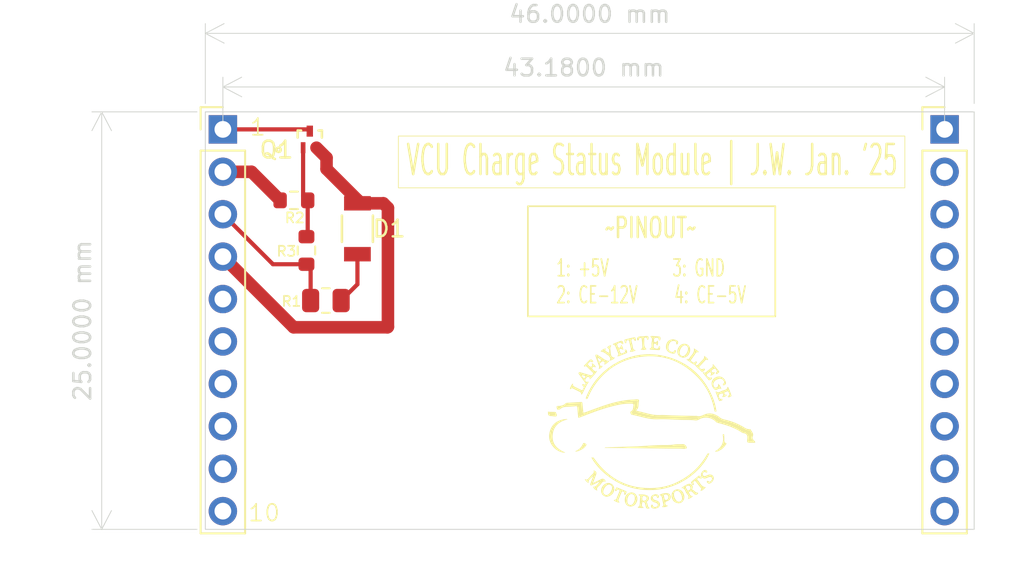
<source format=kicad_pcb>
(kicad_pcb (version 20240108) (generator "pcbnew") (generator_version "8.0")
  (layers (0 "F.Cu" signal) (31 "B.Cu" signal) (34 "B.Paste" user) (35 "F.Paste" user) (36 "B.SilkS" user "B.Silkscreen") (37 "F.SilkS" user "F.Silkscreen") (38 "B.Mask" user) (39 "F.Mask" user) (44 "Edge.Cuts" user))
  (net 0 "")
  (net 7 "Net-(D1-A)")
  (net 8 "Net-(D1-K)")
  (net 9 "Net-(J1-Pad3)")
  (net 10 "Net-(Q1-D)")
  (net 11 "Net-(J1-Pad2)")
  (net 12 "Net-(Q1-G)")
  (footprint "Connector_PinHeader_2.54mm:PinHeader_1x10_P2.54mm_Vertical" (layer "F.Cu") (at 50.8 25.4)
    (property "Reference" "J1" (hide yes))
    (property "Value" "PH1-10-UA")
  )
  (footprint "Resistor_SMD:R_0603_1608Metric" (layer "F.Cu") (at 55.05 29.65)
    (property "Reference" "R2" (hide yes))
    (property "Value" "10k")
  )
  (footprint "LED:LED_AP3216SYD_KNB" (layer "F.Cu") (at 58.85 31.35 90)
    (property "Reference" "D1")
    (property "Value" "LED (Test)")
  )
  (footprint "PMOS:VESM_TOS" (layer "F.Cu") (at 56 26)
    (property "Reference" "Q1")
    (property "Value" "SSM3J56MFV")
  )
  (footprint "Resistor_SMD:R_0805_2012Metric" (layer "F.Cu") (at 56.9625 35.65)
    (property "Reference" "R1" (hide yes))
    (property "Value" "150R")
  )
  (footprint "Connector_PinHeader_2.54mm:PinHeader_1x10_P2.54mm_Vertical" (layer "F.Cu") (at 93.98 25.4)
    (property "Reference" "J1" (hide yes))
    (property "Value" "PH1-10-UA")
  )
  (footprint "Resistor_SMD:R_0603_1608Metric" (layer "F.Cu") (at 55.8 32.65 90)
    (property "Reference" "R3" (hide yes))
    (property "Value" "10k")
  )
  (gr_poly (pts (xy 78.687818 46.623327) (xy 78.670026 46.625448) (xy 78.652253 46.62882) (xy 78.634534 46.633342) (xy 78.616901 46.638916) (xy 78.599389 46.645442) (xy 78.582032 46.652821) (xy 78.564864 46.660954) (xy 78.521391 46.68336) (xy 78.478482 46.707059) (xy 78.436047 46.732032) (xy 78.393997 46.758256) (xy 78.352241 46.785711) (xy 78.310691 46.814376) (xy 78.269257 46.844229) (xy 78.227849 46.87525) (xy 78.246438 46.87528) (xy 78.263986 46.876302) (xy 78.280535 46.878274) (xy 78.296126 46.881151) (xy 78.3108 46.884892) (xy 78.3246 46.889451) (xy 78.337567 46.894786) (xy 78.349743 46.900854) (xy 78.36117 46.90761) (xy 78.371889 46.915012) (xy 78.381942 46.923017) (xy 78.391371 46.93158) (xy 78.400217 46.940659) (xy 78.408522 46.95021) (xy 78.416328 46.96019) (xy 78.423677 46.970555) (xy 78.43061 46.981262) (xy 78.437169 46.992268) (xy 78.449332 47.015002) (xy 78.460499 47.038411) (xy 78.471004 47.062146) (xy 78.491363 47.109209) (xy 78.501884 47.131844) (xy 78.513077 47.153417) (xy 78.519187 47.163872) (xy 78.525787 47.174246) (xy 78.540185 47.194816) (xy 78.555725 47.21527) (xy 78.571865 47.235751) (xy 78.588059 47.256401) (xy 78.603762 47.277363) (xy 78.618431 47.298781) (xy 78.625207 47.309705) (xy 78.631521 47.320796) (xy 78.637303 47.332072) (xy 78.642486 47.343551) (xy 78.647002 47.355251) (xy 78.650783 47.367189) (xy 78.653761 47.379384) (xy 78.655868 47.391853) (xy 78.657035 47.404614) (xy 78.657195 47.417685) (xy 78.656279 47.431084) (xy 78.65422 47.444828) (xy 78.650949 47.458936) (xy 78.646399 47.473424) (xy 78.640501 47.488313) (xy 78.633187 47.503618) (xy 78.624389 47.519357) (xy 78.614039 47.53555) (xy 78.638032 47.530427) (xy 78.661254 47.52445) (xy 78.683748 47.51763) (xy 78.705558 47.509981) (xy 78.726728 47.501513) (xy 78.747299 47.492239) (xy 78.767315 47.48217) (xy 78.78682 47.47132) (xy 78.805856 47.459698) (xy 78.824467 47.447319) (xy 78.842696 47.434192) (xy 78.860585 47.420331) (xy 78.878178 47.405748) (xy 78.895519 47.390454) (xy 78.912649 47.374461) (xy 78.929613 47.357782) (xy 78.914022 47.358403) (xy 78.899257 47.358206) (xy 78.885284 47.357224) (xy 78.872069 47.355489) (xy 78.85958 47.353034) (xy 78.847782 47.349889) (xy 78.836642 47.346089) (xy 78.826126 47.341664) (xy 78.8162 47.336648) (xy 78.806831 47.331073) (xy 78.797986 47.32497) (xy 78.78963 47.318372) (xy 78.781729 47.311312) (xy 78.774251 47.303822) (xy 78.767162 47.295933) (xy 78.760427 47.287679) (xy 78.754014 47.279091) (xy 78.747888 47.270202) (xy 78.736366 47.251649) (xy 78.72559 47.232279) (xy 78.715291 47.212349) (xy 78.695051 47.171844) (xy 78.684571 47.151786) (xy 78.673492 47.1322) (xy 78.687318 47.118822) (xy 78.694201 47.11275) (xy 78.701067 47.107092) (xy 78.707916 47.101848) (xy 78.714749 47.097022) (xy 78.721569 47.092613) (xy 78.728375 47.088624) (xy 78.73517 47.085056) (xy 78.741955 47.081911) (xy 78.74873 47.07919) (xy 78.755498 47.076895) (xy 78.762259 47.075027) (xy 78.769014 47.073587) (xy 78.775766 47.072578) (xy 78.782514 47.072001) (xy 78.789261 47.071857) (xy 78.796008 47.072148) (xy 78.802755 47.072875) (xy 78.809505 47.07404) (xy 78.816258 47.075644) (xy 78.823015 47.07769) (xy 78.829779 47.080177) (xy 78.836549 47.083109) (xy 78.843328 47.086486) (xy 78.850117 47.09031) (xy 78.856916 47.094583) (xy 78.863728 47.099305) (xy 78.870553 47.104479) (xy 78.877393 47.110106) (xy 78.884248 47.116188) (xy 78.891121 47.122726) (xy 78.9069 47.138471) (xy 78.922514 47.154396) (xy 78.953584 47.186409) (xy 78.96921 47.202309) (xy 78.98501 47.218014) (xy 79.001068 47.23343) (xy 79.01747 47.248463) (xy 79.024365 47.254344) (xy 79.031215 47.259656) (xy 79.038021 47.264412) (xy 79.044781 47.268626) (xy 79.051497 47.272313) (xy 79.058168 47.275486) (xy 79.064794 47.278159) (xy 79.071374 47.280347) (xy 79.07791 47.282063) (xy 79.0844 47.283322) (xy 79.090846 47.284137) (xy 79.097246 47.284523) (xy 79.103601 47.284494) (xy 79.109911 47.284063) (xy 79.116176 47.283245) (xy 79.122395 47.282053) (xy 79.128569 47.280502) (xy 79.134698 47.278606) (xy 79.140781 47.276379) (xy 79.146819 47.273835) (xy 79.158759 47.26785) (xy 79.170516 47.260766) (xy 79.182092 47.252693) (xy 79.193485 47.243744) (xy 79.204696 47.234032) (xy 79.215723 47.223668) (xy 79.218284 47.221081) (xy 79.220662 47.218485) (xy 79.222852 47.215885) (xy 79.224852 47.213284) (xy 79.226657 47.210684) (xy 79.228263 47.20809) (xy 79.229667 47.205503) (xy 79.230865 47.202928) (xy 79.231852 47.200368) (xy 79.232626 47.197826) (xy 79.233181 47.195304) (xy 79.233515 47.192808) (xy 79.233624 47.190338) (xy 79.233503 47.1879) (xy 79.23315 47.185495) (xy 79.232559 47.183128) (xy 79.231728 47.180802) (xy 79.230652 47.178519) (xy 79.229327 47.176282) (xy 79.22775 47.174096) (xy 79.225918 47.171964) (xy 79.223825 47.169888) (xy 79.221468 47.167872) (xy 79.218844 47.165918) (xy 79.215948 47.164031) (xy 79.212777 47.162214) (xy 79.209327 47.160469) (xy 79.205594 47.1588) (xy 79.201574 47.157211) (xy 79.197264 47.155703) (xy 79.192659 47.154282) (xy 79.187756 47.152949) (xy 79.174815 47.151824) (xy 79.162415 47.149899) (xy 79.150524 47.147226) (xy 79.139109 47.143859) (xy 79.12814 47.13985) (xy 79.117582 47.135254) (xy 79.107405 47.130122) (xy 79.097576 47.124508) (xy 79.088063 47.118466) (xy 79.078833 47.112048) (xy 79.061097 47.098297) (xy 79.04411 47.083681) (xy 79.027614 47.068625) (xy 78.995068 47.038889) (xy 78.978504 47.025061) (xy 78.970036 47.018592) (xy 78.961401 47.012491) (xy 78.952568 47.006811) (xy 78.943504 47.001605) (xy 78.934177 46.996926) (xy 78.924554 46.992828) (xy 78.914605 46.989363) (xy 78.904295 46.986585) (xy 78.893594 46.984546) (xy 78.882469 46.983301) (xy 78.881621 46.979837) (xy 78.880765 46.976601) (xy 78.879079 46.970771) (xy 78.87617 46.961402) (xy 78.875151 46.957706) (xy 78.874795 46.956072) (xy 78.874558 46.954565) (xy 78.874453 46.953178) (xy 78.874492 46.9519) (xy 78.874689 46.950721) (xy 78.875056 46.949632) (xy 78.882665 46.931403) (xy 78.889511 46.913242) (xy 78.895484 46.895169) (xy 78.900473 46.877203) (xy 78.900762 46.875879) (xy 78.776191 46.875879) (xy 78.776085 46.88316) (xy 78.775637 46.890245) (xy 78.774856 46.897138) (xy 78.77375 46.903841) (xy 78.772329 46.910358) (xy 78.770601 46.916693) (xy 78.768576 46.922849) (xy 78.766264 46.928829) (xy 78.763672 46.934637) (xy 78.76081 46.940276) (xy 78.757688 46.945749) (xy 78.754314 46.95106) (xy 78.750697 46.956211) (xy 78.746847 46.961208) (xy 78.742773 46.966052) (xy 78.733987 46.975298) (xy 78.724413 46.983975) (xy 78.714123 46.992111) (xy 78.70319 46.999733) (xy 78.691687 47.006868) (xy 78.679687 47.013542) (xy 78.667262 47.019782) (xy 78.660527 47.022776) (xy 78.654153 47.025156) (xy 78.648125 47.026948) (xy 78.642429 47.028179) (xy 78.63705 47.028876) (xy 78.631975 47.029064) (xy 78.627188 47.028772) (xy 78.622675 47.028024) (xy 78.618422 47.026848) (xy 78.614414 47.02527) (xy 78.610638 47.023317) (xy 78.607078 47.021015) (xy 78.60372 47.01839) (xy 78.60055 47.01547) (xy 78.597554 47.012281) (xy 78.594716 47.008849) (xy 78.592023 47.0052) (xy 78.589461 47.001362) (xy 78.584669 46.993223) (xy 78.580225 46.984644) (xy 78.576014 46.975837) (xy 78.567831 46.958386) (xy 78.563628 46.950167) (xy 78.559197 46.942568) (xy 78.539697 46.912949) (xy 78.534822 46.905337) (xy 78.530062 46.897558) (xy 78.525472 46.889571) (xy 78.521111 46.881333) (xy 78.517035 46.872802) (xy 78.5133 46.863936) (xy 78.509964 46.854694) (xy 78.507085 46.845033) (xy 78.505834 46.840032) (xy 78.504718 46.834911) (xy 78.503744 46.829665) (xy 78.502921 46.824287) (xy 78.502253 46.818773) (xy 78.50175 46.813118) (xy 78.501417 46.807316) (xy 78.501263 46.801363) (xy 78.508866 46.79371) (xy 78.516661 46.786425) (xy 78.524651 46.779528) (xy 78.53284 46.773041) (xy 78.541232 46.766986) (xy 78.54983 46.761383) (xy 78.558638 46.756253) (xy 78.56766 46.751619) (xy 78.576899 46.747501) (xy 78.58636 46.74392) (xy 78.596045 46.740898) (xy 78.605959 46.738457) (xy 78.616105 46.736616) (xy 78.626487 46.735399) (xy 78.637109 46.734825) (xy 78.647974 46.734917) (xy 78.654824 46.735308) (xy 78.661485 46.735933) (xy 78.667958 46.736791) (xy 78.674243 46.737879) (xy 78.68034 46.739195) (xy 78.686249 46.740737) (xy 78.691969 46.742502) (xy 78.697502 46.744489) (xy 78.702848 46.746695) (xy 78.708006 46.749118) (xy 78.712977 46.751756) (xy 78.717761 46.754606) (xy 78.722357 46.757667) (xy 78.726767 46.760935) (xy 78.730991 46.76441) (xy 78.735027 46.768088) (xy 78.738877 46.771968) (xy 78.742541 46.776046) (xy 78.746019 46.780322) (xy 78.749311 46.784793) (xy 78.752417 46.789456) (xy 78.755338 46.794309) (xy 78.758072 46.799351) (xy 78.760622 46.804579) (xy 78.762986 46.80999) (xy 78.765165 46.815583) (xy 78.768968 46.827304) (xy 78.772033 46.839725) (xy 78.77436 46.852828) (xy 78.775337 46.860716) (xy 78.775944 46.868399) (xy 78.776191 46.875879) (xy 78.900762 46.875879) (xy 78.904367 46.859363) (xy 78.907055 46.841668) (xy 78.908426 46.824136) (xy 78.908371 46.806788) (xy 78.907773 46.798188) (xy 78.906777 46.789641) (xy 78.905368 46.781149) (xy 78.903533 46.772714) (xy 78.901259 46.764339) (xy 78.89853 46.756027) (xy 78.895334 46.747779) (xy 78.891656 46.739599) (xy 78.887483 46.731488) (xy 78.882801 46.723448) (xy 78.877595 46.715483) (xy 78.871852 46.707594) (xy 78.865559 46.699784) (xy 78.858701 46.692055) (xy 78.851264 46.68441) (xy 78.843235 46.676851) (xy 78.835051 46.66978) (xy 78.826791 46.663258) (xy 78.818461 46.657272) (xy 78.810063 46.651808) (xy 78.801602 46.646856) (xy 78.793082 46.642402) (xy 78.784509 46.638435) (xy 78.775885 46.634941) (xy 78.767215 46.631908) (xy 78.758504 46.629324) (xy 78.749755 46.627177) (xy 78.740972 46.625454) (xy 78.732161 46.624143) (xy 78.723325 46.623231) (xy 78.714469 46.622705) (xy 78.705596 46.622555)) (fill solid) (layer "F.SilkS"))
  (gr_poly (pts (xy 72.394996 44.175481) (xy 72.389964 44.17615) (xy 72.38499 44.177352) (xy 72.380079 44.179124) (xy 72.375234 44.181504) (xy 72.370457 44.184526) (xy 72.365753 44.188229) (xy 72.361125 44.19265) (xy 72.356576 44.197824) (xy 72.35211 44.203789) (xy 72.34773 44.210582) (xy 72.343439 44.21824) (xy 72.339241 44.226798) (xy 72.33514 44.236295) (xy 72.328166 44.252795) (xy 72.320754 44.269051) (xy 72.312909 44.28508) (xy 72.304638 44.300897) (xy 72.295949 44.316518) (xy 72.286847 44.331959) (xy 72.277339 44.347235) (xy 72.267431 44.362364) (xy 72.257131 44.37736) (xy 72.246444 44.392239) (xy 72.235378 44.407018) (xy 72.223938 44.421712) (xy 72.199966 44.450909) (xy 72.17458 44.479959) (xy 72.158796 44.496505) (xy 72.142527 44.512139) (xy 72.125772 44.526955) (xy 72.108532 44.541046) (xy 72.090806 44.554507) (xy 72.072595 44.567433) (xy 72.053899 44.579916) (xy 72.034718 44.592052) (xy 72.015052 44.603934) (xy 71.994901 44.615656) (xy 71.953147 44.639) (xy 71.863829 44.687917) (xy 71.889135 44.689979) (xy 71.913401 44.690633) (xy 71.936695 44.689988) (xy 71.959084 44.688153) (xy 71.980637 44.685234) (xy 72.001419 44.681342) (xy 72.021498 44.676583) (xy 72.040942 44.671066) (xy 72.059817 44.664899) (xy 72.078192 44.658191) (xy 72.113707 44.643581) (xy 72.181686 44.612619) (xy 72.206682 44.600917) (xy 72.231288 44.588636) (xy 72.255486 44.575757) (xy 72.279255 44.562262) (xy 72.302575 44.548129) (xy 72.325426 44.533341) (xy 72.347788 44.517876) (xy 72.369641 44.501717) (xy 72.390965 44.484843) (xy 72.41174 44.467234) (xy 72.431945 44.448872) (xy 72.451561 44.429736) (xy 72.470567 44.409808) (xy 72.488944 44.389068) (xy 72.506671 44.367496) (xy 72.523729 44.345073) (xy 72.531086 44.334571) (xy 72.537504 44.324416) (xy 72.542925 44.314601) (xy 72.545245 44.309819) (xy 72.547295 44.30512) (xy 72.549067 44.300503) (xy 72.550556 44.295966) (xy 72.551753 44.291511) (xy 72.552653 44.287134) (xy 72.553247 44.282837) (xy 72.553529 44.278617) (xy 72.553491 44.274475) (xy 72.553128 44.270409) (xy 72.552431 44.266419) (xy 72.551394 44.262503) (xy 72.550009 44.258662) (xy 72.548271 44.254894) (xy 72.546171 44.251199) (xy 72.543702 44.247575) (xy 72.540859 44.244022) (xy 72.537632 44.240539) (xy 72.534017 44.237126) (xy 72.530005 44.233781) (xy 72.525589 44.230504) (xy 72.520763 44.227294) (xy 72.51552 44.22415) (xy 72.509852 44.221072) (xy 72.503753 44.218059) (xy 72.497214 44.215109) (xy 72.486212 44.210009) (xy 72.475198 44.204391) (xy 72.453246 44.192781) (xy 72.442363 44.187377) (xy 72.431577 44.182633) (xy 72.42623 44.180601) (xy 72.420917 44.178844) (xy 72.415643 44.177399) (xy 72.41041 44.176304) (xy 72.405222 44.175594) (xy 72.400083 44.175308)) (fill solid) (layer "F.SilkS"))
  (gr_poly (pts (xy 75.226375 47.13744) (xy 75.207724 47.13933) (xy 75.189339 47.142067) (xy 75.171236 47.145635) (xy 75.153432 47.150015) (xy 75.135946 47.15519) (xy 75.118794 47.161142) (xy 75.101993 47.167853) (xy 75.08556 47.175304) (xy 75.069514 47.18348) (xy 75.05387 47.192361) (xy 75.038647 47.201929) (xy 75.023861 47.212168) (xy 75.00953 47.223059) (xy 74.99567 47.234584) (xy 74.9823 47.246726) (xy 74.969436 47.259467) (xy 74.957096 47.272788) (xy 74.945296 47.286673) (xy 74.934054 47.301103) (xy 74.923387 47.316061) (xy 74.913313 47.331529) (xy 74.903848 47.347489) (xy 74.89501 47.363922) (xy 74.886816 47.380812) (xy 74.879283 47.398141) (xy 74.872429 47.415891) (xy 74.866271 47.434043) (xy 74.860825 47.452581) (xy 74.856109 47.471486) (xy 74.852141 47.490741) (xy 74.848937 47.510327) (xy 74.846515 47.530227) (xy 74.84384 47.570797) (xy 74.844056 47.610291) (xy 74.847079 47.648565) (xy 74.852825 47.685477) (xy 74.861211 47.720884) (xy 74.872153 47.754642) (xy 74.885568 47.78661) (xy 74.901372 47.816644) (xy 74.919481 47.844601) (xy 74.939812 47.870339) (xy 74.950785 47.882331) (xy 74.962282 47.893714) (xy 74.974293 47.904471) (xy 74.986807 47.914584) (xy 74.999814 47.924034) (xy 75.013303 47.932805) (xy 75.027264 47.940878) (xy 75.041686 47.948236) (xy 75.05656 47.95486) (xy 75.071874 47.960732) (xy 75.087619 47.965835) (xy 75.103783 47.970152) (xy 75.123173 47.974379) (xy 75.142315 47.977727) (xy 75.161203 47.980197) (xy 75.179833 47.98179) (xy 75.198198 47.982508) (xy 75.216293 47.982353) (xy 75.234113 47.981328) (xy 75.251652 47.979433) (xy 75.268904 47.976671) (xy 75.285864 47.973042) (xy 75.302527 47.96855) (xy 75.318887 47.963196) (xy 75.334938 47.956982) (xy 75.350675 47.949909) (xy 75.366093 47.941979) (xy 75.381185 47.933194) (xy 75.395947 47.923556) (xy 75.410373 47.913067) (xy 75.424457 47.901728) (xy 75.438194 47.889541) (xy 75.451579 47.876508) (xy 75.464605 47.862631) (xy 75.477268 47.847912) (xy 75.489561 47.832352) (xy 75.50148 47.815953) (xy 75.513018 47.798717) (xy 75.524171 47.780645) (xy 75.534933 47.761741) (xy 75.55526 47.721438) (xy 75.573956 47.677823) (xy 75.578856 47.661709) (xy 75.583255 47.64577) (xy 75.587151 47.629993) (xy 75.590537 47.614366) (xy 75.59341 47.598877) (xy 75.595764 47.583514) (xy 75.597594 47.568265) (xy 75.598897 47.553117) (xy 75.599666 47.538059) (xy 75.599898 47.523078) (xy 75.599587 47.508163) (xy 75.598729 47.493302) (xy 75.598383 47.489669) (xy 75.446444 47.489669) (xy 75.445884 47.521179) (xy 75.44325 47.552325) (xy 75.438571 47.583114) (xy 75.431875 47.613553) (xy 75.423189 47.643646) (xy 75.412543 47.673402) (xy 75.399964 47.702825) (xy 75.385481 47.731923) (xy 75.369122 47.760701) (xy 75.350915 47.789167) (xy 75.330889 47.817326) (xy 75.326274 47.823298) (xy 75.321559 47.829002) (xy 75.316743 47.834439) (xy 75.31183 47.839612) (xy 75.30682 47.844522) (xy 75.301716 47.849172) (xy 75.296519 47.853563) (xy 75.291231 47.857698) (xy 75.285854 47.861578) (xy 75.280389 47.865205) (xy 75.274839 47.868581) (xy 75.269205 47.871709) (xy 75.26349 47.874589) (xy 75.257693 47.877225) (xy 75.251818 47.879618) (xy 75.245867 47.88177) (xy 75.23984 47.883683) (xy 75.23374 47.885359) (xy 75.227569 47.8868) (xy 75.221328 47.888008) (xy 75.215019 47.888984) (xy 75.208644 47.889731) (xy 75.195702 47.890546) (xy 75.182517 47.890467) (xy 75.169102 47.889511) (xy 75.155473 47.887692) (xy 75.141642 47.885027) (xy 75.127661 47.881431) (xy 75.12092 47.879316) (xy 75.114349 47.876993) (xy 75.107948 47.874464) (xy 75.101719 47.871732) (xy 75.095663 47.868799) (xy 75.089783 47.865669) (xy 75.084079 47.862342) (xy 75.078553 47.858823) (xy 75.073206 47.855114) (xy 75.068041 47.851216) (xy 75.063059 47.847134) (xy 75.058261 47.842868) (xy 75.053648 47.838422) (xy 75.049223 47.833797) (xy 75.044987 47.828998) (xy 75.040941 47.824026) (xy 75.037087 47.818883) (xy 75.033426 47.813573) (xy 75.029961 47.808098) (xy 75.026692 47.802459) (xy 75.023621 47.796661) (xy 75.02075 47.790704) (xy 75.015612 47.778329) (xy 75.011291 47.765353) (xy 75.007799 47.751796) (xy 75.005148 47.737679) (xy 75.00162 47.712145) (xy 74.998975 47.68672) (xy 74.997248 47.661417) (xy 74.996474 47.636248) (xy 74.996688 47.611226) (xy 74.997926 47.586364) (xy 75.000224 47.561673) (xy 75.003616 47.537166) (xy 75.008137 47.512856) (xy 75.013823 47.488754) (xy 75.020709 47.464875) (xy 75.028831 47.441229) (xy 75.038223 47.417829) (xy 75.048922 47.394688) (xy 75.060961 47.371818) (xy 75.074377 47.349231) (xy 75.082696 47.336543) (xy 75.091225 47.324594) (xy 75.099958 47.313386) (xy 75.10889 47.302924) (xy 75.118015 47.29321) (xy 75.127327 47.284248) (xy 75.136821 47.276041) (xy 75.146492 47.268594) (xy 75.156334 47.261909) (xy 75.166341 47.255989) (xy 75.176507 47.250839) (xy 75.186829 47.246461) (xy 75.197299 47.24286) (xy 75.207912 47.240038) (xy 75.218663 47.237999) (xy 75.229546 47.236746) (xy 75.240556 47.236283) (xy 75.251688 47.236613) (xy 75.262934 47.23774) (xy 75.274291 47.239667) (xy 75.285753 47.242397) (xy 75.297313 47.245935) (xy 75.308967 47.250282) (xy 75.320709 47.255444) (xy 75.332533 47.261423) (xy 75.344434 47.268222) (xy 75.356407 47.275846) (xy 75.368445 47.284297) (xy 75.380544 47.293579) (xy 75.392698 47.303695) (xy 75.404901 47.314649) (xy 75.417147 47.326445) (xy 75.42738 47.359867) (xy 75.435398 47.392895) (xy 75.441229 47.425533) (xy 75.444901 47.457789) (xy 75.446444 47.489669) (xy 75.598383 47.489669) (xy 75.597318 47.478481) (xy 75.595351 47.463691) (xy 75.592822 47.448917) (xy 75.589727 47.434149) (xy 75.585483 47.417229) (xy 75.580582 47.400646) (xy 75.575045 47.384417) (xy 75.568891 47.368557) (xy 75.56214 47.353081) (xy 75.554811 47.338004) (xy 75.546925 47.323344) (xy 75.538502 47.309114) (xy 75.52956 47.295331) (xy 75.52012 47.28201) (xy 75.510201 47.269167) (xy 75.499824 47.256817) (xy 75.489007 47.244977) (xy 75.477772 47.23366) (xy 75.466137 47.222884) (xy 75.454122 47.212664) (xy 75.441748 47.203015) (xy 75.429033 47.193953) (xy 75.415998 47.185494) (xy 75.402662 47.177653) (xy 75.389045 47.170445) (xy 75.375167 47.163886) (xy 75.361048 47.157993) (xy 75.346707 47.15278) (xy 75.332165 47.148262) (xy 75.31744 47.144457) (xy 75.302553 47.141379) (xy 75.287523 47.139043) (xy 75.272371 47.137466) (xy 75.257116 47.136662) (xy 75.241777 47.136649)) (fill solid) (layer "F.SilkS"))
  (gr_poly (pts (xy 75.424555 37.846884) (xy 75.417773 37.847544) (xy 75.410531 37.848734) (xy 75.343694 37.86228) (xy 75.277017 37.876646) (xy 75.144024 37.907225) (xy 74.878689 37.971494) (xy 74.872627 37.973128) (xy 74.866751 37.975078) (xy 74.861098 37.97735) (xy 74.855708 37.97995) (xy 74.85062 37.982886) (xy 74.848201 37.984481) (xy 74.845872 37.986162) (xy 74.843638 37.987931) (xy 74.841504 37.989787) (xy 74.839475 37.991732) (xy 74.837555 37.993766) (xy 74.835749 37.995891) (xy 74.834063 37.998106) (xy 74.832501 38.000414) (xy 74.831068 38.002814) (xy 74.829769 38.005307) (xy 74.828608 38.007895) (xy 74.827592 38.010578) (xy 74.826724 38.013357) (xy 74.826009 38.016232) (xy 74.825452 38.019205) (xy 74.825059 38.022277) (xy 74.824834 38.025447) (xy 74.824781 38.028718) (xy 74.824907 38.032089) (xy 74.825215 38.035562) (xy 74.82571 38.039137) (xy 74.827195 38.049316) (xy 74.828427 38.059658) (xy 74.830498 38.080637) (xy 74.832666 38.101687) (xy 74.834018 38.112116) (xy 74.835672 38.122418) (xy 74.837721 38.132543) (xy 74.840256 38.142443) (xy 74.843372 38.152069) (xy 74.847161 38.161373) (xy 74.851714 38.170306) (xy 74.854307 38.174619) (xy 74.857125 38.17882) (xy 74.860182 38.182905) (xy 74.863487 38.186867) (xy 74.867053 38.190699) (xy 74.870892 38.194397) (xy 74.873609 38.196688) (xy 74.876392 38.198678) (xy 74.879229 38.200375) (xy 74.882111 38.201786) (xy 74.885027 38.20292) (xy 74.887966 38.203786) (xy 74.890919 38.204391) (xy 74.893874 38.204744) (xy 74.896822 38.204854) (xy 74.899753 38.204728) (xy 74.902655 38.204374) (xy 74.905519 38.203802) (xy 74.908334 38.203019) (xy 74.91109 38.202033) (xy 74.913776 38.200853) (xy 74.916382 38.199487) (xy 74.918899 38.197944) (xy 74.921314 38.196231) (xy 74.923619 38.194357) (xy 74.925802 38.19233) (xy 74.927854 38.190158) (xy 74.929763 38.18785) (xy 74.931521 38.185415) (xy 74.933115 38.182859) (xy 74.934537 38.180192) (xy 74.935775 38.177421) (xy 74.936819 38.174556) (xy 74.937659 38.171603) (xy 74.938285 38.168573) (xy 74.938686 38.165472) (xy 74.938851 38.162309) (xy 74.938771 38.159093) (xy 74.938041 38.144725) (xy 74.937772 38.13084) (xy 74.938064 38.117506) (xy 74.939016 38.104792) (xy 74.940729 38.092767) (xy 74.943301 38.0815) (xy 74.94494 38.076171) (xy 74.946832 38.071058) (xy 74.948988 38.066169) (xy 74.951422 38.061512) (xy 74.954145 38.057096) (xy 74.95717 38.05293) (xy 74.96051 38.049022) (xy 74.964177 38.04538) (xy 74.968183 38.042014) (xy 74.972541 38.038931) (xy 74.977263 38.036141) (xy 74.982362 38.033652) (xy 74.98785 38.031473) (xy 74.99374 38.029612) (xy 75.000044 38.028077) (xy 75.006775 38.026879) (xy 75.013944 38.026024) (xy 75.021565 38.025522) (xy 75.02965 38.025381) (xy 75.038211 38.025609) (xy 75.046629 38.026272) (xy 75.054354 38.027416) (xy 75.061419 38.029017) (xy 75.067858 38.031052) (xy 75.073704 38.033498) (xy 75.07899 38.036333) (xy 75.083751 38.039532) (xy 75.088019 38.043072) (xy 75.091828 38.046932) (xy 75.095211 38.051087) (xy 75.098202 38.055514) (xy 75.100834 38.060191) (xy 75.10314 38.065093) (xy 75.105154 38.070199) (xy 75.10691 38.075485) (xy 75.10844 38.080927) (xy 75.110958 38.09219) (xy 75.112976 38.103802) (xy 75.116581 38.127335) (xy 75.118701 38.138887) (xy 75.119958 38.144528) (xy 75.121391 38.150048) (xy 75.123033 38.155424) (xy 75.124917 38.160634) (xy 75.127077 38.165653) (xy 75.129546 38.170459) (xy 75.130178 38.171705) (xy 75.130718 38.173019) (xy 75.131178 38.174409) (xy 75.131571 38.175883) (xy 75.13191 38.177451) (xy 75.132207 38.17912) (xy 75.132476 38.1809) (xy 75.132729 38.182799) (xy 75.13384 38.191751) (xy 75.134205 38.194372) (xy 75.134632 38.197163) (xy 75.135132 38.200132) (xy 75.135718 38.203288) (xy 75.16703 38.33266) (xy 75.196256 38.455006) (xy 75.207129 38.502606) (xy 75.211178 38.522261) (xy 75.214196 38.539632) (xy 75.216103 38.555081) (xy 75.216614 38.562196) (xy 75.216818 38.568966) (xy 75.216705 38.575436) (xy 75.216264 38.58165) (xy 75.215485 38.587653) (xy 75.214359 38.59349) (xy 75.212875 38.599207) (xy 75.211023 38.604849) (xy 75.208795 38.61046) (xy 75.206178 38.616085) (xy 75.203165 38.62177) (xy 75.199744 38.62756) (xy 75.19164 38.639634) (xy 75.181786 38.652666) (xy 75.170104 38.667016) (xy 75.140934 38.701116) (xy 75.147786 38.704552) (xy 75.155237 38.707571) (xy 75.163257 38.710177) (xy 75.171815 38.712374) (xy 75.190423 38.71556) (xy 75.210819 38.717164) (xy 75.232757 38.717224) (xy 75.255996 38.715776) (xy 75.28029 38.712854) (xy 75.305397 38.708495) (xy 75.331072 38.702736) (xy 75.357072 38.695612) (xy 75.383153 38.687159) (xy 75.409072 38.677413) (xy 75.434584 38.666411) (xy 75.459447 38.654187) (xy 75.483416 38.640779) (xy 75.506247 38.626223) (xy 75.486566 38.622875) (xy 75.468451 38.618653) (xy 75.451831 38.613597) (xy 75.436635 38.607746) (xy 75.422792 38.601141) (xy 75.410232 38.59382) (xy 75.398883 38.585824) (xy 75.388674 38.577192) (xy 75.379534 38.567964) (xy 75.371392 38.55818) (xy 75.364178 38.54788) (xy 75.35782 38.537103) (xy 75.352247 38.525889) (xy 75.347389 38.514278) (xy 75.343173 38.50231) (xy 75.339531 38.490025) (xy 75.336389 38.477461) (xy 75.333678 38.464659) (xy 75.329262 38.438501) (xy 75.322472 38.385075) (xy 75.318961 38.358445) (xy 75.314616 38.332293) (xy 75.311953 38.319496) (xy 75.308869 38.306938) (xy 75.305292 38.294659) (xy 75.301152 38.282699) (xy 75.296388 38.26955) (xy 75.291944 38.256279) (xy 75.2839 38.229414) (xy 75.276786 38.202196) (xy 75.270369 38.174718) (xy 75.246996 38.064083) (xy 75.245398 38.056415) (xy 75.244097 38.048845) (xy 75.243149 38.041399) (xy 75.24261 38.034099) (xy 75.242538 38.026972) (xy 75.242987 38.020042) (xy 75.243425 38.016658) (xy 75.244014 38.013333) (xy 75.244763 38.010069) (xy 75.245677 38.00687) (xy 75.246763 38.003739) (xy 75.24803 38.000678) (xy 75.249483 37.997691) (xy 75.25113 37.994781) (xy 75.252977 37.991952) (xy 75.255033 37.989205) (xy 75.257303 37.986544) (xy 75.259796 37.983973) (xy 75.262517 37.981494) (xy 75.265474 37.97911) (xy 75.268675 37.976825) (xy 75.272125 37.974642) (xy 75.275833 37.972563) (xy 75.279804 37.970592) (xy 75.284047 37.968732) (xy 75.288568 37.966985) (xy 75.304758 37.961376) (xy 75.312684 37.958949) (xy 75.320482 37.956891) (xy 75.328144 37.95529) (xy 75.335657 37.954233) (xy 75.343013 37.953809) (xy 75.346628 37.953861) (xy 75.3502 37.954105) (xy 75.353727 37.95455) (xy 75.357208 37.955209) (xy 75.360642 37.956091) (xy 75.364027 37.957208) (xy 75.367362 37.958572) (xy 75.370646 37.960192) (xy 75.373878 37.96208) (xy 75.377055 37.964247) (xy 75.380178 37.966704) (xy 75.383244 37.969462) (xy 75.386252 37.972531) (xy 75.389201 37.975923) (xy 75.39209 37.979649) (xy 75.394917 37.98372) (xy 75.397681 37.988147) (xy 75.400381 37.99294) (xy 75.415057 38.022247) (xy 75.419003 38.029542) (xy 75.423195 38.036529) (xy 75.427703 38.04306) (xy 75.430096 38.046109) (xy 75.432594 38.048988) (xy 75.435204 38.05168) (xy 75.437936 38.054166) (xy 75.440797 38.056427) (xy 75.443797 38.058445) (xy 75.446943 38.060201) (xy 75.450245 38.061678) (xy 75.453711 38.062856) (xy 75.457349 38.063718) (xy 75.461167 38.064244) (xy 75.465176 38.064416) (xy 75.469382 38.064216) (xy 75.473794 38.063626) (xy 75.478421 38.062627) (xy 75.483272 38.0612) (xy 75.488355 38.059327) (xy 75.493678 38.056989) (xy 75.497662 38.054941) (xy 75.501236 38.052768) (xy 75.504418 38.050475) (xy 75.507225 38.048071) (xy 75.509673 38.04556) (xy 75.511779 38.042951) (xy 75.51356 38.040248) (xy 75.515034 38.037459) (xy 75.516216 38.03459) (xy 75.517124 38.031647) (xy 75.517776 38.028638) (xy 75.518187 38.025567) (xy 75.518374 38.022443) (xy 75.518355 38.019271) (xy 75.518147 38.016058) (xy 75.517766 38.01281) (xy 75.517229 38.009534) (xy 75.516554 38.006236) (xy 75.514854 37.9996) (xy 75.512802 37.992954) (xy 75.510534 37.986351) (xy 75.505887 37.973476) (xy 75.503779 37.967309) (xy 75.501995 37.96139) (xy 75.499614 37.951781) (xy 75.497452 37.94167) (xy 75.493213 37.920671) (xy 75.490853 37.910144) (xy 75.488142 37.899838) (xy 75.484939 37.889935) (xy 75.481103 37.880615) (xy 75.478902 37.87623) (xy 75.476489 37.872059) (xy 75.473847 37.868124) (xy 75.470958 37.864448) (xy 75.467804 37.861053) (xy 75.464366 37.857962) (xy 75.460628 37.855198) (xy 75.456572 37.852782) (xy 75.45218 37.850738) (xy 75.447434 37.849089) (xy 75.442316 37.847856) (xy 75.436808 37.847063) (xy 75.430894 37.846731)) (fill solid) (layer "F.SilkS"))
  (gr_poly (pts (xy 80.755 43.650711) (xy 80.749682 43.651134) (xy 80.744723 43.651816) (xy 80.740113 43.652749) (xy 80.735843 43.653923) (xy 80.731901 43.65533) (xy 80.728279 43.656962) (xy 80.724964 43.658808) (xy 80.721949 43.660861) (xy 80.719221 43.663113) (xy 80.716771 43.665553) (xy 80.714589 43.668173) (xy 80.712664 43.670965) (xy 80.710986 43.67392) (xy 80.709545 43.677029) (xy 80.708331 43.680283) (xy 80.707334 43.683673) (xy 80.706543 43.687191) (xy 80.705948 43.690828) (xy 80.705538 43.694576) (xy 80.705305 43.698424) (xy 80.705323 43.706391) (xy 80.705921 43.714658) (xy 80.707017 43.723155) (xy 80.708529 43.731812) (xy 80.721104 43.810164) (xy 80.727886 43.885712) (xy 80.728951 43.958494) (xy 80.724376 44.02855) (xy 80.719997 44.062568) (xy 80.714236 44.095918) (xy 80.707102 44.128606) (xy 80.698606 44.160637) (xy 80.688757 44.192014) (xy 80.677563 44.222744) (xy 80.665036 44.252831) (xy 80.651183 44.282279) (xy 80.619541 44.33928) (xy 80.582712 44.393785) (xy 80.540774 44.445834) (xy 80.493801 44.495464) (xy 80.441869 44.542715) (xy 80.385055 44.587624) (xy 80.323433 44.630231) (xy 80.257081 44.670573) (xy 80.25651 44.670916) (xy 80.255953 44.671283) (xy 80.25541 44.671672) (xy 80.254879 44.672084) (xy 80.253852 44.672969) (xy 80.252868 44.673928) (xy 80.251921 44.674952) (xy 80.251006 44.676031) (xy 80.250118 44.677157) (xy 80.249252 44.67832) (xy 80.247564 44.680722) (xy 80.245901 44.683161) (xy 80.244221 44.685565) (xy 80.243361 44.686731) (xy 80.242482 44.68786) (xy 80.250865 44.69085) (xy 80.25934 44.693435) (xy 80.267927 44.695608) (xy 80.276645 44.697363) (xy 80.28551 44.698694) (xy 80.294543 44.699593) (xy 80.303761 44.700054) (xy 80.313182 44.70007) (xy 80.322825 44.699635) (xy 80.332709 44.698742) (xy 80.342852 44.697385) (xy 80.353272 44.695556) (xy 80.363988 44.693249) (xy 80.375018 44.690458) (xy 80.398093 44.683396) (xy 80.422646 44.674315) (xy 80.448823 44.663164) (xy 80.476772 44.649889) (xy 80.506639 44.634437) (xy 80.538572 44.616754) (xy 80.572719 44.596789) (xy 80.609226 44.574487) (xy 80.648241 44.549795) (xy 80.670671 44.531345) (xy 80.692259 44.512436) (xy 80.713071 44.493085) (xy 80.733173 44.473306) (xy 80.752629 44.453115) (xy 80.771505 44.432528) (xy 80.789867 44.411559) (xy 80.80778 44.390225) (xy 80.825309 44.368541) (xy 80.84252 44.346522) (xy 80.876249 44.301541) (xy 80.909489 44.255407) (xy 80.942765 44.208241) (xy 80.925581 44.201941) (xy 80.909804 44.195142) (xy 80.895378 44.187867) (xy 80.882242 44.180138) (xy 80.870339 44.171977) (xy 80.859609 44.163408) (xy 80.849995 44.154451) (xy 80.841438 44.145129) (xy 80.833879 44.135464) (xy 80.82726 44.125479) (xy 80.821521 44.115196) (xy 80.816605 44.104637) (xy 80.812453 44.093824) (xy 80.809006 44.08278) (xy 80.806206 44.071527) (xy 80.803993 44.060086) (xy 80.802311 44.048481) (xy 80.801099 44.036733) (xy 80.799854 44.012899) (xy 80.79979 43.988762) (xy 80.800438 43.9645) (xy 80.801996 43.91631) (xy 80.801969 43.892739) (xy 80.800779 43.869754) (xy 80.799039 43.842199) (xy 80.798145 43.814637) (xy 80.796718 43.759682) (xy 80.795097 43.732384) (xy 80.793822 43.718802) (xy 80.792146 43.705271) (xy 80.790001 43.691798) (xy 80.78732 43.678389) (xy 80.784035 43.66505) (xy 80.780076 43.651786) (xy 80.773217 43.651085) (xy 80.766758 43.650678) (xy 80.760689 43.650556)) (fill solid) (layer "F.SilkS"))
  (gr_poly (pts (xy 79.663865 45.79077) (xy 79.658468 45.791226) (xy 79.638805 45.794189) (xy 79.619982 45.798432) (xy 79.601979 45.803908) (xy 79.584775 45.810568) (xy 79.568351 45.818365) (xy 79.552685 45.827251) (xy 79.537758 45.837178) (xy 79.523548 45.8481) (xy 79.510036 45.859967) (xy 79.497201 45.872733) (xy 79.485023 45.88635) (xy 79.473481 45.900769) (xy 79.462554 45.915944) (xy 79.452223 45.931826) (xy 79.442467 45.948369) (xy 79.433266 45.965523) (xy 79.425267 45.98205) (xy 79.418226 45.998573) (xy 79.412197 46.015079) (xy 79.407234 46.03155) (xy 79.403392 46.047971) (xy 79.400724 46.064328) (xy 79.399284 46.080604) (xy 79.399127 46.096784) (xy 79.400307 46.112852) (xy 79.401416 46.12084) (xy 79.402878 46.128794) (xy 79.404703 46.136712) (xy 79.406895 46.144593) (xy 79.409462 46.152434) (xy 79.412411 46.160234) (xy 79.415748 46.167991) (xy 79.41948 46.175702) (xy 79.423615 46.183366) (xy 79.428158 46.19098) (xy 79.433116 46.198544) (xy 79.438497 46.206055) (xy 79.444307 46.21351) (xy 79.450552 46.220909) (xy 79.46301 46.234328) (xy 79.475903 46.246671) (xy 79.489222 46.257916) (xy 79.502958 46.268042) (xy 79.517103 46.277026) (xy 79.524327 46.281083) (xy 79.531649 46.284846) (xy 79.539069 46.288312) (xy 79.546587 46.291479) (xy 79.5542 46.294344) (xy 79.561908 46.296904) (xy 79.569709 46.299157) (xy 79.577603 46.301099) (xy 79.585589 46.302728) (xy 79.593665 46.304041) (xy 79.601831 46.305035) (xy 79.610085 46.305707) (xy 79.618426 46.306056) (xy 79.626854 46.306077) (xy 79.635366 46.305769) (xy 79.643963 46.305128) (xy 79.652643 46.304151) (xy 79.661405 46.302837) (xy 79.670247 46.301181) (xy 79.67917 46.299182) (xy 79.688171 46.296837) (xy 79.697249 46.294142) (xy 79.719747 46.286684) (xy 79.742059 46.278646) (xy 79.764237 46.270183) (xy 79.786331 46.261449) (xy 79.830464 46.24378) (xy 79.852605 46.235153) (xy 79.874862 46.22687) (xy 79.886649 46.222764) (xy 79.898459 46.219007) (xy 79.910254 46.215699) (xy 79.921997 46.21294) (xy 79.93365 46.210831) (xy 79.945175 46.209473) (xy 79.956535 46.208968) (xy 79.967692 46.209414) (xy 79.973183 46.210026) (xy 79.97861 46.210914) (xy 79.983966 46.21209) (xy 79.989249 46.213568) (xy 79.994453 46.215359) (xy 79.999574 46.217476) (xy 80.004606 46.219933) (xy 80.009545 46.22274) (xy 80.014387 46.225912) (xy 80.019127 46.22946) (xy 80.023759 46.233398) (xy 80.02828 46.237737) (xy 80.032685 46.242491) (xy 80.036969 46.247671) (xy 80.041126 46.253292) (xy 80.045154 46.259364) (xy 80.04869 46.265293) (xy 80.051839 46.271197) (xy 80.05461 46.277076) (xy 80.057013 46.282928) (xy 80.059057 46.288754) (xy 80.060752 46.294552) (xy 80.062108 46.300323) (xy 80.063135 46.306064) (xy 80.063842 46.311776) (xy 80.064238 46.317458) (xy 80.064334 46.323109) (xy 80.064139 46.328729) (xy 80.063663 46.334317) (xy 80.062916 46.339872) (xy 80.061906 46.345393) (xy 80.060645 46.35088) (xy 80.057404 46.36175) (xy 80.05327 46.372475) (xy 80.048321 46.38305) (xy 80.042634 46.39347) (xy 80.036287 46.40373) (xy 80.029357 46.413824) (xy 80.021921 46.423746) (xy 80.014056 46.433492) (xy 80.005867 46.4431) (xy 79.997574 46.4523) (xy 79.989149 46.460964) (xy 79.980565 46.468961) (xy 79.976205 46.472669) (xy 79.971794 46.476162) (xy 79.96733 46.479424) (xy 79.962808 46.482439) (xy 79.958225 46.48519) (xy 79.953579 46.487661) (xy 79.948864 46.489837) (xy 79.944079 46.4917) (xy 79.939218 46.493236) (xy 79.93428 46.494426) (xy 79.929259 46.495257) (xy 79.924154 46.495711) (xy 79.91896 46.495771) (xy 79.913674 46.495423) (xy 79.908292 46.49465) (xy 79.902811 46.493435) (xy 79.897227 46.491763) (xy 79.891537 46.489617) (xy 79.885738 46.486981) (xy 79.879826 46.48384) (xy 79.873797 46.480176) (xy 79.867648 46.475974) (xy 79.861376 46.471217) (xy 79.854976 46.46589) (xy 79.850314 46.462026) (xy 79.845501 46.458434) (xy 79.840551 46.455158) (xy 79.835477 46.452246) (xy 79.830292 46.449742) (xy 79.827662 46.448658) (xy 79.825009 46.447694) (xy 79.822334 46.446855) (xy 79.81964 46.446147) (xy 79.816927 46.445575) (xy 79.814198 46.445146) (xy 79.811454 46.444866) (xy 79.808697 46.44474) (xy 79.805928 46.444773) (xy 79.803149 46.444972) (xy 79.800362 46.445342) (xy 79.797568 46.44589) (xy 79.794769 46.44662) (xy 79.791966 46.447539) (xy 79.789161 46.448652) (xy 79.786356 46.449966) (xy 79.783552 46.451485) (xy 79.780751 46.453216) (xy 79.777954 46.455164) (xy 79.775163 46.457336) (xy 79.772381 46.459736) (xy 79.769607 46.462371) (xy 79.767448 46.464594) (xy 79.765418 46.466833) (xy 79.76352 46.469089) (xy 79.761752 46.47136) (xy 79.760116 46.473644) (xy 79.758611 46.475941) (xy 79.757239 46.478249) (xy 79.755999 46.480568) (xy 79.754892 46.482895) (xy 79.753918 46.485229) (xy 79.753077 46.48757) (xy 79.752371 46.489917) (xy 79.751799 46.492267) (xy 79.751361 46.49462) (xy 79.751059 46.496975) (xy 79.750892 46.49933) (xy 79.75086 46.501684) (xy 79.750965 46.504036) (xy 79.751206 46.506384) (xy 79.751585 46.508729) (xy 79.7521 46.511067) (xy 79.752753 46.513399) (xy 79.753544 46.515722) (xy 79.754473 46.518036) (xy 79.755541 46.52034) (xy 79.756748 46.522631) (xy 79.758094 46.52491) (xy 79.759581 46.527175) (xy 79.761207 46.529424) (xy 79.762974 46.531656) (xy 79.764882 46.533871) (xy 79.766931 46.536066) (xy 79.77382 46.543503) (xy 79.780576 46.551319) (xy 79.79397 46.567482) (xy 79.80075 46.575526) (xy 79.80768 46.583344) (xy 79.814831 46.590785) (xy 79.822274 46.597696) (xy 79.826127 46.600906) (xy 79.83008 46.603927) (xy 79.834141 46.606741) (xy 79.83832 46.609327) (xy 79.842624 46.611668) (xy 79.847064 46.613744) (xy 79.851648 46.615537) (xy 79.856385 46.617027) (xy 79.861283 46.618196) (xy 79.866352 46.619024) (xy 79.871601 46.619494) (xy 79.877038 46.619585) (xy 79.882672 46.61928) (xy 79.888512 46.618558) (xy 79.894567 46.617402) (xy 79.900845 46.615792) (xy 79.916425 46.610788) (xy 79.932162 46.604727) (xy 79.947982 46.597651) (xy 79.963815 46.589601) (xy 79.979585 46.580619) (xy 79.995221 46.570748) (xy 80.010649 46.560027) (xy 80.025797 46.5485) (xy 80.040591 46.536208) (xy 80.054959 46.523192) (xy 80.068827 46.509494) (xy 80.082123 46.495156) (xy 80.094774 46.48022) (xy 80.106707 46.464727) (xy 80.117849 46.448719) (xy 80.128126 46.432238) (xy 80.137467 46.415324) (xy 80.145798 46.398021) (xy 80.153045 46.380369) (xy 80.159137 46.362411) (xy 80.164 46.344187) (xy 80.167562 46.32574) (xy 80.169748 46.307112) (xy 80.170487 46.288343) (xy 80.169706 46.269476) (xy 80.167331 46.250552) (xy 80.163289 46.231614) (xy 80.157509 46.212702) (xy 80.149915 46.193858) (xy 80.140437 46.175125) (xy 80.129 46.156543) (xy 80.115533 46.138155) (xy 80.106498 46.129374) (xy 80.097425 46.121228) (xy 80.088314 46.113699) (xy 80.079166 46.106774) (xy 80.06998 46.100435) (xy 80.06076 46.094669) (xy 80.051504 46.089458) (xy 80.042214 46.084789) (xy 80.03289 46.080645) (xy 80.023534 46.077012) (xy 80.014147 46.073873) (xy 80.004728 46.071213) (xy 79.995279 46.069017) (xy 79.9858 46.067269) (xy 79.976293 46.065954) (xy 79.966758 46.065056) (xy 79.947608 46.064451) (xy 79.928355 46.065331) (xy 79.909007 46.067571) (xy 79.88957 46.071048) (xy 79.870049 46.075639) (xy 79.850452 46.08122) (xy 79.830784 46.087667) (xy 79.811051 46.094857) (xy 79.794484 46.101408) (xy 79.778047 46.108306) (xy 79.745382 46.122652) (xy 79.712686 46.136903) (xy 79.696211 46.143684) (xy 79.67959 46.15007) (xy 79.668031 46.153989) (xy 79.656622 46.157167) (xy 79.645383 46.159571) (xy 79.634332 46.161169) (xy 79.623487 46.161926) (xy 79.612867 46.161812) (xy 79.602488 46.160791) (xy 79.597396 46.15993) (xy 79.592371 46.158831) (xy 79.587416 46.157489) (xy 79.582533 46.155899) (xy 79.577725 46.154059) (xy 79.572993 46.151963) (xy 79.56834 46.149607) (xy 79.563768 46.146988) (xy 79.55928 46.144101) (xy 79.554877 46.140941) (xy 79.550563 46.137506) (xy 79.546339 46.133791) (xy 79.542208 46.129791) (xy 79.538171 46.125503) (xy 79.534232 46.120923) (xy 79.530393 46.116045) (xy 79.526655 46.110867) (xy 79.523021 46.105384) (xy 79.520127 46.100622) (xy 79.517504 46.095882) (xy 79.515148 46.091164) (xy 79.513053 46.086466) (xy 79.511214 46.08179) (xy 79.509626 46.077135) (xy 79.508285 46.072501) (xy 79.507185 46.067887) (xy 79.506321 46.063293) (xy 79.505688 46.05872) (xy 79.50528 46.054166) (xy 79.505094 46.049633) (xy 79.505124 46.045119) (xy 79.505365 46.040624) (xy 79.505811 46.036149) (xy 79.506459 46.031693) (xy 79.508336 46.022836) (xy 79.510955 46.014054) (xy 79.514276 46.005344) (xy 79.51826 45.996705) (xy 79.522864 45.988136) (xy 79.52805 45.979634) (xy 79.533777 45.971199) (xy 79.540004 45.962829) (xy 79.547571 45.953552) (xy 79.551397 45.949235) (xy 79.555253 45.945137) (xy 79.55914 45.941264) (xy 79.563061 45.937619) (xy 79.567017 45.934207) (xy 79.57101 45.931032) (xy 79.575041 45.928099) (xy 79.579113 45.925412) (xy 79.583226 45.922976) (xy 79.587382 45.920795) (xy 79.591584 45.918873) (xy 79.595832 45.917215) (xy 79.600128 45.915825) (xy 79.604474 45.914708) (xy 79.608872 45.913868) (xy 79.613324 45.91331) (xy 79.61783 45.913037) (xy 79.622393 45.913055) (xy 79.627014 45.913367) (xy 79.631695 45.913979) (xy 79.636438 45.914894) (xy 79.641244 45.916117) (xy 79.646114 45.917652) (xy 79.651052 45.919504) (xy 79.656057 45.921678) (xy 79.661133 45.924176) (xy 79.666279 45.927005) (xy 79.671499 45.930169) (xy 79.676794 45.933671) (xy 79.682165 45.937516) (xy 79.687398 45.941171) (xy 79.692703 45.944409) (xy 79.69807 45.947207) (xy 79.703486 45.949543) (xy 79.706209 45.950531) (xy 79.70894 45.951395) (xy 79.711677 45.952132) (xy 79.714419 45.95274) (xy 79.717166 45.953216) (xy 79.719914 45.953557) (xy 79.722663 45.95376) (xy 79.725411 45.953822) (xy 79.728156 45.953741) (xy 79.730898 45.953514) (xy 79.733635 45.953138) (xy 79.736365 45.95261) (xy 79.739087 45.951928) (xy 79.7418 45.951089) (xy 79.744501 45.950089) (xy 79.74719 45.948927) (xy 79.749864 45.947599) (xy 79.752524 45.946102) (xy 79.755166 45.944435) (xy 79.75779 45.942593) (xy 79.760394 45.940575) (xy 79.762977 45.938377) (xy 79.765537 45.935997) (xy 79.768072 45.933431) (xy 79.770755 45.93044) (xy 79.773213 45.927354) (xy 79.775431 45.924181) (xy 79.777395 45.920932) (xy 79.77909 45.917616) (xy 79.779833 45.915935) (xy 79.780502 45.914242) (xy 79.781097 45.912536) (xy 79.781615 45.91082) (xy 79.782056 45.909093) (xy 79.782416 45.907359) (xy 79.782694 45.905616) (xy 79.782888 45.903868) (xy 79.782997 45.902115) (xy 79.783018 45.900358) (xy 79.78295 45.898598) (xy 79.782791 45.896836) (xy 79.782539 45.895075) (xy 79.782192 45.893314) (xy 79.781749 45.891555) (xy 79.781207 45.8898) (xy 79.780564 45.888049) (xy 79.77982 45.886303) (xy 79.778971 45.884565) (xy 79.778017 45.882834) (xy 79.776954 45.881112) (xy 79.775783 45.879401) (xy 79.753081 45.847173) (xy 79.747123 45.83921) (xy 79.740962 45.831495) (xy 79.734555 45.824135) (xy 79.727857 45.817234) (xy 79.720824 45.810898) (xy 79.717168 45.807975) (xy 79.713411 45.805232) (xy 79.709548 45.802684) (xy 79.705574 45.800343) (xy 79.701482 45.798222) (xy 79.697268 45.796335) (xy 79.692925 45.794694) (xy 79.688449 45.793313) (xy 79.683833 45.792206) (xy 79.679072 45.791384) (xy 79.674161 45.790863) (xy 79.669094 45.790653)) (fill solid) (layer "F.SilkS"))
  (gr_poly (pts (xy 79.295343 46.136617) (xy 79.29084 46.136975) (xy 79.286288 46.13764) (xy 79.281687 46.138614) (xy 79.277034 46.139902) (xy 79.272329 46.141508) (xy 79.26757 46.143436) (xy 79.262756 46.145688) (xy 79.257886 46.148269) (xy 79.25296 46.151183) (xy 79.247974 46.154434) (xy 79.242929 46.158025) (xy 79.237823 46.161959) (xy 79.232655 46.166242) (xy 79.18026 46.209897) (xy 79.126894 46.252529) (xy 79.01894 46.337313) (xy 78.965195 46.38076) (xy 78.912168 46.425774) (xy 78.886055 46.449071) (xy 78.860279 46.473002) (xy 78.834894 46.497649) (xy 78.809951 46.523092) (xy 78.809555 46.527474) (xy 78.809329 46.531747) (xy 78.809269 46.535914) (xy 78.809366 46.539979) (xy 78.809616 46.543946) (xy 78.810012 46.547817) (xy 78.811216 46.555287) (xy 78.812928 46.562414) (xy 78.815099 46.569226) (xy 78.817679 46.575749) (xy 78.820616 46.582009) (xy 78.823862 46.588033) (xy 78.827365 46.593847) (xy 78.831077 46.599478) (xy 78.834946 46.604953) (xy 78.842956 46.615537) (xy 78.850997 46.625813) (xy 78.855489 46.632007) (xy 78.859874 46.63872) (xy 78.868588 46.653015) (xy 78.873048 46.660251) (xy 78.877666 46.667317) (xy 78.882506 46.674041) (xy 78.887636 46.680249) (xy 78.89033 46.683106) (xy 78.893122 46.68577) (xy 78.896018 46.688219) (xy 78.899028 46.690431) (xy 78.902161 46.692385) (xy 78.905423 46.69406) (xy 78.908823 46.695433) (xy 78.912371 46.696484) (xy 78.916073 46.69719) (xy 78.919938 46.697531) (xy 78.923975 46.697484) (xy 78.928191 46.697029) (xy 78.932595 46.696143) (xy 78.937196 46.694805) (xy 78.942001 46.692993) (xy 78.947019 46.690687) (xy 78.951896 46.688066) (xy 78.956293 46.685328) (xy 78.960227 46.682478) (xy 78.963717 46.679522) (xy 78.966778 46.676465) (xy 78.96943 46.673314) (xy 78.971689 46.670073) (xy 78.973572 46.66675) (xy 78.975097 46.66335) (xy 78.976282 46.659879) (xy 78.977144 46.656342) (xy 78.9777 46.652745) (xy 78.977969 46.649094) (xy 78.977966 46.645395) (xy 78.97771 46.641654) (xy 78.977218 46.637877) (xy 78.976508 46.634068) (xy 78.975597 46.630235) (xy 78.974502 46.626383) (xy 78.973241 46.622518) (xy 78.970291 46.614771) (xy 78.966885 46.607041) (xy 78.963164 46.599374) (xy 78.959267 46.591818) (xy 78.951502 46.57722) (xy 78.948909 46.572005) (xy 78.946724 46.56699) (xy 78.944932 46.562166) (xy 78.94352 46.557527) (xy 78.942473 46.553065) (xy 78.941774 46.548773) (xy 78.941411 46.544643) (xy 78.941369 46.540669) (xy 78.941631 46.536843) (xy 78.942185 46.533157) (xy 78.943014 46.529605) (xy 78.944105 46.52618) (xy 78.945443 46.522873) (xy 78.947013 46.519678) (xy 78.9488 46.516587) (xy 78.950789 46.513594) (xy 78.952967 46.510691) (xy 78.955317 46.50787) (xy 78.960479 46.502447) (xy 78.966156 46.497267) (xy 78.972232 46.492272) (xy 78.998163 46.472981) (xy 79.001576 46.470491) (xy 79.00495 46.468237) (xy 79.008285 46.466217) (xy 79.011582 46.464426) (xy 79.01484 46.46286) (xy 79.01806 46.461515) (xy 79.021244 46.460386) (xy 79.02439 46.459469) (xy 79.0275 46.458761) (xy 79.030574 46.458257) (xy 79.033613 46.457952) (xy 79.036617 46.457844) (xy 79.039586 46.457927) (xy 79.042521 46.458197) (xy 79.045422 46.458651) (xy 79.04829 46.459284) (xy 79.051126 46.460092) (xy 79.053928 46.46107) (xy 79.056699 46.462215) (xy 79.059439 46.463523) (xy 79.062147 46.464989) (xy 79.064825 46.466609) (xy 79.067473 46.468379) (xy 79.070091 46.470295) (xy 79.07524 46.474547) (xy 79.080276 46.479332) (xy 79.085202 46.484618) (xy 79.090021 46.49037) (xy 79.244231 46.686409) (xy 79.322162 46.78371) (xy 79.361864 46.831723) (xy 79.402258 46.879135) (xy 79.40729 46.885374) (xy 79.411451 46.891444) (xy 79.414795 46.897358) (xy 79.417373 46.90313) (xy 79.419237 46.908771) (xy 79.420439 46.914294) (xy 79.421031 46.919713) (xy 79.421065 46.925039) (xy 79.420593 46.930286) (xy 79.419666 46.935466) (xy 79.418337 46.940592) (xy 79.416658 46.945677) (xy 79.414679 46.950733) (xy 79.412455 46.955772) (xy 79.407473 46.965855) (xy 79.396835 46.986388) (xy 79.392009 46.997042) (xy 79.389901 47.00251) (xy 79.388066 47.008089) (xy 79.386555 47.013793) (xy 79.385421 47.019632) (xy 79.384715 47.025621) (xy 79.384489 47.031772) (xy 79.384795 47.038097) (xy 79.385686 47.04461) (xy 79.387212 47.051323) (xy 79.389427 47.058249) (xy 79.412617 47.048659) (xy 79.435012 47.038244) (xy 79.456676 47.027037) (xy 79.477676 47.015069) (xy 79.498075 47.002371) (xy 79.517937 46.988976) (xy 79.537327 46.974914) (xy 79.55631 46.960218) (xy 79.57495 46.944919) (xy 79.593313 46.929049) (xy 79.611461 46.91264) (xy 79.629461 46.895722) (xy 79.665271 46.860491) (xy 79.701259 46.823609) (xy 79.673477 46.821334) (xy 79.647149 46.817587) (xy 79.622206 46.812442) (xy 79.598579 46.805971) (xy 79.576199 46.798246) (xy 79.554995 46.78934) (xy 79.5349 46.779326) (xy 79.515844 46.768275) (xy 79.497757 46.756261) (xy 79.48057 46.743355) (xy 79.464214 46.729631) (xy 79.448621 46.715161) (xy 79.433719 46.700017) (xy 79.419441 46.684272) (xy 79.392478 46.651268) (xy 79.367178 46.616729) (xy 79.342986 46.581235) (xy 79.295711 46.509703) (xy 79.271521 46.474824) (xy 79.246224 46.441311) (xy 79.232986 46.425247) (xy 79.219265 46.409742) (xy 79.204989 46.394868) (xy 79.190091 46.380698) (xy 79.187401 46.37811) (xy 79.185019 46.375506) (xy 79.182935 46.372886) (xy 79.18114 46.370254) (xy 79.179625 46.367612) (xy 79.178381 46.364962) (xy 79.177399 46.362307) (xy 79.176668 46.359649) (xy 79.176181 46.356991) (xy 79.175928 46.354335) (xy 79.1759 46.351684) (xy 79.176087 46.349039) (xy 79.176481 46.346404) (xy 79.177072 46.343781) (xy 79.177851 46.341172) (xy 79.178808 46.338579) (xy 79.179936 46.336006) (xy 79.181223 46.333454) (xy 79.182662 46.330926) (xy 79.184243 46.328424) (xy 79.185956 46.325951) (xy 79.187794 46.323509) (xy 79.191802 46.318729) (xy 79.196194 46.314103) (xy 79.200897 46.30965) (xy 79.205837 46.30539) (xy 79.21094 46.301342) (xy 79.2214 46.293204) (xy 79.226624 46.289166) (xy 79.231877 46.285254) (xy 79.237184 46.281547) (xy 79.242569 46.278125) (xy 79.248056 46.275067) (xy 79.250845 46.273699) (xy 79.253669 46.272452) (xy 79.256531 46.271335) (xy 79.259434 46.270359) (xy 79.26238 46.269534) (xy 79.265374 46.268869) (xy 79.268417 46.268374) (xy 79.271513 46.268059) (xy 79.274666 46.267934) (xy 79.277878 46.268009) (xy 79.281151 46.268295) (xy 79.28449 46.2688) (xy 79.287898 46.269534) (xy 79.291376 46.270508) (xy 79.294929 46.271732) (xy 79.29856 46.273215) (xy 79.302271 46.274968) (xy 79.306065 46.277) (xy 79.309794 46.279246) (xy 79.313533 46.281741) (xy 79.321045 46.287337) (xy 79.328603 46.293511) (xy 79.336209 46.299982) (xy 79.343866 46.306474) (xy 79.351577 46.312706) (xy 79.359345 46.3184) (xy 79.363251 46.320959) (xy 79.367171 46.323278) (xy 79.371107 46.325324) (xy 79.375059 46.327061) (xy 79.379027 46.328454) (xy 79.383011 46.32947) (xy 79.387012 46.330072) (xy 79.39103 46.330226) (xy 79.395065 46.329897) (xy 79.399118 46.329051) (xy 79.403188 46.327652) (xy 79.407277 46.325667) (xy 79.411385 46.323058) (xy 79.415511 46.319793) (xy 79.419657 46.315837) (xy 79.423822 46.311153) (xy 79.428007 46.305708) (xy 79.432213 46.299467) (xy 79.434825 46.294969) (xy 79.436917 46.29056) (xy 79.438511 46.286238) (xy 79.439633 46.281999) (xy 79.440303 46.277839) (xy 79.440547 46.273755) (xy 79.440387 46.269743) (xy 79.439846 46.265801) (xy 79.438948 46.261924) (xy 79.437715 46.25811) (xy 79.436172 46.254354) (xy 79.434342 46.250654) (xy 79.432248 46.247006) (xy 79.429912 46.243406) (xy 79.42736 46.239851) (xy 79.424612 46.236338) (xy 79.418629 46.229423) (xy 79.412147 46.222634) (xy 79.398436 46.209322) (xy 79.38497 46.196182) (xy 79.378794 46.189608) (xy 79.373239 46.182995) (xy 79.365601 46.173739) (xy 79.361742 46.169467) (xy 79.357856 46.165437) (xy 79.353939 46.161653) (xy 79.349992 46.158119) (xy 79.346013 46.154839) (xy 79.342001 46.151815) (xy 79.337955 46.149053) (xy 79.333873 46.146556) (xy 79.329755 46.144327) (xy 79.325599 46.14237) (xy 79.321404 46.14069) (xy 79.317168 46.139289) (xy 79.312891 46.138173) (xy 79.308571 46.137343) (xy 79.304207 46.136805) (xy 79.299798 46.136562)) (fill solid) (layer "F.SilkS"))
  (gr_poly (pts (xy 79.583209 38.97024) (xy 79.586819 38.983448) (xy 79.589557 38.996201) (xy 79.59146 39.008516) (xy 79.592563 39.020413) (xy 79.592904 39.03191) (xy 79.592517 39.043024) (xy 79.591439 39.053774) (xy 79.589706 39.064178) (xy 79.587355 39.074254) (xy 79.584421 39.08402) (xy 79.58094 39.093495) (xy 79.57695 39.102696) (xy 79.572485 39.111642) (xy 79.567583 39.120351) (xy 79.562279 39.128841) (xy 79.55061 39.145236) (xy 79.537768 39.160974) (xy 79.524042 39.176199) (xy 79.509721 39.191058) (xy 79.480451 39.220253) (xy 79.466081 39.234881) (xy 79.452273 39.249723) (xy 79.428139 39.275997) (xy 79.403483 39.301849) (xy 79.353699 39.353142) (xy 79.32912 39.379008) (xy 79.305115 39.405305) (xy 79.293414 39.418682) (xy 79.281959 39.432246) (xy 79.270785 39.446024) (xy 79.259925 39.460043) (xy 79.254987 39.466376) (xy 79.250045 39.472314) (xy 79.245093 39.477861) (xy 79.240127 39.483021) (xy 79.235146 39.487799) (xy 79.230143 39.4922) (xy 79.225116 39.496229) (xy 79.220061 39.499888) (xy 79.214974 39.503184) (xy 79.209851 39.506121) (xy 79.204688 39.508703) (xy 79.199481 39.510936) (xy 79.194228 39.512822) (xy 79.188922 39.514368) (xy 79.183562 39.515576) (xy 79.178143 39.516453) (xy 79.172662 39.517003) (xy 79.167114 39.51723) (xy 79.161495 39.517138) (xy 79.155802 39.516733) (xy 79.150032 39.516018) (xy 79.144179 39.514999) (xy 79.138241 39.51368) (xy 79.132214 39.512064) (xy 79.126093 39.510158) (xy 79.119875 39.507966) (xy 79.113557 39.505491) (xy 79.107133 39.502739) (xy 79.093957 39.496421) (xy 79.080316 39.489048) (xy 79.077646 39.489965) (xy 79.075139 39.490931) (xy 79.072774 39.491953) (xy 79.070534 39.493036) (xy 79.068401 39.494183) (xy 79.066356 39.495401) (xy 79.06438 39.496694) (xy 79.062456 39.498069) (xy 79.060565 39.499529) (xy 79.058689 39.50108) (xy 79.056809 39.502727) (xy 79.054906 39.504476) (xy 79.050962 39.508298) (xy 79.04671 39.512587) (xy 79.067924 39.540825) (xy 79.090117 39.568045) (xy 79.11318 39.594362) (xy 79.137002 39.619888) (xy 79.161474 39.644738) (xy 79.186484 39.669026) (xy 79.237684 39.716371) (xy 79.341716 39.809336) (xy 79.392789 39.856779) (xy 79.417705 39.88114) (xy 79.44206 39.906079) (xy 79.444969 39.909012) (xy 79.447903 39.911723) (xy 79.450859 39.914217) (xy 79.453834 39.916494) (xy 79.456828 39.918557) (xy 79.459836 39.920409) (xy 79.462856 39.922052) (xy 79.465887 39.923488) (xy 79.468926 39.924719) (xy 79.47197 39.925748) (xy 79.475016 39.926577) (xy 79.478064 39.927209) (xy 79.481109 39.927646) (xy 79.48415 39.927889) (xy 79.487184 39.927942) (xy 79.490208 39.927807) (xy 79.493221 39.927485) (xy 79.496221 39.926981) (xy 79.499203 39.926294) (xy 79.502167 39.925429) (xy 79.505109 39.924387) (xy 79.508028 39.923171) (xy 79.51092 39.921783) (xy 79.513784 39.920226) (xy 79.516616 39.9185) (xy 79.519416 39.91661) (xy 79.522179 39.914558) (xy 79.524904 39.912344) (xy 79.527589 39.909973) (xy 79.53023 39.907446) (xy 79.532826 39.904766) (xy 79.535374 39.901934) (xy 79.542732 39.894033) (xy 79.550642 39.886469) (xy 79.558958 39.879152) (xy 79.567532 39.871991) (xy 79.584867 39.85777) (xy 79.593334 39.850529) (xy 79.601472 39.843077) (xy 79.609134 39.835326) (xy 79.616172 39.827182) (xy 79.619411 39.822935) (xy 79.62244 39.818556) (xy 79.625239 39.814033) (xy 79.62779 39.809355) (xy 79.630076 39.804511) (xy 79.632077 39.799489) (xy 79.633775 39.794279) (xy 79.635152 39.788867) (xy 79.636189 39.783244) (xy 79.636869 39.777397) (xy 79.637172 39.771315) (xy 79.63708 39.764988) (xy 79.63687 39.762283) (xy 79.636495 39.759693) (xy 79.635959 39.757217) (xy 79.635267 39.754855) (xy 79.634425 39.752605) (xy 79.633436 39.750469) (xy 79.632307 39.748445) (xy 79.631041 39.746533) (xy 79.629643 39.744733) (xy 79.628119 39.743045) (xy 79.626472 39.741467) (xy 79.624708 39.74) (xy 79.622832 39.738643) (xy 79.620848 39.737397) (xy 79.618761 39.73626) (xy 79.616576 39.735232) (xy 79.614297 39.734313) (xy 79.611931 39.733502) (xy 79.60948 39.7328) (xy 79.60695 39.732205) (xy 79.604346 39.731718) (xy 79.601673 39.731338) (xy 79.598936 39.731064) (xy 79.596138 39.730897) (xy 79.593285 39.730836) (xy 79.590383 39.73088) (xy 79.587434 39.731029) (xy 79.584446 39.731284) (xy 79.581421 39.731643) (xy 79.578365 39.732106) (xy 79.575283 39.732673) (xy 79.57218 39.733343) (xy 79.516577 39.745877) (xy 79.493635 39.750379) (xy 79.473381 39.753504) (xy 79.464132 39.754503) (xy 79.4554 39.755102) (xy 79.447134 39.755281) (xy 79.439281 39.755022) (xy 79.43179 39.754306) (xy 79.424609 39.753114) (xy 79.417687 39.751427) (xy 79.410971 39.749227) (xy 79.40441 39.746495) (xy 79.397953 39.743212) (xy 79.391548 39.739359) (xy 79.385142 39.734918) (xy 79.378685 39.729869) (xy 79.372125 39.724194) (xy 79.358487 39.710892) (xy 79.343815 39.694859) (xy 79.327697 39.675946) (xy 79.289464 39.628879) (xy 79.482254 39.424608) (xy 79.578574 39.321181) (xy 79.626242 39.268879) (xy 79.673401 39.216084) (xy 79.67817 39.211091) (xy 79.682967 39.206851) (xy 79.68779 39.203315) (xy 79.69264 39.200434) (xy 79.697517 39.198159) (xy 79.702421 39.196442) (xy 79.707351 39.195233) (xy 79.712308 39.194484) (xy 79.717291 39.194146) (xy 79.7223 39.19417) (xy 79.727335 39.194508) (xy 79.732397 39.195109) (xy 79.742599 39.19691) (xy 79.752904 39.199181) (xy 79.763312 39.201532) (xy 79.773823 39.203573) (xy 79.779116 39.204354) (xy 79.784435 39.204911) (xy 79.789779 39.205195) (xy 79.795148 39.205157) (xy 79.800542 39.204749) (xy 79.805962 39.20392) (xy 79.811406 39.202623) (xy 79.816875 39.200808) (xy 79.822369 39.198427) (xy 79.827887 39.195431) (xy 79.833431 39.19177) (xy 79.838998 39.187397) (xy 79.827179 39.168438) (xy 79.814645 39.15033) (xy 79.801422 39.13302) (xy 79.787535 39.116455) (xy 79.773012 39.100582) (xy 79.757877 39.085349) (xy 79.742158 39.070702) (xy 79.725881 39.05659) (xy 79.709071 39.042958) (xy 79.691755 39.029754) (xy 79.673958 39.016926) (xy 79.655708 39.004419) (xy 79.63703 38.992182) (xy 79.617951 38.980162) (xy 79.578691 38.95656)) (fill solid) (layer "F.SilkS"))
  (gr_poly (pts (xy 73.99226 38.336147) (xy 73.983909 38.336688) (xy 73.975569 38.3376) (xy 73.967243 38.33888) (xy 73.958934 38.340525) (xy 73.942382 38.344897) (xy 73.925938 38.35069) (xy 73.90963 38.357881) (xy 73.893482 38.366445) (xy 73.877522 38.376356) (xy 73.861777 38.387591) (xy 73.846271 38.400125) (xy 73.831032 38.413932) (xy 73.816086 38.428989) (xy 73.801459 38.445271) (xy 73.787177 38.462753) (xy 73.808343 38.477048) (xy 73.818122 38.484152) (xy 73.827374 38.491254) (xy 73.836108 38.498374) (xy 73.844332 38.505534) (xy 73.852053 38.512753) (xy 73.859279 38.520053) (xy 73.866018 38.527453) (xy 73.872278 38.534975) (xy 73.878066 38.542638) (xy 73.88339 38.550465) (xy 73.888258 38.558474) (xy 73.892678 38.566686) (xy 73.896657 38.575123) (xy 73.900203 38.583804) (xy 73.903324 38.592751) (xy 73.906029 38.601983) (xy 73.908323 38.611521) (xy 73.910216 38.621387) (xy 73.911715 38.631599) (xy 73.912828 38.642179) (xy 73.913563 38.653148) (xy 73.913927 38.664526) (xy 73.913928 38.676333) (xy 73.913574 38.68859) (xy 73.912873 38.701318) (xy 73.911832 38.714537) (xy 73.908763 38.74253) (xy 73.904429 38.772735) (xy 73.888879 38.76836) (xy 73.87429 38.763882) (xy 73.860483 38.75919) (xy 73.847274 38.754171) (xy 73.834484 38.748712) (xy 73.821929 38.742703) (xy 73.80943 38.736029) (xy 73.796803 38.72858) (xy 73.783869 38.720244) (xy 73.770446 38.710907) (xy 73.756351 38.700458) (xy 73.741405 38.688785) (xy 73.725425 38.675775) (xy 73.70823 38.661316) (xy 73.669469 38.627604) (xy 73.668107 38.623944) (xy 73.667212 38.620438) (xy 73.666754 38.617076) (xy 73.666699 38.613848) (xy 73.667017 38.610742) (xy 73.667677 38.607748) (xy 73.668645 38.604856) (xy 73.669892 38.602056) (xy 73.671386 38.599337) (xy 73.673094 38.596688) (xy 73.674986 38.594099) (xy 73.67703 38.591559) (xy 73.681447 38.586586) (xy 73.686093 38.581685) (xy 73.690716 38.576772) (xy 73.695063 38.571763) (xy 73.697054 38.569197) (xy 73.698882 38.566575) (xy 73.700515 38.563888) (xy 73.701921 38.561124) (xy 73.703069 38.558273) (xy 73.703927 38.555325) (xy 73.704464 38.552269) (xy 73.704648 38.549095) (xy 73.704448 38.545792) (xy 73.703832 38.542349) (xy 73.702769 38.538757) (xy 73.701227 38.535005) (xy 73.697567 38.530588) (xy 73.692954 38.527107) (xy 73.687446 38.524532) (xy 73.681102 38.522833) (xy 73.673978 38.521979) (xy 73.666132 38.521941) (xy 73.657622 38.522687) (xy 73.648505 38.524188) (xy 73.63884 38.526414) (xy 73.628684 38.529333) (xy 73.60713 38.537133) (xy 73.584304 38.547346) (xy 73.560669 38.55973) (xy 73.536685 38.574041) (xy 73.512814 38.590038) (xy 73.489518 38.607479) (xy 73.467259 38.626121) (xy 73.446498 38.645722) (xy 73.436823 38.655807) (xy 73.427696 38.66604) (xy 73.419174 38.676392) (xy 73.411316 38.686832) (xy 73.404178 38.69733) (xy 73.397818 38.707856) (xy 73.416713 38.70834) (xy 73.435159 38.709666) (xy 73.453178 38.711797) (xy 73.47079 38.714695) (xy 73.488017 38.718324) (xy 73.504881 38.722647) (xy 73.521402 38.727628) (xy 73.537603 38.73323) (xy 73.569126 38.746147) (xy 73.599623 38.761105) (xy 73.629263 38.777809) (xy 73.658219 38.795966) (xy 73.686659 38.815281) (xy 73.714756 38.835459) (xy 73.770604 38.877228) (xy 73.827128 38.918918) (xy 73.856071 38.938998) (xy 73.885696 38.958176) (xy 73.911347 38.992297) (xy 73.923727 39.009188) (xy 73.93543 39.026025) (xy 73.946173 39.042854) (xy 73.955671 39.059722) (xy 73.959864 39.068184) (xy 73.96364 39.076673) (xy 73.966962 39.085193) (xy 73.969795 39.093752) (xy 73.972104 39.102355) (xy 73.973852 39.111006) (xy 73.975005 39.119713) (xy 73.975527 39.12848) (xy 73.975382 39.137314) (xy 73.974535 39.146219) (xy 73.972951 39.155202) (xy 73.970593 39.164269) (xy 73.967426 39.173425) (xy 73.963415 39.182675) (xy 73.958524 39.192026) (xy 73.952717 39.201483) (xy 73.94596 39.211052) (xy 73.938216 39.220739) (xy 73.92945 39.230548) (xy 73.919626 39.240487) (xy 73.929189 39.241999) (xy 73.939156 39.242857) (xy 73.949492 39.24308) (xy 73.960163 39.242688) (xy 73.982375 39.240135) (xy 74.005522 39.235353) (xy 74.029332 39.228498) (xy 74.053534 39.219725) (xy 74.077857 39.209189) (xy 74.102031 39.197046) (xy 74.125783 39.183451) (xy 74.148843 39.168561) (xy 74.170939 39.152529) (xy 74.191801 39.135512) (xy 74.211157 39.117665) (xy 74.228737 39.099143) (xy 74.244268 39.080102) (xy 74.25748 39.060698) (xy 74.235203 39.060167) (xy 74.21433 39.058623) (xy 74.194812 39.056102) (xy 74.176601 39.052638) (xy 74.159648 39.048264) (xy 74.143903 39.043015) (xy 74.129317 39.036926) (xy 74.11584 39.03003) (xy 74.103425 39.022362) (xy 74.092021 39.013956) (xy 74.08158 39.004846) (xy 74.072052 38.995068) (xy 74.063388 38.984654) (xy 74.055539 38.973639) (xy 74.048456 38.962058) (xy 74.04209 38.949945) (xy 74.036391 38.937334) (xy 74.031311 38.924259) (xy 74.0268 38.910755) (xy 74.02281 38.896855) (xy 74.016192 38.868009) (xy 74.011066 38.837993) (xy 74.007037 38.807082) (xy 74.003712 38.775551) (xy 73.997604 38.711724) (xy 73.985669 38.616081) (xy 73.982983 38.592313) (xy 73.980878 38.568639) (xy 73.979583 38.545074) (xy 73.979329 38.521637) (xy 73.980346 38.498345) (xy 73.982864 38.475217) (xy 73.987114 38.452269) (xy 73.989961 38.440869) (xy 73.993327 38.42952) (xy 73.997241 38.418225) (xy 74.001732 38.406987) (xy 74.006829 38.395806) (xy 74.01256 38.384687) (xy 74.018955 38.37363) (xy 74.026042 38.362639) (xy 74.033849 38.351714) (xy 74.042406 38.340859) (xy 74.03406 38.339111) (xy 74.025705 38.337751) (xy 74.017344 38.336778) (xy 74.008981 38.336189) (xy 74.000618 38.335979)) (fill solid) (layer "F.SilkS"))
  (gr_poly (pts (xy 78.398938 38.236603) (xy 78.381688 38.237572) (xy 78.364516 38.239375) (xy 78.34744 38.242001) (xy 78.330484 38.245444) (xy 78.313668 38.249694) (xy 78.297012 38.254745) (xy 78.28054 38.260587) (xy 78.26427 38.267214) (xy 78.248226 38.274616) (xy 78.232427 38.282786) (xy 78.216895 38.291716) (xy 78.201652 38.301398) (xy 78.186717 38.311823) (xy 78.172113 38.322983) (xy 78.157861 38.334871) (xy 78.143982 38.347479) (xy 78.130497 38.360798) (xy 78.117427 38.37482) (xy 78.104793 38.389537) (xy 78.092617 38.404942) (xy 78.080919 38.421025) (xy 78.069722 38.43778) (xy 78.059045 38.455198) (xy 78.039241 38.492062) (xy 78.022745 38.52934) (xy 78.009534 38.566851) (xy 77.999585 38.604412) (xy 77.992877 38.641842) (xy 77.989385 38.678958) (xy 77.989087 38.715578) (xy 77.99196 38.751521) (xy 77.997982 38.786604) (xy 78.007129 38.820646) (xy 78.012868 38.837219) (xy 78.019379 38.853464) (xy 78.026661 38.869358) (xy 78.03471 38.884877) (xy 78.043523 38.9) (xy 78.053098 38.914703) (xy 78.063431 38.928964) (xy 78.07452 38.94276) (xy 78.086362 38.956067) (xy 78.098954 38.968865) (xy 78.112293 38.981129) (xy 78.126377 38.992837) (xy 78.142252 39.004687) (xy 78.158553 39.015508) (xy 78.175242 39.025304) (xy 78.192285 39.034083) (xy 78.209643 39.04185) (xy 78.227282 39.048612) (xy 78.245165 39.054374) (xy 78.263256 39.059144) (xy 78.281518 39.062926) (xy 78.299916 39.065728) (xy 78.318414 39.067554) (xy 78.336974 39.068413) (xy 78.355561 39.068309) (xy 78.374139 39.067248) (xy 78.392672 39.065238) (xy 78.411122 39.062284) (xy 78.429455 39.058392) (xy 78.447634 39.053569) (xy 78.465623 39.04782) (xy 78.483385 39.041152) (xy 78.500885 39.03357) (xy 78.518085 39.025082) (xy 78.534951 39.015693) (xy 78.551445 39.005409) (xy 78.567532 38.994237) (xy 78.583176 38.982183) (xy 78.598339 38.969252) (xy 78.612987 38.955451) (xy 78.627082 38.940786) (xy 78.640589 38.925264) (xy 78.653472 38.90889) (xy 78.665694 38.891671) (xy 78.67092 38.883673) (xy 78.675945 38.875522) (xy 78.680793 38.86722) (xy 78.685488 38.858767) (xy 78.694516 38.841406) (xy 78.703223 38.82344) (xy 78.738716 38.745546) (xy 78.748429 38.703673) (xy 78.755124 38.663037) (xy 78.758841 38.623714) (xy 78.75962 38.58578) (xy 78.758585 38.567978) (xy 78.629537 38.567978) (xy 78.624719 38.590815) (xy 78.61938 38.613413) (xy 78.613485 38.635752) (xy 78.607002 38.657812) (xy 78.599899 38.679576) (xy 78.592142 38.701023) (xy 78.583699 38.722135) (xy 78.574536 38.742891) (xy 78.564621 38.763274) (xy 78.553921 38.783263) (xy 78.542403 38.80284) (xy 78.530035 38.821984) (xy 78.516782 38.840678) (xy 78.502613 38.858902) (xy 78.487494 38.876636) (xy 78.471393 38.893861) (xy 78.45845 38.906584) (xy 78.445203 38.918549) (xy 78.43165 38.929655) (xy 78.417789 38.939805) (xy 78.403621 38.948896) (xy 78.396421 38.953015) (xy 78.389144 38.956832) (xy 78.381789 38.960334) (xy 78.374357 38.96351) (xy 78.366847 38.966347) (xy 78.359259 38.968833) (xy 78.351593 38.970954) (xy 78.343849 38.9727) (xy 78.336026 38.974056) (xy 78.328126 38.975011) (xy 78.320147 38.975553) (xy 78.312089 38.975668) (xy 78.303952 38.975345) (xy 78.295737 38.97457) (xy 78.287443 38.973332) (xy 78.279069 38.971618) (xy 78.270616 38.969416) (xy 78.262084 38.966712) (xy 78.253473 38.963495) (xy 78.244782 38.959753) (xy 78.236011 38.955472) (xy 78.22716 38.950641) (xy 78.218996 38.945742) (xy 78.21119 38.940645) (xy 78.20374 38.935351) (xy 78.196643 38.929867) (xy 78.189896 38.924196) (xy 78.183496 38.918342) (xy 78.177439 38.91231) (xy 78.171723 38.906103) (xy 78.166345 38.899726) (xy 78.161302 38.893183) (xy 78.15659 38.886478) (xy 78.152207 38.879615) (xy 78.14815 38.872599) (xy 78.144416 38.865434) (xy 78.141001 38.858124) (xy 78.137903 38.850673) (xy 78.135119 38.843085) (xy 78.132645 38.835365) (xy 78.13048 38.827517) (xy 78.128619 38.819544) (xy 78.127059 38.811452) (xy 78.125798 38.803244) (xy 78.124833 38.794924) (xy 78.124161 38.786497) (xy 78.123778 38.777967) (xy 78.123682 38.769338) (xy 78.12387 38.760614) (xy 78.124338 38.751799) (xy 78.126104 38.733916) (xy 78.128957 38.71572) (xy 78.132908 38.695868) (xy 78.137394 38.67624) (xy 78.142428 38.656843) (xy 78.148025 38.637686) (xy 78.154196 38.618777) (xy 78.160954 38.600127) (xy 78.168313 38.581742) (xy 78.176287 38.563632) (xy 78.184887 38.545805) (xy 78.194126 38.528271) (xy 78.204019 38.511038) (xy 78.214578 38.494114) (xy 78.225816 38.477509) (xy 78.237746 38.46123) (xy 78.250381 38.445287) (xy 78.263734 38.429689) (xy 78.275366 38.416981) (xy 78.287287 38.404769) (xy 78.299509 38.393143) (xy 78.312046 38.382197) (xy 78.324912 38.372023) (xy 78.338121 38.362715) (xy 78.351686 38.354364) (xy 78.358607 38.350577) (xy 78.365622 38.347064) (xy 78.372733 38.343836) (xy 78.379942 38.340906) (xy 78.38725 38.338285) (xy 78.394659 38.335985) (xy 78.402171 38.334017) (xy 78.409788 38.332392) (xy 78.417511 38.331122) (xy 78.425343 38.33022) (xy 78.433284 38.329696) (xy 78.441336 38.329561) (xy 78.449502 38.329829) (xy 78.457783 38.33051) (xy 78.46618 38.331615) (xy 78.474696 38.333157) (xy 78.483332 38.335146) (xy 78.492089 38.337596) (xy 78.501135 38.340545) (xy 78.509848 38.343788) (xy 78.51823 38.347323) (xy 78.526285 38.351146) (xy 78.534015 38.355257) (xy 78.541422 38.359653) (xy 78.548509 38.364334) (xy 78.55528 38.369295) (xy 78.561735 38.374537) (xy 78.567879 38.380057) (xy 78.573714 38.385852) (xy 78.579243 38.391922) (xy 78.584467 38.398264) (xy 78.589391 38.404877) (xy 78.594016 38.411757) (xy 78.598345 38.418905) (xy 78.60238 38.426317) (xy 78.606126 38.433992) (xy 78.609583 38.441928) (xy 78.612755 38.450123) (xy 78.615644 38.458575) (xy 78.618254 38.467283) (xy 78.620586 38.476243) (xy 78.622644 38.485455) (xy 78.62443 38.494917) (xy 78.625946 38.504627) (xy 78.627196 38.514582) (xy 78.628181 38.524781) (xy 78.629371 38.545903) (xy 78.629537 38.567978) (xy 78.758585 38.567978) (xy 78.7575 38.549312) (xy 78.752521 38.514386) (xy 78.744721 38.481077) (xy 78.734141 38.449463) (xy 78.72082 38.419618) (xy 78.713144 38.405383) (xy 78.704798 38.391619) (xy 78.695785 38.378336) (xy 78.686113 38.365542) (xy 78.675784 38.353249) (xy 78.664805 38.341464) (xy 78.65318 38.330198) (xy 78.640913 38.31946) (xy 78.628011 38.309259) (xy 78.614478 38.299606) (xy 78.585538 38.281979) (xy 78.554133 38.266655) (xy 78.537148 38.259771) (xy 78.520048 38.253793) (xy 78.502856 38.248712) (xy 78.485592 38.244519) (xy 78.468277 38.241207) (xy 78.450934 38.238767) (xy 78.433582 38.237192) (xy 78.416243 38.236473)) (fill solid) (layer "F.SilkS"))
  (gr_poly (pts (xy 77.984413 46.953576) (xy 77.968205 46.954761) (xy 77.951914 46.956646) (xy 77.935553 46.959236) (xy 77.919133 46.962538) (xy 77.902668 46.966558) (xy 77.883866 46.972184) (xy 77.865636 46.978895) (xy 77.847996 46.98665) (xy 77.830964 46.99541) (xy 77.814557 47.005137) (xy 77.798792 47.015792) (xy 77.783687 47.027334) (xy 77.769259 47.039725) (xy 77.755526 47.052926) (xy 77.742505 47.066898) (xy 77.730214 47.081601) (xy 77.718671 47.096996) (xy 77.707892 47.113044) (xy 77.697895 47.129705) (xy 77.688698 47.146941) (xy 77.680319 47.164713) (xy 77.672774 47.182981) (xy 77.666081 47.201706) (xy 77.660257 47.220849) (xy 77.655321 47.24037) (xy 77.651289 47.260231) (xy 77.64818 47.280392) (xy 77.64601 47.300815) (xy 77.644796 47.321459) (xy 77.644558 47.342286) (xy 77.645311 47.363257) (xy 77.647074 47.384332) (xy 77.649864 47.405472) (xy 77.653698 47.426638) (xy 77.658594 47.447791) (xy 77.66457 47.468892) (xy 77.671642 47.489901) (xy 77.677198 47.504626) (xy 77.683092 47.51916) (xy 77.689342 47.533504) (xy 77.695968 47.547661) (xy 77.702989 47.561631) (xy 77.710425 47.575416) (xy 77.718296 47.589015) (xy 77.72662 47.602432) (xy 77.735417 47.615666) (xy 77.744708 47.628719) (xy 77.75451 47.641592) (xy 77.764844 47.654286) (xy 77.77573 47.666802) (xy 77.787186 47.679142) (xy 77.799232 47.691307) (xy 77.811888 47.703297) (xy 77.845836 47.723559) (xy 77.879442 47.74105) (xy 77.912662 47.755779) (xy 77.945449 47.767756) (xy 77.977755 47.776989) (xy 78.009535 47.783488) (xy 78.040741 47.787263) (xy 78.071327 47.788322) (xy 78.101247 47.786676) (xy 78.130453 47.782334) (xy 78.1589 47.775305) (xy 78.186541 47.765598) (xy 78.213328 47.753224) (xy 78.239216 47.73819) (xy 78.264159 47.720508) (xy 78.288108 47.700185) (xy 78.300831 47.687868) (xy 78.312866 47.67506) (xy 78.324209 47.661781) (xy 78.334859 47.648052) (xy 78.344813 47.633894) (xy 78.354071 47.619327) (xy 78.362629 47.604373) (xy 78.370485 47.589051) (xy 78.377637 47.573382) (xy 78.384083 47.557388) (xy 78.389822 47.541088) (xy 78.39485 47.524504) (xy 78.397186 47.515387) (xy 78.271744 47.515387) (xy 78.267784 47.532411) (xy 78.263166 47.548911) (xy 78.25785 47.564833) (xy 78.251798 47.580125) (xy 78.244973 47.594732) (xy 78.237335 47.608602) (xy 78.228846 47.62168) (xy 78.219469 47.633915) (xy 78.214434 47.639698) (xy 78.209163 47.645251) (xy 78.203651 47.650566) (xy 78.197892 47.655636) (xy 78.191882 47.660456) (xy 78.185617 47.665017) (xy 78.179091 47.669314) (xy 78.172299 47.67334) (xy 78.165237 47.677087) (xy 78.1579 47.680551) (xy 78.150283 47.683723) (xy 78.142382 47.686597) (xy 78.134191 47.689167) (xy 78.125706 47.691426) (xy 78.116922 47.693366) (xy 78.107834 47.694982) (xy 78.098614 47.696222) (xy 78.089607 47.697017) (xy 78.080809 47.697379) (xy 78.072214 47.697321) (xy 78.063818 47.696854) (xy 78.055616 47.69599) (xy 78.047603 47.694742) (xy 78.039775 47.693121) (xy 78.032125 47.691139) (xy 78.024651 47.688808) (xy 78.017346 47.68614) (xy 78.010205 47.683147) (xy 78.003225 47.679841) (xy 77.9964 47.676234) (xy 77.983195 47.668164) (xy 77.970552 47.659032) (xy 77.958432 47.648935) (xy 77.946796 47.637967) (xy 77.935606 47.626224) (xy 77.924822 47.613801) (xy 77.914405 47.600795) (xy 77.904317 47.5873) (xy 77.894519 47.573412) (xy 77.882811 47.55591) (xy 77.871668 47.538234) (xy 77.861112 47.52037) (xy 77.851166 47.502305) (xy 77.841854 47.484026) (xy 77.833199 47.465521) (xy 77.825224 47.446776) (xy 77.817954 47.427779) (xy 77.811411 47.408517) (xy 77.805618 47.388976) (xy 77.8006 47.369144) (xy 77.796378 47.349007) (xy 77.792978 47.328554) (xy 77.790421 47.30777) (xy 77.788732 47.286644) (xy 77.787934 47.265161) (xy 77.788021 47.247236) (xy 77.788892 47.229808) (xy 77.790596 47.212911) (xy 77.793182 47.19658) (xy 77.796698 47.18085) (xy 77.801192 47.165757) (xy 77.806713 47.151334) (xy 77.813311 47.137616) (xy 77.821032 47.124639) (xy 77.825329 47.118439) (xy 77.829926 47.112437) (xy 77.834828 47.106638) (xy 77.840041 47.101046) (xy 77.845572 47.095664) (xy 77.851426 47.090499) (xy 77.85761 47.085553) (xy 77.86413 47.080832) (xy 77.870991 47.076339) (xy 77.8782 47.072079) (xy 77.885763 47.068057) (xy 77.893686 47.064276) (xy 77.901975 47.060741) (xy 77.910636 47.057457) (xy 77.919904 47.054361) (xy 77.929048 47.051725) (xy 77.938068 47.049541) (xy 77.946966 47.0478) (xy 77.955741 47.046495) (xy 77.964394 47.045617) (xy 77.972926 47.045157) (xy 77.981336 47.045108) (xy 77.989624 47.04546) (xy 77.997793 47.046206) (xy 78.005841 47.047337) (xy 78.013769 47.048845) (xy 78.021578 47.050722) (xy 78.029267 47.052959) (xy 78.036838 47.055547) (xy 78.044291 47.05848) (xy 78.058843 47.065341) (xy 78.072926 47.073477) (xy 78.086543 47.08282) (xy 78.099698 47.093304) (xy 78.112394 47.104861) (xy 78.124633 47.117426) (xy 78.136418 47.130932) (xy 78.147754 47.145311) (xy 78.161913 47.164906) (xy 78.175215 47.184861) (xy 78.18766 47.205198) (xy 78.19925 47.225944) (xy 78.209983 47.24712) (xy 78.219862 47.268752) (xy 78.228886 47.290863) (xy 78.237056 47.313477) (xy 78.244373 47.336619) (xy 78.250837 47.360312) (xy 78.256448 47.38458) (xy 78.261209 47.409447) (xy 78.265118 47.434937) (xy 78.268176 47.461075) (xy 78.270385 47.487883) (xy 78.271744 47.515387) (xy 78.397186 47.515387) (xy 78.399166 47.507656) (xy 78.402768 47.490564) (xy 78.405653 47.47325) (xy 78.407819 47.455734) (xy 78.409265 47.438037) (xy 78.409988 47.420179) (xy 78.409986 47.402181) (xy 78.409256 47.384064) (xy 78.407798 47.365849) (xy 78.405608 47.347555) (xy 78.402685 47.329204) (xy 78.399026 47.310816) (xy 78.39463 47.292413) (xy 78.389493 47.274014) (xy 78.383615 47.255641) (xy 78.376993 47.237313) (xy 78.369624 47.219053) (xy 78.361507 47.200879) (xy 78.35264 47.182814) (xy 78.34302 47.164878) (xy 78.333969 47.149367) (xy 78.324484 47.134398) (xy 78.314579 47.119978) (xy 78.304267 47.106112) (xy 78.293561 47.092806) (xy 78.282472 47.080066) (xy 78.271016 47.067898) (xy 78.259203 47.056307) (xy 78.247048 47.0453) (xy 78.234564 47.034882) (xy 78.221762 47.025059) (xy 78.208657 47.015837) (xy 78.19526 47.007222) (xy 78.181586 46.999219) (xy 78.167647 46.991835) (xy 78.153455 46.985074) (xy 78.139025 46.978944) (xy 78.124368 46.97345) (xy 78.109498 46.968597) (xy 78.094427 46.964392) (xy 78.07917 46.96084) (xy 78.063737 46.957948) (xy 78.048144 46.95572) (xy 78.032401 46.954163) (xy 78.016523 46.953283) (xy 78.000523 46.953086)) (fill solid) (layer "F.SilkS"))
  (gr_poly (pts (xy 80.465465 40.197905) (xy 80.446418 40.199172) (xy 80.427541 40.201234) (xy 80.408857 40.204074) (xy 80.390385 40.207678) (xy 80.372146 40.212029) (xy 80.336449 40.222907) (xy 80.301933 40.236582) (xy 80.268762 40.252927) (xy 80.237102 40.271812) (xy 80.207118 40.293112) (xy 80.178974 40.316698) (xy 80.152837 40.342442) (xy 80.128872 40.370218) (xy 80.107243 40.399897) (xy 80.088117 40.431352) (xy 80.079544 40.447705) (xy 80.071658 40.464455) (xy 80.06448 40.481584) (xy 80.058031 40.499078) (xy 80.052332 40.51692) (xy 80.047403 40.535095) (xy 80.044157 40.550098) (xy 80.041734 40.56548) (xy 80.040112 40.581196) (xy 80.039272 40.597207) (xy 80.03986 40.629942) (xy 80.043342 40.663352) (xy 80.049559 40.6971) (xy 80.058353 40.730853) (xy 80.069569 40.764276) (xy 80.083048 40.797035) (xy 80.098634 40.828795) (xy 80.116168 40.859221) (xy 80.135494 40.887979) (xy 80.156454 40.914735) (xy 80.178891 40.939154) (xy 80.202647 40.960901) (xy 80.214971 40.970668) (xy 80.227565 40.979642) (xy 80.240411 40.98778) (xy 80.253488 40.995042) (xy 80.257853 40.997194) (xy 80.262155 40.999116) (xy 80.266398 41.000813) (xy 80.270585 41.002292) (xy 80.274717 41.003558) (xy 80.278797 41.004619) (xy 80.282829 41.00548) (xy 80.286814 41.006147) (xy 80.290755 41.006627) (xy 80.294654 41.006926) (xy 80.298516 41.00705) (xy 80.30234 41.007005) (xy 80.309892 41.006434) (xy 80.317329 41.005263) (xy 80.324673 41.003542) (xy 80.331945 41.00132) (xy 80.339164 40.998646) (xy 80.346352 40.995572) (xy 80.353528 40.992145) (xy 80.360714 40.988417) (xy 80.375197 40.980252) (xy 80.401236 40.964581) (xy 80.414349 40.956723) (xy 80.427637 40.949113) (xy 80.441182 40.941946) (xy 80.455069 40.935418) (xy 80.469381 40.929725) (xy 80.476722 40.927253) (xy 80.484201 40.925063) (xy 80.491828 40.923179) (xy 80.499614 40.921627) (xy 80.507568 40.920431) (xy 80.515702 40.919615) (xy 80.524026 40.919203) (xy 80.53255 40.919221) (xy 80.541284 40.919692) (xy 80.55024 40.920642) (xy 80.559427 40.922094) (xy 80.568857 40.924073) (xy 80.578539 40.926604) (xy 80.588484 40.929711) (xy 80.598703 40.933418) (xy 80.609205 40.937751) (xy 80.620002 40.942733) (xy 80.631103 40.94839) (xy 80.611951 40.899518) (xy 80.593121 40.853693) (xy 80.58349 40.831812) (xy 80.573536 40.810559) (xy 80.563124 40.78989) (xy 80.552118 40.769759) (xy 80.540385 40.750123) (xy 80.52779 40.730937) (xy 80.514198 40.712155) (xy 80.499475 40.693734) (xy 80.483485 40.675629) (xy 80.466094 40.657795) (xy 80.447168 40.640187) (xy 80.426571 40.622762) (xy 80.429318 40.66167) (xy 80.430199 40.679747) (xy 80.430568 40.696936) (xy 80.430287 40.713259) (xy 80.429219 40.728738) (xy 80.427225 40.743397) (xy 80.424168 40.757258) (xy 80.422197 40.763895) (xy 80.41991 40.770342) (xy 80.417287 40.776601) (xy 80.414313 40.782673) (xy 80.410969 40.788564) (xy 80.40724 40.794274) (xy 80.403106 40.799807) (xy 80.398552 40.805166) (xy 80.39356 40.810353) (xy 80.388112 40.815372) (xy 80.382192 40.820224) (xy 80.375783 40.824914) (xy 80.368866 40.829443) (xy 80.361426 40.833815) (xy 80.353443 40.838032) (xy 80.344903 40.842098) (xy 80.329823 40.848527) (xy 80.315659 40.853741) (xy 80.302357 40.857732) (xy 80.296011 40.859266) (xy 80.28986 40.860492) (xy 80.283897 40.861408) (xy 80.278115 40.862014) (xy 80.272507 40.862308) (xy 80.267066 40.86229) (xy 80.261785 40.861957) (xy 80.256658 40.861311) (xy 80.251677 40.860349) (xy 80.246837 40.85907) (xy 80.242128 40.857474) (xy 80.237546 40.855559) (xy 80.233083 40.853325) (xy 80.228732 40.85077) (xy 80.224487 40.847894) (xy 80.22034 40.844696) (xy 80.216285 40.841174) (xy 80.212314 40.837328) (xy 80.208421 40.833156) (xy 80.204599 40.828658) (xy 80.197141 40.818679) (xy 80.189884 40.807383) (xy 80.182774 40.794761) (xy 80.176155 40.781749) (xy 80.170103 40.768657) (xy 80.164655 40.755472) (xy 80.159847 40.742179) (xy 80.155716 40.728765) (xy 80.152298 40.715217) (xy 80.149629 40.70152) (xy 80.147746 40.687661) (xy 80.146685 40.673626) (xy 80.146483 40.659402) (xy 80.147176 40.644974) (xy 80.148801 40.63033) (xy 80.151393 40.615454) (xy 80.15499 40.600335) (xy 80.159627 40.584957) (xy 80.165342 40.569308) (xy 80.17214 40.55647) (xy 80.179214 40.544085) (xy 80.186559 40.532142) (xy 80.194168 40.520633) (xy 80.202036 40.509549) (xy 80.210156 40.49888) (xy 80.218522 40.488618) (xy 80.227127 40.478753) (xy 80.235967 40.469276) (xy 80.245034 40.460177) (xy 80.254323 40.451448) (xy 80.263827 40.44308) (xy 80.283458 40.427388) (xy 80.303877 40.413028) (xy 80.325036 40.399927) (xy 80.346885 40.388011) (xy 80.369375 40.377207) (xy 80.392458 40.367441) (xy 80.416085 40.358641) (xy 80.440207 40.350733) (xy 80.464774 40.343644) (xy 80.489738 40.3373) (xy 80.51033 40.333113) (xy 80.530473 40.330471) (xy 80.550148 40.329361) (xy 80.569339 40.32977) (xy 80.588028 40.331687) (xy 80.606199 40.335099) (xy 80.623834 40.339994) (xy 80.640916 40.34636) (xy 80.657428 40.354186) (xy 80.673354 40.363458) (xy 80.688674 40.374164) (xy 80.703374 40.386293) (xy 80.717434 40.399832) (xy 80.730839 40.414769) (xy 80.743572 40.431092) (xy 80.755614 40.448789) (xy 80.762616 40.460028) (xy 80.76924 40.471272) (xy 80.775346 40.482512) (xy 80.780797 40.493741) (xy 80.785453 40.504949) (xy 80.789177 40.516128) (xy 80.790645 40.521704) (xy 80.791829 40.52727) (xy 80.79271 40.532823) (xy 80.793271 40.538365) (xy 80.793495 40.543892) (xy 80.793364 40.549405) (xy 80.792862 40.554902) (xy 80.791971 40.560382) (xy 80.790673 40.565844) (xy 80.788951 40.571287) (xy 80.786789 40.57671) (xy 80.784168 40.582112) (xy 80.781072 40.587492) (xy 80.777482 40.592848) (xy 80.773382 40.59818) (xy 80.768755 40.603486) (xy 80.763582 40.608766) (xy 80.757848 40.614018) (xy 80.751534 40.619241) (xy 80.744622 40.624435) (xy 80.739756 40.628087) (xy 80.735085 40.63194) (xy 80.730667 40.635993) (xy 80.728571 40.638093) (xy 80.72656 40.640243) (xy 80.72464 40.642441) (xy 80.72282 40.644687) (xy 80.721105 40.646982) (xy 80.719503 40.649325) (xy 80.718022 40.651714) (xy 80.716668 40.654152) (xy 80.715448 40.656636) (xy 80.714371 40.659166) (xy 80.713441 40.661743) (xy 80.712668 40.664366) (xy 80.712058 40.667035) (xy 80.711617 40.669749) (xy 80.711354 40.672508) (xy 80.711275 40.675312) (xy 80.711388 40.67816) (xy 80.711699 40.681053) (xy 80.712216 40.68399) (xy 80.712945 40.68697) (xy 80.713895 40.689994) (xy 80.715071 40.69306) (xy 80.716482 40.69617) (xy 80.718134 40.699321) (xy 80.720034 40.702515) (xy 80.72219 40.705751) (xy 80.724518 40.708901) (xy 80.726872 40.711764) (xy 80.729251 40.71435) (xy 80.731656 40.716668) (xy 80.734085 40.718727) (xy 80.736538 40.720538) (xy 80.739013 40.722109) (xy 80.74151 40.723451) (xy 80.744029 40.724573) (xy 80.746569 40.725485) (xy 80.749128 40.726196) (xy 80.751707 40.726715) (xy 80.754305 40.727053) (xy 80.75692 40.727219) (xy 80.759552 40.727222) (xy 80.762201 40.727072) (xy 80.764866 40.726779) (xy 80.767546 40.726352) (xy 80.770239 40.725801) (xy 80.772947 40.725135) (xy 80.7784 40.723497) (xy 80.783898 40.721517) (xy 80.789437 40.719269) (xy 80.79501 40.71683) (xy 80.806237 40.711689) (xy 80.820366 40.704855) (xy 80.83348 40.697722) (xy 80.845548 40.690231) (xy 80.851178 40.686334) (xy 80.856534 40.682326) (xy 80.861611 40.6782) (xy 80.866406 40.673949) (xy 80.870913 40.669566) (xy 80.875129 40.665044) (xy 80.87905 40.660375) (xy 80.882671 40.655553) (xy 80.885989 40.65057) (xy 80.888998 40.64542) (xy 80.891695 40.640094) (xy 80.894075 40.634587) (xy 80.896135 40.62889) (xy 80.89787 40.622997) (xy 80.899276 40.6169) (xy 80.900349 40.610593) (xy 80.901085 40.604068) (xy 80.901478 40.597318) (xy 80.901526 40.590336) (xy 80.901224 40.583115) (xy 80.900568 40.575648) (xy 80.899553 40.567927) (xy 80.898176 40.559946) (xy 80.896431 40.551697) (xy 80.894316 40.543174) (xy 80.891825 40.534368) (xy 80.8792 40.496525) (xy 80.864569 40.460541) (xy 80.847997 40.426499) (xy 80.829546 40.39448) (xy 80.809279 40.364563) (xy 80.798485 40.350419) (xy 80.787261 40.336831) (xy 80.775615 40.323809) (xy 80.763555 40.311364) (xy 80.751088 40.299505) (xy 80.738223 40.288243) (xy 80.724968 40.277587) (xy 80.71133 40.267548) (xy 80.697317 40.258137) (xy 80.682938 40.249362) (xy 80.668199 40.241235) (xy 80.65311 40.233765) (xy 80.637678 40.226963) (xy 80.621911 40.220838) (xy 80.605817 40.215401) (xy 80.589404 40.210662) (xy 80.572679 40.206631) (xy 80.555651 40.203318) (xy 80.538327 40.200733) (xy 80.520716 40.198886) (xy 80.502825 40.197788) (xy 80.484663 40.197449)) (fill solid) (layer "F.SilkS"))
  (gr_poly (pts (xy 77.694076 37.972135) (xy 77.661965 37.975118) (xy 77.630371 37.980542) (xy 77.599395 37.988421) (xy 77.569139 37.998766) (xy 77.539703 38.011591) (xy 77.511188 38.026908) (xy 77.483696 38.044729) (xy 77.457328 38.065068) (xy 77.445621 38.07538) (xy 77.434327 38.086328) (xy 77.423455 38.097881) (xy 77.413012 38.110007) (xy 77.403008 38.122675) (xy 77.39345 38.135853) (xy 77.375705 38.163613) (xy 77.359846 38.193036) (xy 77.345938 38.22387) (xy 77.334047 38.255862) (xy 77.32424 38.28876) (xy 77.316582 38.322313) (xy 77.311141 38.356267) (xy 77.307982 38.390371) (xy 77.307172 38.424373) (xy 77.308777 38.458021) (xy 77.312863 38.491062) (xy 77.315857 38.507276) (xy 77.319496 38.523244) (xy 77.323789 38.538934) (xy 77.328743 38.554315) (xy 77.334278 38.569099) (xy 77.340496 38.583597) (xy 77.34738 38.597798) (xy 77.35491 38.61169) (xy 77.363068 38.625262) (xy 77.371834 38.638501) (xy 77.381189 38.651397) (xy 77.391116 38.663937) (xy 77.401594 38.676111) (xy 77.412606 38.687905) (xy 77.424131 38.699309) (xy 77.436152 38.710312) (xy 77.448648 38.7209) (xy 77.461602 38.731064) (xy 77.474995 38.74079) (xy 77.488807 38.750068) (xy 77.50302 38.758885) (xy 77.517615 38.767231) (xy 77.532572 38.775093) (xy 77.547873 38.782459) (xy 77.5635 38.789319) (xy 77.579433 38.795661) (xy 77.595653 38.801472) (xy 77.612141 38.806742) (xy 77.628879 38.811458) (xy 77.645847 38.815609) (xy 77.663027 38.819183) (xy 77.6804 38.822169) (xy 77.697946 38.824554) (xy 77.715648 38.826328) (xy 77.733486 38.827479) (xy 77.751441 38.827995) (xy 77.763995 38.827819) (xy 77.776032 38.826999) (xy 77.787541 38.825513) (xy 77.798513 38.823337) (xy 77.808937 38.820448) (xy 77.818801 38.816824) (xy 77.82352 38.814729) (xy 77.828095 38.812441) (xy 77.832525 38.809958) (xy 77.836809 38.807277) (xy 77.840945 38.804394) (xy 77.844932 38.801308) (xy 77.848769 38.798015) (xy 77.852453 38.794512) (xy 77.855985 38.790796) (xy 77.859363 38.786865) (xy 77.862584 38.782715) (xy 77.865649 38.778344) (xy 77.868556 38.773749) (xy 77.871302 38.768928) (xy 77.873888 38.763876) (xy 77.876311 38.758591) (xy 77.878571 38.753071) (xy 77.880666 38.747313) (xy 77.882594 38.741313) (xy 77.884355 38.735069) (xy 77.886387 38.728328) (xy 77.888853 38.721504) (xy 77.894464 38.707687) (xy 77.897299 38.700732) (xy 77.899945 38.693773) (xy 77.902246 38.686829) (xy 77.904047 38.67992) (xy 77.904712 38.676485) (xy 77.905193 38.673065) (xy 77.905471 38.669664) (xy 77.905526 38.666284) (xy 77.90534 38.662927) (xy 77.904893 38.659596) (xy 77.904164 38.656293) (xy 77.903136 38.653021) (xy 77.901788 38.649782) (xy 77.9001 38.646579) (xy 77.898054 38.643413) (xy 77.89563 38.640288) (xy 77.892808 38.637206) (xy 77.88957 38.63417) (xy 77.885894 38.631181) (xy 77.881763 38.628242) (xy 77.877158 38.625335) (xy 77.872721 38.62286) (xy 77.868446 38.620802) (xy 77.864328 38.619145) (xy 77.860363 38.617875) (xy 77.856545 38.616975) (xy 77.85287 38.61643) (xy 77.849332 38.616225) (xy 77.845926 38.616344) (xy 77.842648 38.616771) (xy 77.839493 38.617492) (xy 77.836455 38.618489) (xy 77.833529 38.619749) (xy 77.830711 38.621256) (xy 77.827995 38.622993) (xy 77.825376 38.624946) (xy 77.82285 38.627099) (xy 77.820412 38.629436) (xy 77.818056 38.631943) (xy 77.815777 38.634603) (xy 77.811432 38.640321) (xy 77.807338 38.646467) (xy 77.803453 38.652918) (xy 77.799738 38.659548) (xy 77.792658 38.672851) (xy 77.789124 38.679156) (xy 77.785449 38.685008) (xy 77.781638 38.690418) (xy 77.777697 38.695403) (xy 77.77363 38.699974) (xy 77.769443 38.704147) (xy 77.765142 38.707935) (xy 77.760733 38.711351) (xy 77.75622 38.71441) (xy 77.751609 38.717125) (xy 77.746907 38.71951) (xy 77.742118 38.72158) (xy 77.737247 38.723347) (xy 77.732301 38.724825) (xy 77.727284 38.726029) (xy 77.722203 38.726973) (xy 77.717063 38.727669) (xy 77.711869 38.728132) (xy 77.706626 38.728376) (xy 77.701341 38.728414) (xy 77.690665 38.727929) (xy 77.679884 38.726787) (xy 77.669042 38.7251) (xy 77.658183 38.722977) (xy 77.647351 38.720529) (xy 77.63659 38.717867) (xy 77.619824 38.71302) (xy 77.603833 38.707246) (xy 77.588616 38.700565) (xy 77.574176 38.692999) (xy 77.560513 38.684567) (xy 77.547628 38.675291) (xy 77.535524 38.66519) (xy 77.5242 38.654285) (xy 77.513659 38.642598) (xy 77.5039 38.630148) (xy 77.494927 38.616957) (xy 77.486739 38.603044) (xy 77.479338 38.58843) (xy 77.472726 38.573137) (xy 77.466903 38.557184) (xy 77.46187 38.540592) (xy 77.460308 38.53427) (xy 77.459046 38.527851) (xy 77.458054 38.521329) (xy 77.457303 38.514698) (xy 77.456763 38.507951) (xy 77.456405 38.501082) (xy 77.456115 38.486953) (xy 77.456412 38.456951) (xy 77.456527 38.440976) (xy 77.456305 38.424286) (xy 77.464107 38.382871) (xy 77.473324 38.343922) (xy 77.483936 38.307459) (xy 77.495922 38.2735) (xy 77.509261 38.242065) (xy 77.523933 38.213172) (xy 77.539915 38.186841) (xy 77.557189 38.163092) (xy 77.575732 38.141942) (xy 77.595524 38.123411) (xy 77.605882 38.115134) (xy 77.616544 38.107519) (xy 77.627509 38.100569) (xy 77.638772 38.094285) (xy 77.650332 38.08867) (xy 77.662186 38.083726) (xy 77.674331 38.079457) (xy 77.686766 38.075864) (xy 77.699486 38.072949) (xy 77.71249 38.070716) (xy 77.725775 38.069166) (xy 77.739339 38.068302) (xy 77.757789 38.067836) (xy 77.77585 38.067951) (xy 77.7934 38.06879) (xy 77.810316 38.070502) (xy 77.826474 38.07323) (xy 77.841753 38.077121) (xy 77.849024 38.079548) (xy 77.856029 38.082321) (xy 77.862753 38.085458) (xy 77.86918 38.088976) (xy 77.875295 38.092894) (xy 77.881082 38.097231) (xy 77.886527 38.102004) (xy 77.891613 38.107233) (xy 77.896326 38.112934) (xy 77.900651 38.119126) (xy 77.904571 38.125828) (xy 77.908071 38.133058) (xy 77.911137 38.140834) (xy 77.913753 38.149173) (xy 77.915903 38.158096) (xy 77.917572 38.167619) (xy 77.918744 38.17776) (xy 77.919406 38.188539) (xy 77.91954 38.199973) (xy 77.919132 38.212081) (xy 77.918935 38.217456) (xy 77.918957 38.222824) (xy 77.919226 38.228144) (xy 77.919772 38.23338) (xy 77.920625 38.238492) (xy 77.921814 38.243442) (xy 77.92337 38.248192) (xy 77.924295 38.250479) (xy 77.925323 38.252702) (xy 77.926457 38.254856) (xy 77.927701 38.256935) (xy 77.92906 38.258935) (xy 77.930536 38.260851) (xy 77.932133 38.262679) (xy 77.933856 38.264413) (xy 77.935707 38.266048) (xy 77.937692 38.267581) (xy 77.939812 38.269006) (xy 77.942072 38.270318) (xy 77.944476 38.271512) (xy 77.947028 38.272584) (xy 77.949731 38.273528) (xy 77.952589 38.274341) (xy 77.955605 38.275016) (xy 77.958784 38.27555) (xy 77.962468 38.275977) (xy 77.965996 38.276194) (xy 77.969372 38.27621) (xy 77.972602 38.276031) (xy 77.975689 38.275664) (xy 77.97864 38.275115) (xy 77.981459 38.274392) (xy 77.98415 38.273501) (xy 77.98672 38.272449) (xy 77.989173 38.271242) (xy 77.991514 38.269888) (xy 77.993748 38.268394) (xy 77.995879 38.266765) (xy 77.997914 38.265009) (xy 77.999856 38.263133) (xy 78.001711 38.261144) (xy 78.003484 38.259047) (xy 78.00518 38.256851) (xy 78.008359 38.252186) (xy 78.011289 38.247202) (xy 78.014009 38.241953) (xy 78.01656 38.236495) (xy 78.01898 38.230882) (xy 78.023587 38.219405) (xy 78.029047 38.204434) (xy 78.03342 38.189994) (xy 78.036666 38.176068) (xy 78.038743 38.16264) (xy 78.03933 38.156108) (xy 78.03961 38.149695) (xy 78.039577 38.143398) (xy 78.039225 38.137217) (xy 78.038551 38.131147) (xy 78.037548 38.125189) (xy 78.036212 38.11934) (xy 78.034537 38.113597) (xy 78.032518 38.10796) (xy 78.03015 38.102425) (xy 78.027428 38.096992) (xy 78.024347 38.091657) (xy 78.020901 38.08642) (xy 78.017085 38.081277) (xy 78.012895 38.076228) (xy 78.008324 38.07127) (xy 78.003369 38.066401) (xy 77.998023 38.061619) (xy 77.992281 38.056923) (xy 77.986139 38.05231) (xy 77.979591 38.047778) (xy 77.972632 38.043326) (xy 77.957461 38.034651) (xy 77.924849 38.018556) (xy 77.891947 38.004802) (xy 77.858854 37.993401) (xy 77.825673 37.984365) (xy 77.792503 37.977708) (xy 77.759446 37.973443) (xy 77.726604 37.97158)) (fill solid) (layer "F.SilkS"))
  (gr_poly (pts (xy 76.112592 37.77061) (xy 76.080537 37.773366) (xy 76.067286 37.774972) (xy 76.053934 37.776851) (xy 76.026384 37.78122) (xy 75.996792 37.78605) (xy 75.98089 37.788506) (xy 75.964069 37.790918) (xy 75.926378 37.792166) (xy 75.889573 37.792739) (xy 75.818178 37.793827) (xy 75.783369 37.795322) (xy 75.766139 37.796521) (xy 75.749006 37.798104) (xy 75.731956 37.800132) (xy 75.714977 37.802665) (xy 75.698054 37.805765) (xy 75.681174 37.809494) (xy 75.673239 37.811708) (xy 75.665527 37.814457) (xy 75.65805 37.817715) (xy 75.65082 37.821455) (xy 75.643849 37.825652) (xy 75.63715 37.830279) (xy 75.630733 37.835311) (xy 75.62461 37.84072) (xy 75.618795 37.846481) (xy 75.613298 37.852568) (xy 75.608131 37.858955) (xy 75.603307 37.865615) (xy 75.598837 37.872523) (xy 75.594734 37.879651) (xy 75.591008 37.886975) (xy 75.587673 37.894468) (xy 75.584739 37.902103) (xy 75.582219 37.909855) (xy 75.580125 37.917698) (xy 75.578469 37.925605) (xy 75.577262 37.933551) (xy 75.576516 37.941508) (xy 75.576244 37.949451) (xy 75.576457 37.957355) (xy 75.577168 37.965192) (xy 75.578387 37.972936) (xy 75.580128 37.980562) (xy 75.582401 37.988043) (xy 75.585219 37.995353) (xy 75.588594 38.002467) (xy 75.592537 38.009357) (xy 75.597061 38.015998) (xy 75.598675 38.018025) (xy 75.60048 38.020013) (xy 75.602457 38.02195) (xy 75.604588 38.023825) (xy 75.606854 38.025626) (xy 75.609237 38.027341) (xy 75.611718 38.028958) (xy 75.614278 38.030464) (xy 75.616899 38.031849) (xy 75.619562 38.0331) (xy 75.622248 38.034206) (xy 75.624939 38.035154) (xy 75.627616 38.035932) (xy 75.630261 38.03653) (xy 75.632854 38.036934) (xy 75.634126 38.03706) (xy 75.635378 38.037133) (xy 75.638466 38.037175) (xy 75.641467 38.037071) (xy 75.644381 38.036825) (xy 75.647207 38.03644) (xy 75.649944 38.035919) (xy 75.652592 38.035268) (xy 75.655151 38.03449) (xy 75.65762 38.033588) (xy 75.659998 38.032566) (xy 75.662285 38.031429) (xy 75.66448 38.030179) (xy 75.666583 38.028821) (xy 75.668593 38.027359) (xy 75.67051 38.025797) (xy 75.672334 38.024137) (xy 75.674063 38.022385) (xy 75.675697 38.020543) (xy 75.677236 38.018616) (xy 75.678679 38.016608) (xy 75.680026 38.014522) (xy 75.681275 38.012362) (xy 75.682428 38.010132) (xy 75.683482 38.007836) (xy 75.684438 38.005477) (xy 75.685294 38.00306) (xy 75.686051 38.000587) (xy 75.686708 37.998064) (xy 75.687265 37.995494) (xy 75.68772 37.99288) (xy 75.688073 37.990227) (xy 75.688324 37.987538) (xy 75.688473 37.984817) (xy 75.688829 37.978241) (xy 75.689421 37.971904) (xy 75.690244 37.965804) (xy 75.691293 37.959942) (xy 75.692565 37.954315) (xy 75.694056 37.948921) (xy 75.69576 37.94376) (xy 75.697675 37.93883) (xy 75.699796 37.93413) (xy 75.702118 37.929658) (xy 75.704638 37.925412) (xy 75.707351 37.921392) (xy 75.710253 37.917596) (xy 75.713339 37.914022) (xy 75.716607 37.910669) (xy 75.72005 37.907537) (xy 75.723666 37.904622) (xy 75.72745 37.901924) (xy 75.731398 37.899442) (xy 75.735506 37.897174) (xy 75.739769 37.895118) (xy 75.744183 37.893274) (xy 75.748744 37.891639) (xy 75.753448 37.890213) (xy 75.758291 37.888994) (xy 75.763268 37.887981) (xy 75.768375 37.887172) (xy 75.773609 37.886565) (xy 75.778964 37.88616) (xy 75.784437 37.885955) (xy 75.795719 37.886139) (xy 75.802419 37.886684) (xy 75.808632 37.887609) (xy 75.814377 37.888897) (xy 75.819673 37.89053) (xy 75.82454 37.892491) (xy 75.828996 37.894762) (xy 75.833061 37.897326) (xy 75.836753 37.900166) (xy 75.840093 37.903265) (xy 75.843099 37.906604) (xy 75.845791 37.910167) (xy 75.848187 37.913936) (xy 75.850306 37.917894) (xy 75.852169 37.922023) (xy 75.853794 37.926306) (xy 75.855201 37.930726) (xy 75.856407 37.935265) (xy 75.857434 37.939906) (xy 75.858299 37.944631) (xy 75.859023 37.949423) (xy 75.860121 37.95914) (xy 75.860881 37.968916) (xy 75.862003 37.98809) (xy 75.862672 37.997211) (xy 75.863617 38.005834) (xy 75.869013 38.048392) (xy 75.873686 38.091059) (xy 75.877724 38.133816) (xy 75.881213 38.176643) (xy 75.886891 38.262426) (xy 75.891414 38.348247) (xy 75.895516 38.414742) (xy 75.895771 38.431136) (xy 75.895211 38.447197) (xy 75.893585 38.462805) (xy 75.892292 38.470401) (xy 75.890638 38.477839) (xy 75.88859 38.485103) (xy 75.886118 38.492178) (xy 75.883189 38.49905) (xy 75.879772 38.505703) (xy 75.875835 38.512122) (xy 75.871346 38.518293) (xy 75.866274 38.524199) (xy 75.860588 38.529826) (xy 75.854255 38.53516) (xy 75.847245 38.540184) (xy 75.839525 38.544884) (xy 75.831063 38.549245) (xy 75.821829 38.553251) (xy 75.811791 38.556888) (xy 75.800916 38.560141) (xy 75.789174 38.562994) (xy 75.795825 38.568525) (xy 75.803267 38.573647) (xy 75.81145 38.578363) (xy 75.820326 38.58268) (xy 75.829846 38.5866) (xy 75.839961 38.590128) (xy 75.861779 38.596027) (xy 75.885387 38.600413) (xy 75.910395 38.603321) (xy 75.936411 38.604786) (xy 75.963041 38.604845) (xy 75.989896 38.603532) (xy 76.016582 38.600883) (xy 76.042708 38.596934) (xy 76.067882 38.59172) (xy 76.091713 38.585277) (xy 76.113808 38.577639) (xy 76.133775 38.568844) (xy 76.142838 38.564023) (xy 76.151223 38.558925) (xy 76.132261 38.54239) (xy 76.115025 38.525451) (xy 76.099435 38.508127) (xy 76.085412 38.490437) (xy 76.072876 38.472399) (xy 76.061748 38.454034) (xy 76.051949 38.435358) (xy 76.043399 38.416393) (xy 76.036019 38.397155) (xy 76.029729 38.377665) (xy 76.024451 38.35794) (xy 76.020104 38.338001) (xy 76.013889 38.297553) (xy 76.010448 38.256471) (xy 76.009146 38.214907) (xy 76.00935 38.173011) (xy 76.01173 38.08883) (xy 76.012638 38.046846) (xy 76.012509 38.005135) (xy 76.010711 37.963848) (xy 76.006607 37.923137) (xy 76.006211 37.919148) (xy 76.006124 37.915373) (xy 76.006332 37.911804) (xy 76.006824 37.908432) (xy 76.007585 37.905251) (xy 76.008605 37.902253) (xy 76.009869 37.899431) (xy 76.011365 37.896777) (xy 76.013081 37.894283) (xy 76.015003 37.891942) (xy 76.017119 37.889747) (xy 76.019416 37.88769) (xy 76.021881 37.885764) (xy 76.024501 37.883961) (xy 76.027264 37.882273) (xy 76.030157 37.880694) (xy 76.033167 37.879215) (xy 76.036282 37.87783) (xy 76.039488 37.87653) (xy 76.042772 37.875309) (xy 76.049527 37.87307) (xy 76.056444 37.871055) (xy 76.083685 37.864026) (xy 76.0877 37.862999) (xy 76.091585 37.862155) (xy 76.095341 37.861492) (xy 76.098974 37.861009) (xy 76.102484 37.860703) (xy 76.105876 37.860572) (xy 76.109152 37.860615) (xy 76.112315 37.860829) (xy 76.115369 37.861214) (xy 76.118315 37.861767) (xy 76.121157 37.862486) (xy 76.123898 37.863369) (xy 76.126541 37.864415) (xy 76.129089 37.865621) (xy 76.131544 37.866987) (xy 76.13391 37.868509) (xy 76.136189 37.870187) (xy 76.138385 37.872018) (xy 76.140501 37.874) (xy 76.142539 37.876132) (xy 76.144502 37.878411) (xy 76.146393 37.880837) (xy 76.148215 37.883406) (xy 76.149971 37.886118) (xy 76.153298 37.89196) (xy 76.156397 37.898349) (xy 76.15929 37.905269) (xy 76.162002 37.912706) (xy 76.164311 37.919914) (xy 76.166506 37.9274) (xy 76.170971 37.9427) (xy 76.173447 37.950261) (xy 76.176225 37.957591) (xy 76.179408 37.964565) (xy 76.181184 37.967878) (xy 76.1831 37.971055) (xy 76.185169 37.974078) (xy 76.187404 37.976933) (xy 76.189819 37.979604) (xy 76.192426 37.982074) (xy 76.195238 37.984327) (xy 76.198268 37.986349) (xy 76.201529 37.988122) (xy 76.205034 37.989631) (xy 76.208796 37.99086) (xy 76.212828 37.991794) (xy 76.217143 37.992415) (xy 76.221754 37.992709) (xy 76.226674 37.99266) (xy 76.231916 37.992251) (xy 76.237492 37.991467) (xy 76.243417 37.990292) (xy 76.253538 37.958326) (xy 76.261163 37.929094) (xy 76.264025 37.915484) (xy 76.266245 37.902536) (xy 76.267819 37.890241) (xy 76.268741 37.878591) (xy 76.269005 37.86758) (xy 76.268605 37.857201) (xy 76.267536 37.847445) (xy 76.265792 37.838305) (xy 76.263367 37.829773) (xy 76.260257 37.821843) (xy 76.256454 37.814506) (xy 76.251955 37.807755) (xy 76.246752 37.801584) (xy 76.240841 37.795983) (xy 76.234216 37.790946) (xy 76.226871 37.786466) (xy 76.2188 37.782534) (xy 76.209999 37.779143) (xy 76.20046 37.776287) (xy 76.19018 37.773956) (xy 76.179151 37.772145) (xy 76.167369 37.770845) (xy 76.154828 37.770049) (xy 76.141522 37.769749)) (fill solid) (layer "F.SilkS"))
  (gr_poly (pts (xy 76.679104 47.247521) (xy 76.66261 47.249108) (xy 76.646028 47.251503) (xy 76.629395 47.254657) (xy 76.612747 47.258521) (xy 76.593926 47.26364) (xy 76.575618 47.269405) (xy 76.557883 47.275867) (xy 76.540777 47.283079) (xy 76.524357 47.291093) (xy 76.508682 47.299961) (xy 76.493807 47.309736) (xy 76.479791 47.320469) (xy 76.466692 47.332214) (xy 76.460503 47.338482) (xy 76.454565 47.345023) (xy 76.448885 47.351842) (xy 76.443469 47.358947) (xy 76.438325 47.366344) (xy 76.433461 47.374039) (xy 76.428883 47.38204) (xy 76.424598 47.390352) (xy 76.420614 47.398982) (xy 76.416938 47.407937) (xy 76.413577 47.417223) (xy 76.410538 47.426847) (xy 76.407829 47.436815) (xy 76.405456 47.447134) (xy 76.40251 47.464016) (xy 76.400828 47.480456) (xy 76.400378 47.496458) (xy 76.401126 47.512029) (xy 76.403039 47.527172) (xy 76.406085 47.541894) (xy 76.410231 47.556198) (xy 76.415443 47.570091) (xy 76.421689 47.583577) (xy 76.428936 47.596661) (xy 76.437151 47.609349) (xy 76.446302 47.621645) (xy 76.456354 47.633554) (xy 76.467276 47.645082) (xy 76.479034 47.656233) (xy 76.491596 47.667013) (xy 76.502936 47.675803) (xy 76.514598 47.683934) (xy 76.526555 47.691461) (xy 76.538781 47.698439) (xy 76.551248 47.704922) (xy 76.563928 47.710965) (xy 76.576794 47.716622) (xy 76.58982 47.721948) (xy 76.616237 47.731826) (xy 76.642961 47.741034) (xy 76.696456 47.759186) (xy 76.708933 47.76375) (xy 76.721172 47.768562) (xy 76.733085 47.773686) (xy 76.744585 47.779188) (xy 76.755585 47.785132) (xy 76.765998 47.791583) (xy 76.775737 47.798607) (xy 76.780326 47.802353) (xy 76.784713 47.806267) (xy 76.788889 47.810356) (xy 76.792841 47.814629) (xy 76.796559 47.819093) (xy 76.800033 47.823757) (xy 76.80325 47.82863) (xy 76.806201 47.833718) (xy 76.808874 47.83903) (xy 76.811258 47.844574) (xy 76.813343 47.850359) (xy 76.815118 47.856392) (xy 76.816571 47.862682) (xy 76.817692 47.869237) (xy 76.81847 47.876064) (xy 76.818895 47.883172) (xy 76.818954 47.890569) (xy 76.818637 47.898263) (xy 76.818108 47.90429) (xy 76.817319 47.910116) (xy 76.816276 47.915744) (xy 76.814988 47.921176) (xy 76.81346 47.926415) (xy 76.811701 47.931464) (xy 76.809717 47.936327) (xy 76.807515 47.941005) (xy 76.805103 47.945502) (xy 76.802487 47.949821) (xy 76.799674 47.953964) (xy 76.796672 47.957934) (xy 76.793487 47.961735) (xy 76.790127 47.965369) (xy 76.786599 47.968838) (xy 76.78291 47.972146) (xy 76.779066 47.975296) (xy 76.775075 47.97829) (xy 76.770944 47.981132) (xy 76.76668 47.983824) (xy 76.757781 47.988769) (xy 76.748434 47.993149) (xy 76.738697 47.996988) (xy 76.728626 48.000306) (xy 76.718276 48.003129) (xy 76.707705 48.005477) (xy 76.693112 48.008175) (xy 76.678643 48.010359) (xy 76.664364 48.011894) (xy 76.650343 48.012644) (xy 76.636645 48.012472) (xy 76.623336 48.011244) (xy 76.616848 48.010191) (xy 76.610483 48.008823) (xy 76.604248 48.007122) (xy 76.598152 48.005073) (xy 76.592202 48.002657) (xy 76.586409 47.999858) (xy 76.580778 47.996659) (xy 76.57532 47.993042) (xy 76.570042 47.988992) (xy 76.564952 47.98449) (xy 76.560059 47.97952) (xy 76.55537 47.974065) (xy 76.550896 47.968108) (xy 76.546642 47.961632) (xy 76.542619 47.95462) (xy 76.538833 47.947054) (xy 76.535294 47.938919) (xy 76.53201 47.930196) (xy 76.528989 47.920869) (xy 76.526239 47.910922) (xy 76.523149 47.906044) (xy 76.519994 47.901462) (xy 76.516781 47.897174) (xy 76.513517 47.89318) (xy 76.510209 47.88948) (xy 76.506865 47.886073) (xy 76.503492 47.882959) (xy 76.500098 47.880136) (xy 76.49669 47.877604) (xy 76.493275 47.875364) (xy 76.48986 47.873413) (xy 76.486454 47.871752) (xy 76.483062 47.87038) (xy 76.479694 47.869296) (xy 76.476355 47.8685) (xy 76.473054 47.867992) (xy 76.469797 47.86777) (xy 76.466592 47.867834) (xy 76.463447 47.868184) (xy 76.460369 47.868819) (xy 76.457364 47.869739) (xy 76.454441 47.870942) (xy 76.451607 47.872429) (xy 76.448869 47.874198) (xy 76.446235 47.87625) (xy 76.443711 47.878583) (xy 76.441305 47.881197) (xy 76.439026 47.884092) (xy 76.436879 47.887266) (xy 76.434872 47.89072) (xy 76.433013 47.894453) (xy 76.431309 47.898464) (xy 76.427297 47.909215) (xy 76.423638 47.920204) (xy 76.420432 47.931376) (xy 76.417778 47.94268) (xy 76.415776 47.95406) (xy 76.414527 47.965464) (xy 76.414129 47.976839) (xy 76.414282 47.982499) (xy 76.414684 47.988131) (xy 76.41535 47.993729) (xy 76.416292 47.999287) (xy 76.417521 48.004797) (xy 76.419051 48.010253) (xy 76.420894 48.015648) (xy 76.423062 48.020977) (xy 76.425568 48.026231) (xy 76.428425 48.031404) (xy 76.431645 48.03649) (xy 76.43524 48.041482) (xy 76.439223 48.046373) (xy 76.443607 48.051157) (xy 76.448404 48.055827) (xy 76.453626 48.060376) (xy 76.459286 48.064798) (xy 76.465396 48.069086) (xy 76.475997 48.075579) (xy 76.487293 48.081443) (xy 76.499234 48.086685) (xy 76.511767 48.091313) (xy 76.524842 48.095336) (xy 76.538408 48.098759) (xy 76.566805 48.103845) (xy 76.596548 48.106632) (xy 76.627229 48.107185) (xy 76.658436 48.105567) (xy 76.68976 48.101841) (xy 76.720792 48.09607) (xy 76.75112 48.088318) (xy 76.780336 48.078649) (xy 76.808029 48.067124) (xy 76.83379 48.053809) (xy 76.845817 48.046499) (xy 76.857208 48.038765) (xy 76.86791 48.030614) (xy 76.877874 48.022056) (xy 76.887046 48.013097) (xy 76.895377 48.003746) (xy 76.903371 47.993585) (xy 76.910721 47.98323) (xy 76.917429 47.972698) (xy 76.9235 47.962008) (xy 76.928934 47.951178) (xy 76.933736 47.940226) (xy 76.937908 47.929171) (xy 76.941453 47.918031) (xy 76.944374 47.906823) (xy 76.946675 47.895566) (xy 76.948356 47.884279) (xy 76.949423 47.872979) (xy 76.949877 47.861685) (xy 76.949721 47.850414) (xy 76.948959 47.839186) (xy 76.947593 47.828017) (xy 76.945625 47.816928) (xy 76.94306 47.805934) (xy 76.9399 47.795056) (xy 76.936147 47.784311) (xy 76.931804 47.773717) (xy 76.926875 47.763292) (xy 76.921363 47.753055) (xy 76.915269 47.743024) (xy 76.908598 47.733217) (xy 76.901352 47.723652) (xy 76.893533 47.714348) (xy 76.885145 47.705322) (xy 76.87619 47.696593) (xy 76.866673 47.688179) (xy 76.856594 47.680098) (xy 76.845957 47.672369) (xy 76.833351 47.664076) (xy 76.82049 47.656406) (xy 76.807398 47.649297) (xy 76.794102 47.642689) (xy 76.780625 47.636523) (xy 76.766992 47.630737) (xy 76.739357 47.620066) (xy 76.711394 47.610193) (xy 76.6833 47.600634) (xy 76.655273 47.590907) (xy 76.627511 47.580528) (xy 76.616386 47.575837) (xy 76.605768 47.570718) (xy 76.595692 47.565158) (xy 76.586195 47.559142) (xy 76.57731 47.552657) (xy 76.569076 47.54569) (xy 76.565213 47.542022) (xy 76.561525 47.538227) (xy 76.558018 47.534306) (xy 76.554696 47.530255) (xy 76.551562 47.526074) (xy 76.548621 47.52176) (xy 76.545879 47.517313) (xy 76.543339 47.512729) (xy 76.541005 47.508008) (xy 76.538883 47.503148) (xy 76.536976 47.498147) (xy 76.53529 47.493004) (xy 76.533827 47.487717) (xy 76.532594 47.482283) (xy 76.531595 47.476702) (xy 76.530833 47.470972) (xy 76.530313 47.465091) (xy 76.53004 47.459057) (xy 76.530018 47.452869) (xy 76.530252 47.446525) (xy 76.530764 47.440266) (xy 76.531569 47.43428) (xy 76.532658 47.428558) (xy 76.53402 47.423092) (xy 76.535647 47.417874) (xy 76.537528 47.412897) (xy 76.539654 47.408152) (xy 76.542014 47.40363) (xy 76.544599 47.399325) (xy 76.547399 47.395227) (xy 76.550404 47.39133) (xy 76.553604 47.387624) (xy 76.556991 47.384101) (xy 76.560553 47.380754) (xy 76.564281 47.377575) (xy 76.568165 47.374555) (xy 76.572196 47.371686) (xy 76.576364 47.368961) (xy 76.585069 47.363907) (xy 76.594204 47.359329) (xy 76.603688 47.355162) (xy 76.613445 47.351342) (xy 76.623395 47.347804) (xy 76.643563 47.341315) (xy 76.650047 47.33947) (xy 76.656311 47.337998) (xy 76.66236 47.336887) (xy 76.6682 47.336131) (xy 76.673835 47.335718) (xy 76.67927 47.33564) (xy 76.68451 47.335887) (xy 76.689561 47.336449) (xy 76.694426 47.337318) (xy 76.699111 47.338484) (xy 76.703622 47.339938) (xy 76.707962 47.34167) (xy 76.712137 47.343671) (xy 76.716151 47.345931) (xy 76.720011 47.348441) (xy 76.72372 47.351192) (xy 76.727283 47.354175) (xy 76.730707 47.357379) (xy 76.733994 47.360795) (xy 76.737151 47.364415) (xy 76.740183 47.368228) (xy 76.743094 47.372226) (xy 76.748574 47.380737) (xy 76.753631 47.389872) (xy 76.758304 47.399557) (xy 76.762633 47.409716) (xy 76.766658 47.420275) (xy 76.769942 47.428561) (xy 76.773628 47.436384) (xy 76.775614 47.440101) (xy 76.777692 47.443677) (xy 76.77986 47.447104) (xy 76.782115 47.450372) (xy 76.784453 47.453475) (xy 76.786873 47.456402) (xy 76.789371 47.459147) (xy 76.791945 47.4617) (xy 76.794591 47.464053) (xy 76.797308 47.466197) (xy 76.800092 47.468125) (xy 76.802941 47.469827) (xy 76.805852 47.471296) (xy 76.808821 47.472522) (xy 76.811848 47.473498) (xy 76.814928 47.474215) (xy 76.818059 47.474665) (xy 76.821238 47.474839) (xy 76.824462 47.474728) (xy 76.827729 47.474325) (xy 76.831036 47.473621) (xy 76.834381 47.472607) (xy 76.837759 47.471275) (xy 76.84117 47.469616) (xy 76.844609 47.467623) (xy 76.848075 47.465287) (xy 76.851564 47.462599) (xy 76.855073 47.45955) (xy 76.8592 47.455559) (xy 76.863045 47.451426) (xy 76.866611 47.447163) (xy 76.8699 47.442779) (xy 76.872913 47.438283) (xy 76.875653 47.433684) (xy 76.878122 47.428992) (xy 76.880321 47.424216) (xy 76.882252 47.419366) (xy 76.883918 47.414452) (xy 76.88532 47.409482) (xy 76.88646 47.404467) (xy 76.88734 47.399416) (xy 76.887962 47.394337) (xy 76.888328 47.389242) (xy 76.88844 47.384138) (xy 76.8883 47.379036) (xy 76.887909 47.373945) (xy 76.88727 47.368874) (xy 76.886385 47.363834) (xy 76.885255 47.358833) (xy 76.883882 47.353881) (xy 76.882269 47.348987) (xy 76.880417 47.344161) (xy 76.878328 47.339412) (xy 76.876004 47.33475) (xy 76.873448 47.330185) (xy 76.87066 47.325724) (xy 76.867643 47.32138) (xy 76.864399 47.317159) (xy 76.86093 47.313073) (xy 76.857237 47.30913) (xy 76.850973 47.303009) (xy 76.844575 47.297241) (xy 76.838049 47.291821) (xy 76.831398 47.286742) (xy 76.824626 47.281998) (xy 76.81774 47.277584) (xy 76.810742 47.273493) (xy 76.803637 47.269719) (xy 76.79643 47.266257) (xy 76.789126 47.263099) (xy 76.774242 47.257674) (xy 76.75902 47.253397) (xy 76.743497 47.250218) (xy 76.727708 47.24809) (xy 76.711689 47.246963) (xy 76.695476 47.246789)) (fill solid) (layer "F.SilkS"))
  (gr_poly (pts (xy 73.846665 46.572311) (xy 73.823569 46.573994) (xy 73.800293 46.577193) (xy 73.776886 46.581944) (xy 73.7534 46.588286) (xy 73.729886 46.596257) (xy 73.710391 46.604126) (xy 73.691368 46.612946) (xy 73.672839 46.62268) (xy 73.654823 46.63329) (xy 73.637341 46.644739) (xy 73.620414 46.656989) (xy 73.604061 46.670003) (xy 73.588304 46.683742) (xy 73.573162 46.69817) (xy 73.558656 46.713249) (xy 73.544807 46.728941) (xy 73.531634 46.745209) (xy 73.519159 46.762015) (xy 73.507401 46.779322) (xy 73.496381 46.797092) (xy 73.48612 46.815287) (xy 73.476637 46.83387) (xy 73.467954 46.852804) (xy 73.46009 46.87205) (xy 73.453067 46.891572) (xy 73.446904 46.911332) (xy 73.441622 46.931291) (xy 73.437241 46.951413) (xy 73.433781 46.971661) (xy 73.431264 46.991995) (xy 73.42971 47.01238) (xy 73.429138 47.032777) (xy 73.42957 47.053149) (xy 73.431025 47.073458) (xy 73.433524 47.093667) (xy 73.437088 47.113737) (xy 73.441737 47.133633) (xy 73.445629 47.147553) (xy 73.449889 47.161073) (xy 73.454514 47.174196) (xy 73.459503 47.186924) (xy 73.464857 47.199261) (xy 73.470572 47.21121) (xy 73.476649 47.222774) (xy 73.483087 47.233957) (xy 73.489883 47.244762) (xy 73.497038 47.255192) (xy 73.504549 47.265251) (xy 73.512416 47.27494) (xy 73.520638 47.284265) (xy 73.529214 47.293227) (xy 73.538141 47.301831) (xy 73.547421 47.310078) (xy 73.55705 47.317974) (xy 73.567029 47.32552) (xy 73.577355 47.332721) (xy 73.588028 47.339578) (xy 73.610411 47.352278) (xy 73.634169 47.363646) (xy 73.659291 47.373707) (xy 73.68577 47.382487) (xy 73.713596 47.390013) (xy 73.742761 47.396309) (xy 73.766668 47.39519) (xy 73.79022 47.393026) (xy 73.813394 47.38984) (xy 73.836167 47.385658) (xy 73.858514 47.380502) (xy 73.880413 47.374397) (xy 73.901842 47.367366) (xy 73.922776 47.359434) (xy 73.943192 47.350624) (xy 73.963067 47.34096) (xy 73.982379 47.330466) (xy 74.001103 47.319166) (xy 74.019217 47.307083) (xy 74.036697 47.294243) (xy 74.053521 47.280668) (xy 74.069664 47.266382) (xy 74.085105 47.25141) (xy 74.099819 47.235775) (xy 74.113783 47.2195) (xy 74.126974 47.202611) (xy 74.13937 47.185131) (xy 74.150946 47.167084) (xy 74.161681 47.148493) (xy 74.171549 47.129382) (xy 74.180529 47.109776) (xy 74.188596 47.089699) (xy 74.195729 47.069173) (xy 74.201903 47.048224) (xy 74.207096 47.026874) (xy 74.211284 47.005148) (xy 74.214443 46.98307) (xy 74.216552 46.960664) (xy 74.217512 46.935805) (xy 74.216922 46.911435) (xy 74.214832 46.887592) (xy 74.211293 46.864315) (xy 74.21069 46.861548) (xy 74.086563 46.861548) (xy 74.086402 46.869302) (xy 74.085955 46.877132) (xy 74.085224 46.885035) (xy 74.08421 46.893007) (xy 74.082914 46.901048) (xy 74.081336 46.909155) (xy 74.079477 46.917324) (xy 74.072703 46.943056) (xy 74.065036 46.968278) (xy 74.056459 46.992972) (xy 74.046956 47.017117) (xy 74.036511 47.040695) (xy 74.025107 47.063684) (xy 74.012728 47.086066) (xy 73.999358 47.107821) (xy 73.98498 47.128929) (xy 73.969579 47.14937) (xy 73.953137 47.169125) (xy 73.93564 47.188174) (xy 73.917069 47.206498) (xy 73.897409 47.224076) (xy 73.876644 47.240888) (xy 73.854758 47.256916) (xy 73.841814 47.265404) (xy 73.828781 47.2729) (xy 73.815671 47.279387) (xy 73.802495 47.284844) (xy 73.789266 47.289251) (xy 73.775996 47.29259) (xy 73.762697 47.29484) (xy 73.749382 47.295982) (xy 73.742721 47.296132) (xy 73.736061 47.295997) (xy 73.729403 47.295575) (xy 73.722748 47.294864) (xy 73.716098 47.293862) (xy 73.709454 47.292565) (xy 73.702818 47.290972) (xy 73.696191 47.28908) (xy 73.689576 47.286886) (xy 73.682972 47.284388) (xy 73.676383 47.281584) (xy 73.669809 47.278472) (xy 73.663252 47.275048) (xy 73.656713 47.27131) (xy 73.643697 47.262884) (xy 73.630948 47.253414) (xy 73.624929 47.248505) (xy 73.619149 47.243479) (xy 73.613609 47.238337) (xy 73.608313 47.233079) (xy 73.603261 47.227705) (xy 73.598455 47.222216) (xy 73.593897 47.216611) (xy 73.589589 47.210891) (xy 73.585533 47.205055) (xy 73.58173 47.199105) (xy 73.578183 47.193039) (xy 73.574892 47.186858) (xy 73.571861 47.180562) (xy 73.56909 47.174152) (xy 73.566581 47.167627) (xy 73.564337 47.160988) (xy 73.562359 47.154235) (xy 73.560648 47.147367) (xy 73.559207 47.140386) (xy 73.558037 47.133291) (xy 73.557141 47.126082) (xy 73.55652 47.118759) (xy 73.556175 47.111323) (xy 73.556109 47.103773) (xy 73.556323 47.09611) (xy 73.556819 47.088334) (xy 73.5576 47.080446) (xy 73.558666 47.072444) (xy 73.560019 47.06433) (xy 73.561662 47.056103) (xy 73.567294 47.032209) (xy 73.573778 47.008811) (xy 73.581135 46.985893) (xy 73.589385 46.963437) (xy 73.59855 46.941426) (xy 73.608649 46.919842) (xy 73.619704 46.898669) (xy 73.631735 46.877888) (xy 73.644763 46.857482) (xy 73.658808 46.837435) (xy 73.673891 46.817728) (xy 73.690034 46.798344) (xy 73.707256 46.779267) (xy 73.725578 46.760479) (xy 73.745021 46.741961) (xy 73.765605 46.723698) (xy 73.779108 46.71421) (xy 73.792669 46.705349) (xy 73.8063 46.697206) (xy 73.820012 46.689876) (xy 73.833819 46.683452) (xy 73.847732 46.678027) (xy 73.861763 46.673694) (xy 73.868826 46.671965) (xy 73.875924 46.670545) (xy 73.883057 46.669445) (xy 73.890228 46.668675) (xy 73.897437 46.668248) (xy 73.904686 46.668176) (xy 73.911977 46.66847) (xy 73.919311 46.669142) (xy 73.926689 46.670203) (xy 73.934114 46.671665) (xy 73.941587 46.673539) (xy 73.949108 46.675838) (xy 73.956681 46.678573) (xy 73.964305 46.681756) (xy 73.971984 46.685398) (xy 73.979717 46.68951) (xy 73.987508 46.694105) (xy 73.995356 46.699195) (xy 74.002609 46.704284) (xy 74.009555 46.709509) (xy 74.016194 46.714867) (xy 74.022529 46.720356) (xy 74.028558 46.725973) (xy 74.034284 46.731716) (xy 74.039708 46.737583) (xy 74.044829 46.74357) (xy 74.04965 46.749677) (xy 74.05417 46.755899) (xy 74.058391 46.762236) (xy 74.062314 46.768684) (xy 74.065939 46.77524) (xy 74.069268 46.781904) (xy 74.072301 46.788672) (xy 74.075039 46.795541) (xy 74.077484 46.80251) (xy 74.079635 46.809576) (xy 74.081494 46.816736) (xy 74.083062 46.823989) (xy 74.084339 46.831331) (xy 74.085327 46.83876) (xy 74.086027 46.846274) (xy 74.086438 46.853871) (xy 74.086563 46.861548) (xy 74.21069 46.861548) (xy 74.206355 46.841641) (xy 74.200071 46.819608) (xy 74.19249 46.798254) (xy 74.183662 46.777618) (xy 74.17364 46.757737) (xy 74.162473 46.738649) (xy 74.150212 46.720392) (xy 74.136908 46.703004) (xy 74.122611 46.686524) (xy 74.107373 46.670988) (xy 74.091244 46.656436) (xy 74.074275 46.642904) (xy 74.056516 46.630432) (xy 74.038018 46.619057) (xy 74.018833 46.608816) (xy 73.99901 46.599749) (xy 73.9786 46.591892) (xy 73.957655 46.585285) (xy 73.936224 46.579964) (xy 73.914359 46.575969) (xy 73.89211 46.573336) (xy 73.869529 46.572104)) (fill solid) (layer "F.SilkS"))
  (gr_poly (pts (xy 76.166486 38.865458) (xy 75.986742 38.875694) (xy 75.808283 38.893938) (xy 75.631354 38.920062) (xy 75.456198 38.953934) (xy 75.112189 39.044405) (xy 74.778211 39.164311) (xy 74.456222 39.31261) (xy 74.148177 39.488261) (xy 73.856034 39.690223) (xy 73.581749 39.917455) (xy 73.327279 40.168916) (xy 73.208085 40.303407) (xy 73.09458 40.443565) (xy 72.987006 40.589259) (xy 72.885608 40.740361) (xy 72.790632 40.896739) (xy 72.702322 41.058263) (xy 72.620922 41.224803) (xy 72.546676 41.39623) (xy 72.539836 41.4122) (xy 72.532684 41.428212) (xy 72.5258 41.44438) (xy 72.52264 41.452557) (xy 72.519764 41.460814) (xy 72.517245 41.469167) (xy 72.515155 41.477629) (xy 72.513568 41.486215) (xy 72.512554 41.494937) (xy 72.512285 41.499354) (xy 72.512187 41.503811) (xy 72.512269 41.508309) (xy 72.512539 41.51285) (xy 72.513008 41.517436) (xy 72.513683 41.522069) (xy 72.514575 41.52675) (xy 72.515691 41.531482) (xy 72.523887 41.535096) (xy 72.531704 41.538127) (xy 72.539157 41.540596) (xy 72.546257 41.542519) (xy 72.553017 41.543916) (xy 72.55945 41.544806) (xy 72.565569 41.545206) (xy 72.571385 41.545136) (xy 72.576912 41.544614) (xy 72.582162 41.543659) (xy 72.587147 41.542289) (xy 72.591881 41.540524) (xy 72.596376 41.53838) (xy 72.600645 41.535878) (xy 72.604699 41.533036) (xy 72.608552 41.529871) (xy 72.612217 41.526404) (xy 72.615705 41.522652) (xy 72.61903 41.518635) (xy 72.622204 41.51437) (xy 72.62815 41.505173) (xy 72.633643 41.495209) (xy 72.638784 41.484629) (xy 72.643675 41.47358) (xy 72.653106 41.450672) (xy 72.705786 41.327009) (xy 72.76251 41.205543) (xy 72.82331 41.08618) (xy 72.888214 40.968827) (xy 72.957255 40.85339) (xy 73.030461 40.739775) (xy 73.107864 40.627889) (xy 73.189493 40.517638) (xy 73.302019 40.380686) (xy 73.418252 40.249608) (xy 73.538219 40.124494) (xy 73.661946 40.005432) (xy 73.789459 39.892512) (xy 73.920786 39.785822) (xy 74.055952 39.685452) (xy 74.194985 39.591491) (xy 74.33791 39.504028) (xy 74.484755 39.423152) (xy 74.635547 39.348951) (xy 74.79031 39.281516) (xy 74.949073 39.220935) (xy 75.111862 39.167297) (xy 75.278703 39.120691) (xy 75.449623 39.081207) (xy 75.718326 39.032982) (xy 75.982539 39.000746) (xy 76.24222 38.984487) (xy 76.497321 38.984195) (xy 76.7478 38.999859) (xy 76.993611 39.031467) (xy 77.234709 39.079009) (xy 77.47105 39.142473) (xy 77.702589 39.221848) (xy 77.929281 39.317124) (xy 78.151081 39.428289) (xy 78.367944 39.555332) (xy 78.579827 39.698242) (xy 78.786683 39.857007) (xy 78.988468 40.031618) (xy 79.185138 40.222063) (xy 79.283613 40.326562) (xy 79.377202 40.433735) (xy 79.465953 40.543541) (xy 79.549913 40.65594) (xy 79.629128 40.770892) (xy 79.703645 40.888357) (xy 79.773512 41.008294) (xy 79.838775 41.130663) (xy 79.899481 41.255424) (xy 79.955678 41.382536) (xy 80.007411 41.51196) (xy 80.054729 41.643655) (xy 80.097678 41.77758) (xy 80.136305 41.913696) (xy 80.170657 42.051963) (xy 80.200781 42.192339) (xy 80.20157 42.196723) (xy 80.20223 42.201133) (xy 80.202803 42.20556) (xy 80.203327 42.209996) (xy 80.204389 42.218868) (xy 80.205008 42.223288) (xy 80.205738 42.227687) (xy 80.207446 42.236388) (xy 80.209405 42.244893) (xy 80.211662 42.25313) (xy 80.214264 42.261029) (xy 80.217258 42.268518) (xy 80.220692 42.275526) (xy 80.222589 42.278828) (xy 80.224613 42.281983) (xy 80.226771 42.284982) (xy 80.229069 42.287817) (xy 80.231511 42.290478) (xy 80.234105 42.292957) (xy 80.236856 42.295245) (xy 80.239771 42.297332) (xy 80.242854 42.299211) (xy 80.246112 42.300871) (xy 80.249551 42.302305) (xy 80.253176 42.303504) (xy 80.256994 42.304457) (xy 80.261011 42.305158) (xy 80.265232 42.305596) (xy 80.269663 42.305763) (xy 80.274311 42.30565) (xy 80.27918 42.305248) (xy 80.284278 42.304548) (xy 80.289609 42.303542) (xy 80.294984 42.30225) (xy 80.299894 42.300774) (xy 80.304356 42.299123) (xy 80.308389 42.297303) (xy 80.312011 42.295321) (xy 80.315241 42.293186) (xy 80.318095 42.290903) (xy 80.320592 42.288482) (xy 80.322751 42.285929) (xy 80.324589 42.283251) (xy 80.326124 42.280456) (xy 80.327375 42.277552) (xy 80.32836 42.274545) (xy 80.329096 42.271443) (xy 80.329602 42.268253) (xy 80.329896 42.264984) (xy 80.329996 42.261641) (xy 80.32992 42.258233) (xy 80.329687 42.254767) (xy 80.329313 42.251251) (xy 80.32822 42.244095) (xy 80.326785 42.236825) (xy 80.323468 42.222178) (xy 80.321876 42.21492) (xy 80.320521 42.207783) (xy 80.302387 42.108063) (xy 80.281639 42.009036) (xy 80.258213 41.910755) (xy 80.232048 41.813269) (xy 80.203081 41.716629) (xy 80.17125 41.620884) (xy 80.136492 41.526085) (xy 80.098745 41.432283) (xy 79.992536 41.196474) (xy 79.876879 40.971374) (xy 79.751761 40.757045) (xy 79.617168 40.55355) (xy 79.473087 40.360952) (xy 79.319505 40.179314) (xy 79.15641 40.008698) (xy 78.983787 39.849167) (xy 78.801623 39.700785) (xy 78.609906 39.563613) (xy 78.408622 39.437715) (xy 78.197759 39.323153) (xy 77.977301 39.219991) (xy 77.747238 39.128291) (xy 77.507555 39.048115) (xy 77.258239 38.979527) (xy 77.075921 38.938974) (xy 76.893421 38.907212) (xy 76.710982 38.884109) (xy 76.528851 38.869536) (xy 76.34727 38.863362)) (fill solid) (layer "F.SilkS"))
  (gr_poly (pts (xy 79.84863 44.793663) (xy 79.842819 44.794182) (xy 79.837247 44.795153) (xy 79.831901 44.796553) (xy 79.82677 44.798363) (xy 79.821844 44.80056) (xy 79.817111 44.803124) (xy 79.812559 44.806034) (xy 79.808178 44.809268) (xy 79.803955 44.812805) (xy 79.79988 44.816625) (xy 79.795942 44.820706) (xy 79.792128 44.825027) (xy 79.784831 44.834304) (xy 79.777899 44.844288) (xy 79.77124 44.854811) (xy 79.764765 44.865702) (xy 79.752004 44.887917) (xy 79.700196 44.975132) (xy 79.646546 45.060744) (xy 79.591035 45.144753) (xy 79.533645 45.227159) (xy 79.474357 45.307961) (xy 79.413153 45.38716) (xy 79.350014 45.464756) (xy 79.284922 45.540748) (xy 79.217859 45.615137) (xy 79.148806 45.687922) (xy 79.077744 45.759103) (xy 79.004656 45.828681) (xy 78.929522 45.896654) (xy 78.852325 45.963024) (xy 78.773045 46.02779) (xy 78.691665 46.090951) (xy 78.575226 46.174452) (xy 78.457306 46.253594) (xy 78.337874 46.328315) (xy 78.216901 46.398551) (xy 78.094358 46.464238) (xy 77.970216 46.525313) (xy 77.844446 46.581711) (xy 77.717018 46.63337) (xy 77.587903 46.680225) (xy 77.457072 46.722212) (xy 77.324496 46.759269) (xy 77.190145 46.791331) (xy 77.05399 46.818335) (xy 76.916001 46.840216) (xy 76.77615 46.856912) (xy 76.634407 46.868359) (xy 76.351592 46.877922) (xy 76.076548 46.871297) (xy 75.809247 46.848558) (xy 75.549663 46.809778) (xy 75.297767 46.755032) (xy 75.053531 46.684394) (xy 74.816927 46.597938) (xy 74.587927 46.495739) (xy 74.366505 46.377869) (xy 74.15263 46.244403) (xy 73.946277 46.095416) (xy 73.747416 45.930981) (xy 73.55602 45.751172) (xy 73.372062 45.556064) (xy 73.195512 45.345731) (xy 73.026344 45.120246) (xy 73.01104 45.098854) (xy 73.003299 45.08859) (xy 72.99536 45.078809) (xy 72.98712 45.069658) (xy 72.982855 45.065364) (xy 72.978476 45.061282) (xy 72.97397 45.057431) (xy 72.969324 45.053828) (xy 72.964525 45.050493) (xy 72.95956 45.047443) (xy 72.954417 45.044698) (xy 72.949082 45.042274) (xy 72.943542 45.04019) (xy 72.937785 45.038465) (xy 72.931798 45.037117) (xy 72.925567 45.036165) (xy 72.91908 45.035626) (xy 72.912324 45.035519) (xy 72.905285 45.035862) (xy 72.897952 45.036673) (xy 72.89031 45.037971) (xy 72.882348 45.039775) (xy 72.874052 45.042102) (xy 72.865408 45.04497) (xy 72.856406 45.048399) (xy 72.84703 45.052405) (xy 72.887701 45.121744) (xy 72.929825 45.189758) (xy 72.973381 45.25647) (xy 73.018342 45.321904) (xy 73.064685 45.386082) (xy 73.112385 45.449029) (xy 73.161419 45.510767) (xy 73.211763 45.571321) (xy 73.263391 45.630712) (xy 73.316281 45.688966) (xy 73.370407 45.746104) (xy 73.425746 45.802152) (xy 73.482273 45.85713) (xy 73.539964 45.911065) (xy 73.598796 45.963977) (xy 73.658743 46.015892) (xy 73.803842 46.134217) (xy 73.95177 46.244933) (xy 74.102528 46.348048) (xy 74.256116 46.443572) (xy 74.412535 46.531513) (xy 74.571785 46.611881) (xy 74.733867 46.684685) (xy 74.898781 46.749933) (xy 75.066529 46.807634) (xy 75.237111 46.857798) (xy 75.410527 46.900434) (xy 75.586778 46.93555) (xy 75.765865 46.963156) (xy 75.947788 46.983261) (xy 76.132548 46.995873) (xy 76.320145 47.001002) (xy 76.487877 46.998671) (xy 76.652942 46.989373) (xy 76.815245 46.973378) (xy 76.974694 46.950955) (xy 77.131198 46.922374) (xy 77.284663 46.887904) (xy 77.582108 46.802378) (xy 77.866288 46.696534) (xy 78.136462 46.572529) (xy 78.391891 46.432521) (xy 78.631834 46.278667) (xy 78.855552 46.113125) (xy 79.062302 45.938053) (xy 79.251345 45.755606) (xy 79.421942 45.567943) (xy 79.57335 45.377222) (xy 79.704831 45.185599) (xy 79.815643 44.995232) (xy 79.905046 44.808279) (xy 79.896923 44.80443) (xy 79.889129 44.8012) (xy 79.881652 44.79857) (xy 79.874481 44.796518) (xy 79.867604 44.795022) (xy 79.861011 44.794061) (xy 79.85469 44.793615)) (fill solid) (layer "F.SilkS"))
  (gr_poly (pts (xy 72.81154 39.167813) (xy 72.805283 39.168614) (xy 72.798957 39.170018) (xy 72.792541 39.172025) (xy 72.786014 39.174635) (xy 72.779354 39.177849) (xy 72.772542 39.181665) (xy 72.765557 39.186085) (xy 72.758376 39.191107) (xy 72.750981 39.196731) (xy 72.743349 39.202959) (xy 72.73546 39.209789) (xy 72.718827 39.225256) (xy 72.700915 39.243132) (xy 72.580297 39.36656) (xy 72.520321 39.428589) (xy 72.460953 39.491187) (xy 72.455628 39.496632) (xy 72.450021 39.502041) (xy 72.438498 39.513026) (xy 72.432852 39.518743) (xy 72.427463 39.524704) (xy 72.422466 39.530978) (xy 72.420156 39.534255) (xy 72.417995 39.537637) (xy 72.416 39.541133) (xy 72.414186 39.54475) (xy 72.412572 39.548499) (xy 72.411174 39.552388) (xy 72.410008 39.556426) (xy 72.409092 39.560622) (xy 72.408443 39.564983) (xy 72.408077 39.56952) (xy 72.408011 39.574241) (xy 72.408263 39.579154) (xy 72.408848 39.584269) (xy 72.409784 39.589594) (xy 72.411087 39.595138) (xy 72.412776 39.60091) (xy 72.414865 39.606919) (xy 72.417373 39.613173) (xy 72.428031 39.606365) (xy 72.438359 39.600532) (xy 72.448369 39.595637) (xy 72.458074 39.591643) (xy 72.467487 39.588513) (xy 72.47662 39.586211) (xy 72.485486 39.584699) (xy 72.494098 39.58394) (xy 72.502468 39.583899) (xy 72.51061 39.584537) (xy 72.518536 39.585818) (xy 72.526258 39.587704) (xy 72.53379 39.59016) (xy 72.541144 39.593148) (xy 72.548333 39.596631) (xy 72.555369 39.600572) (xy 72.562266 39.604934) (xy 72.569036 39.609681) (xy 72.582245 39.620181) (xy 72.595099 39.631775) (xy 72.607699 39.644169) (xy 72.632546 39.670173) (xy 72.644996 39.683194) (xy 72.6576 39.695832) (xy 72.777035 39.812045) (xy 72.836255 39.870645) (xy 72.894764 39.929934) (xy 72.900753 39.935775) (xy 72.907168 39.941567) (xy 72.920563 39.953221) (xy 72.927186 39.959186) (xy 72.933521 39.965314) (xy 72.939391 39.971657) (xy 72.942095 39.974925) (xy 72.944616 39.978266) (xy 72.946931 39.981688) (xy 72.949019 39.985196) (xy 72.950856 39.988797) (xy 72.952421 39.992498) (xy 72.953691 39.996305) (xy 72.954644 40.000225) (xy 72.955258 40.004264) (xy 72.95551 40.008428) (xy 72.955378 40.012725) (xy 72.954839 40.017162) (xy 72.953873 40.021743) (xy 72.952455 40.026477) (xy 72.950565 40.031369) (xy 72.948179 40.036426) (xy 72.945275 40.041655) (xy 72.941831 40.047063) (xy 72.934738 40.057202) (xy 72.927414 40.066921) (xy 72.919828 40.076149) (xy 72.911947 40.084816) (xy 72.903739 40.092851) (xy 72.899503 40.09661) (xy 72.895174 40.100185) (xy 72.890746 40.103566) (xy 72.886217 40.106746) (xy 72.881583 40.109715) (xy 72.876839 40.112465) (xy 72.871982 40.114986) (xy 72.867007 40.11727) (xy 72.861911 40.119309) (xy 72.856689 40.121093) (xy 72.851337 40.122613) (xy 72.845853 40.123861) (xy 72.840231 40.124828) (xy 72.834467 40.125506) (xy 72.828558 40.125884) (xy 72.8225 40.125956) (xy 72.816288 40.125711) (xy 72.809919 40.125141) (xy 72.803389 40.124237) (xy 72.796693 40.12299) (xy 72.789828 40.121393) (xy 72.78279 40.119435) (xy 72.509265 40.038376) (xy 72.235158 39.959312) (xy 72.226275 39.956547) (xy 72.217251 39.953376) (xy 72.198902 39.946515) (xy 72.189641 39.943172) (xy 72.180363 39.94012) (xy 72.171101 39.937532) (xy 72.161886 39.935582) (xy 72.157306 39.934901) (xy 72.152749 39.934445) (xy 72.14822 39.934235) (xy 72.143722 39.934294) (xy 72.139259 39.934642) (xy 72.134836 39.935303) (xy 72.130455 39.936296) (xy 72.126122 39.937645) (xy 72.12184 39.939371) (xy 72.117612 39.941496) (xy 72.113444 39.944041) (xy 72.109338 39.947028) (xy 72.105299 39.950479) (xy 72.10133 39.954416) (xy 72.097436 39.95886) (xy 72.093621 39.963833) (xy 72.090149 39.968975) (xy 72.087185 39.974034) (xy 72.084709 39.979011) (xy 72.082699 39.98391) (xy 72.081135 39.988732) (xy 72.079998 39.993482) (xy 72.079265 39.99816) (xy 72.078918 40.002771) (xy 72.078936 40.007316) (xy 72.079297 40.011799) (xy 72.079982 40.016221) (xy 72.080971 40.020587) (xy 72.082242 40.024897) (xy 72.083776 40.029156) (xy 72.085552 40.033365) (xy 72.087549 40.037527) (xy 72.092126 40.045723) (xy 72.097344 40.053763) (xy 72.103039 40.06167) (xy 72.109049 40.069465) (xy 72.121355 40.084802) (xy 72.127325 40.092387) (xy 72.132955 40.099945) (xy 72.460456 40.553226) (xy 72.471825 40.568697) (xy 72.477488 40.576496) (xy 72.482917 40.584353) (xy 72.487951 40.59228) (xy 72.492425 40.60029) (xy 72.494402 40.604329) (xy 72.496177 40.608394) (xy 72.497731 40.612485) (xy 72.499044 40.616605) (xy 72.500094 40.620754) (xy 72.500861 40.624935) (xy 72.501325 40.629148) (xy 72.501466 40.633395) (xy 72.501263 40.637679) (xy 72.500696 40.641999) (xy 72.499744 40.646359) (xy 72.498387 40.650758) (xy 72.496605 40.6552) (xy 72.494376 40.659685) (xy 72.491682 40.664215) (xy 72.4885 40.668791) (xy 72.484812 40.673415) (xy 72.480596 40.678088) (xy 72.475832 40.682813) (xy 72.4705 40.68759) (xy 72.454052 40.685517) (xy 72.445562 40.684395) (xy 72.441289 40.683782) (xy 72.437015 40.683122) (xy 72.433076 40.682327) (xy 72.429133 40.68123) (xy 72.425187 40.679864) (xy 72.421238 40.678263) (xy 72.413335 40.674488) (xy 72.405428 40.670171) (xy 72.389621 40.660979) (xy 72.381731 40.656637) (xy 72.373855 40.652821) (xy 72.369924 40.651194) (xy 72.365999 40.649798) (xy 72.36208 40.648667) (xy 72.358167 40.647834) (xy 72.354262 40.647332) (xy 72.350364 40.647196) (xy 72.346474 40.647457) (xy 72.342594 40.64815) (xy 72.338723 40.649308) (xy 72.334862 40.650965) (xy 72.331012 40.653153) (xy 72.327173 40.655905) (xy 72.323346 40.659257) (xy 72.319531 40.663239) (xy 72.31573 40.667887) (xy 72.311942 40.673234) (xy 72.309063 40.677897) (xy 72.30669 40.682418) (xy 72.304798 40.686804) (xy 72.303368 40.69106) (xy 72.302376 40.69519) (xy 72.301801 40.699202) (xy 72.301621 40.703099) (xy 72.301815 40.706889) (xy 72.30236 40.710576) (xy 72.303235 40.714165) (xy 72.304417 40.717663) (xy 72.305886 40.721075) (xy 72.307619 40.724406) (xy 72.309594 40.727662) (xy 72.311789 40.730849) (xy 72.314183 40.733972) (xy 72.31948 40.740047) (xy 72.325308 40.745933) (xy 72.331495 40.751673) (xy 72.337864 40.757312) (xy 72.350452 40.768463) (xy 72.356321 40.774064) (xy 72.361674 40.77974) (xy 72.367984 40.787343) (xy 72.373448 40.794814) (xy 72.378105 40.802159) (xy 72.38199 40.809381) (xy 72.385141 40.816487) (xy 72.387593 40.82348) (xy 72.389385 40.830366) (xy 72.390553 40.837151) (xy 72.391134 40.843838) (xy 72.391164 40.850434) (xy 72.39068 40.856942) (xy 72.38972 40.863369) (xy 72.38832 40.869718) (xy 72.386516 40.875996) (xy 72.384346 40.882206) (xy 72.381847 40.888355) (xy 72.376007 40.900485) (xy 72.369292 40.912428) (xy 72.361994 40.924222) (xy 72.35441 40.935908) (xy 72.339559 40.959114) (xy 72.332881 40.970715) (xy 72.327095 40.982367) (xy 72.324159 40.988452) (xy 72.321113 40.993888) (xy 72.317962 40.998703) (xy 72.314711 41.002921) (xy 72.311367 41.00657) (xy 72.307934 41.009675) (xy 72.30442 41.012264) (xy 72.300828 41.014361) (xy 72.297166 41.015995) (xy 72.293439 41.01719) (xy 72.289652 41.017973) (xy 72.285811 41.01837) (xy 72.281923 41.018408) (xy 72.277992 41.018113) (xy 72.274025 41.017512) (xy 72.270027 41.016629) (xy 72.266004 41.015493) (xy 72.261962 41.014128) (xy 72.253842 41.01082) (xy 72.245714 41.006916) (xy 72.237622 41.002626) (xy 72.221734 40.993727) (xy 72.214029 40.989539) (xy 72.206544 40.985806) (xy 72.134037 40.951316) (xy 72.061936 40.915952) (xy 71.918468 40.843715) (xy 71.901827 40.835653) (xy 71.884799 40.827901) (xy 71.850609 40.812292) (xy 71.833965 40.803918) (xy 71.817964 40.794818) (xy 71.802865 40.784734) (xy 71.795735 40.779243) (xy 71.788926 40.773408) (xy 71.782472 40.767198) (xy 71.776405 40.76058) (xy 71.770757 40.753522) (xy 71.76556 40.745991) (xy 71.760846 40.737956) (xy 71.756648 40.729383) (xy 71.752998 40.720241) (xy 71.749928 40.710497) (xy 71.74747 40.700119) (xy 71.745657 40.689074) (xy 71.744521 40.67733) (xy 71.744094 40.664854) (xy 71.744409 40.651615) (xy 71.745497 40.63758) (xy 71.747391 40.622717) (xy 71.750123 40.606993) (xy 71.739349 40.615304) (xy 71.729154 40.623745) (xy 71.719511 40.632309) (xy 71.710395 40.640988) (xy 71.701778 40.649774) (xy 71.693635 40.65866) (xy 71.678665 40.6767) (xy 71.665273 40.695046) (xy 71.65325 40.713637) (xy 71.642385 40.732411) (xy 71.632467 40.751306) (xy 71.623287 40.770262) (xy 71.614634 40.789216) (xy 71.598067 40.826873) (xy 71.581084 40.863785) (xy 71.571911 40.881808) (xy 71.562002 40.899461) (xy 71.562379 40.905466) (xy 71.562941 40.911102) (xy 71.563681 40.916373) (xy 71.564589 40.921285) (xy 71.565661 40.925841) (xy 71.566887 40.930048) (xy 71.568262 40.933909) (xy 71.569776 40.93743) (xy 71.571424 40.940614) (xy 71.573198 40.943468) (xy 71.57509 40.945996) (xy 71.577093 40.948202) (xy 71.5792 40.950091) (xy 71.581404 40.951669) (xy 71.583696 40.952939) (xy 71.586071 40.953908) (xy 71.588519 40.954578) (xy 71.591035 40.954956) (xy 71.593611 40.955046) (xy 71.596239 40.954853) (xy 71.598913 40.954382) (xy 71.601624 40.953637) (xy 71.604365 40.952623) (xy 71.60713 40.951345) (xy 71.60991 40.949807) (xy 71.612699 40.948016) (xy 71.615489 40.945974) (xy 71.618273 40.943688) (xy 71.621043 40.941162) (xy 71.623792 40.9384) (xy 71.626513 40.935408) (xy 71.629198 40.93219) (xy 71.633193 40.927404) (xy 71.637166 40.923048) (xy 71.641117 40.919106) (xy 71.64505 40.915566) (xy 71.648965 40.912414) (xy 71.652865 40.909634) (xy 71.65675 40.907214) (xy 71.660622 40.905139) (xy 71.664483 40.903395) (xy 71.668336 40.901968) (xy 71.67218 40.900844) (xy 71.676018 40.90001) (xy 71.679852 40.89945) (xy 71.683683 40.899152) (xy 71.687512 40.899101) (xy 71.691342 40.899283) (xy 71.695175 40.899684) (xy 71.69901 40.900291) (xy 71.702851 40.901088) (xy 71.706699 40.902063) (xy 71.714422 40.904487) (xy 71.722192 40.907452) (xy 71.730022 40.910845) (xy 71.737925 40.914554) (xy 71.754003 40.922474) (xy 71.92976 41.01) (xy 72.01792 41.05315) (xy 72.062223 41.074236) (xy 72.106733 41.094869) (xy 72.120963 41.101545) (xy 72.134723 41.108439) (xy 72.147922 41.115616) (xy 72.16047 41.123147) (xy 72.172274 41.131096) (xy 72.183246 41.139534) (xy 72.193293 41.148526) (xy 72.197942 41.153251) (xy 72.202326 41.15814) (xy 72.206433 41.163202) (xy 72.210253 41.168445) (xy 72.213773 41.173877) (xy 72.216984 41.179507) (xy 72.219872 41.185343) (xy 72.222427 41.191394) (xy 72.224638 41.197669) (xy 72.226493 41.204175) (xy 72.227981 41.210921) (xy 72.22909 41.217915) (xy 72.229809 41.225167) (xy 72.230128 41.232683) (xy 72.230033 41.240474) (xy 72.229515 41.248547) (xy 72.228562 41.256911) (xy 72.227162 41.265574) (xy 72.232409 41.267681) (xy 72.237403 41.269419) (xy 72.242153 41.270802) (xy 72.246667 41.271844) (xy 72.250955 41.272558) (xy 72.255024 41.27296) (xy 72.258883 41.273063) (xy 72.262542 41.272881) (xy 72.266009 41.272428) (xy 72.269292 41.27172) (xy 72.272401 41.270768) (xy 72.275345 41.269589) (xy 72.278131 41.268196) (xy 72.280768 41.266602) (xy 72.283266 41.264823) (xy 72.285634 41.262872) (xy 72.287879 41.260763) (xy 72.29001 41.258511) (xy 72.292037 41.256129) (xy 72.293968 41.253632) (xy 72.297577 41.248349) (xy 72.300908 41.242774) (xy 72.304029 41.23702) (xy 72.30701 41.2312) (xy 72.312836 41.219814) (xy 72.355742 41.136677) (xy 72.396972 41.052643) (xy 72.478498 40.884068) (xy 72.520841 40.800619) (xy 72.565603 40.718458) (xy 72.589211 40.67803) (xy 72.613807 40.638129) (xy 72.639519 40.598822) (xy 72.666476 40.560179) (xy 72.668501 40.557187) (xy 72.670335 40.554064) (xy 72.671946 40.550811) (xy 72.672659 40.549137) (xy 72.673305 40.547432) (xy 72.67388 40.545695) (xy 72.67438 40.543927) (xy 72.674802 40.542128) (xy 72.675141 40.540298) (xy 72.675395 40.538438) (xy 72.675558 40.536547) (xy 72.675627 40.534627) (xy 72.675599 40.532677) (xy 72.675469 40.530697) (xy 72.675234 40.528688) (xy 72.67489 40.52665) (xy 72.674432 40.524583) (xy 72.673858 40.522487) (xy 72.673164 40.520363) (xy 72.672344 40.518211) (xy 72.671397 40.51603) (xy 72.670317 40.513822) (xy 72.669101 40.511587) (xy 72.667746 40.509324) (xy 72.666247 40.507035) (xy 72.6646 40.504718) (xy 72.662802 40.502375) (xy 72.660849 40.500006) (xy 72.658737 40.49761) (xy 72.643272 40.505141) (xy 72.635682 40.508338) (xy 72.628193 40.511153) (xy 72.620808 40.513583) (xy 72.613533 40.515625) (xy 72.606371 40.517277) (xy 72.599325 40.518536) (xy 72.592401 40.5194) (xy 72.585602 40.519865) (xy 72.578933 40.51993) (xy 72.572397 40.51959) (xy 72.565999 40.518845) (xy 72.559742 40.517691) (xy 72.553632 40.516125) (xy 72.547671 40.514145) (xy 72.541864 40.511748) (xy 72.536216 40.508931) (xy 72.53073 40.505693) (xy 72.52541 40.502029) (xy 72.520261 40.497938) (xy 72.515287 40.493417) (xy 72.510491 40.488462) (xy 72.505878 40.483073) (xy 72.501452 40.477245) (xy 72.497217 40.470976) (xy 72.493177 40.464264) (xy 72.489336 40.457105) (xy 72.485699 40.449498) (xy 72.48227 40.441439) (xy 72.479052 40.432926) (xy 72.476049 40.423956) (xy 72.475212 40.419662) (xy 72.475152 40.414699) (xy 72.475829 40.409121) (xy 72.477203 40.40298) (xy 72.479233 40.39633) (xy 72.481877 40.389223) (xy 72.48885 40.373853) (xy 72.497797 40.357295) (xy 72.508391 40.339972) (xy 72.520309 40.322309) (xy 72.533226 40.304731) (xy 72.546816 40.287662) (xy 72.560755 40.271527) (xy 72.574717 40.256749) (xy 72.588378 40.243754) (xy 72.601413 40.232965) (xy 72.607594 40.228531) (xy 72.613497 40.224808) (xy 72.61908 40.221849) (xy 72.624304 40.219706) (xy 72.629127 40.218434) (xy 72.633509 40.218085) (xy 72.642078 40.218503) (xy 72.65033 40.219209) (xy 72.658264 40.220203) (xy 72.665879 40.221482) (xy 72.673174 40.223046) (xy 72.680149 40.224892) (xy 72.686801 40.227019) (xy 72.69313 40.229427) (xy 72.699134 40.232113) (xy 72.704813 40.235077) (xy 72.710166 40.238316) (xy 72.71519 40.241829) (xy 72.719886 40.245616) (xy 72.724252 40.249673) (xy 72.728287 40.254002) (xy 72.73199 40.258598) (xy 72.73536 40.263462) (xy 72.738395 40.268592) (xy 72.741095 40.273987) (xy 72.743458 40.279644) (xy 72.745483 40.285563) (xy 72.74717 40.291743) (xy 72.748517 40.298181) (xy 72.749522 40.304877) (xy 72.750186 40.311829) (xy 72.750506 40.319035) (xy 72.750482 40.326494) (xy 72.750113 40.334206) (xy 72.749397 40.342167) (xy 72.748333 40.350378) (xy 72.746921 40.358836) (xy 72.745159 40.36754) (xy 72.752358 40.36465) (xy 72.76112 40.359615) (xy 72.782878 40.343629) (xy 72.809526 40.320625) (xy 72.840159 40.291641) (xy 72.87387 40.257718) (xy 72.909753 40.219896) (xy 72.937129 40.189919) (xy 72.497026 40.189919) (xy 72.489295 40.208921) (xy 72.48534 40.218197) (xy 72.481224 40.227288) (xy 72.476874 40.236168) (xy 72.472213 40.24481) (xy 72.467168 40.25319) (xy 72.461662 40.26128) (xy 72.455622 40.269056) (xy 72.448972 40.27649) (xy 72.441637 40.283557) (xy 72.43769 40.286944) (xy 72.433543 40.290231) (xy 72.429187 40.293412) (xy 72.424613 40.296485) (xy 72.419812 40.299447) (xy 72.414774 40.302295) (xy 72.40949 40.305024) (xy 72.403951 40.307633) (xy 72.398146 40.310117) (xy 72.392067 40.312474) (xy 72.388469 40.306123) (xy 72.384624 40.299937) (xy 72.376292 40.288002) (xy 72.367276 40.276543) (xy 72.357777 40.265432) (xy 72.338145 40.243752) (xy 72.328418 40.23293) (xy 72.31902 40.221951) (xy 72.310154 40.21069) (xy 72.302023 40.199019) (xy 72.298296 40.192991) (xy 72.29483 40.186813) (xy 72.291649 40.18047) (xy 72.288778 40.173945) (xy 72.286243 40.167223) (xy 72.28407 40.160289) (xy 72.282283 40.153125) (xy 72.280908 40.145718) (xy 72.279971 40.13805) (xy 72.279496 40.130105) (xy 72.27951 40.12187) (xy 72.280037 40.113326) (xy 72.293768 40.117252) (xy 72.307626 40.12085) (xy 72.335595 40.127443) (xy 72.363688 40.133862) (xy 72.391648 40.140867) (xy 72.405498 40.144827) (xy 72.419219 40.149217) (xy 72.432778 40.154133) (xy 72.446143 40.159669) (xy 72.459283 40.165921) (xy 72.472164 40.172984) (xy 72.484756 40.180951) (xy 72.497026 40.189919) (xy 72.937129 40.189919) (xy 72.946903 40.179216) (xy 72.984412 40.136718) (xy 73.021377 40.093442) (xy 73.056889 40.050429) (xy 73.090043 40.008717) (xy 73.119934 39.969349) (xy 73.145654 39.933364) (xy 73.166299 39.901802) (xy 73.180961 39.875704) (xy 73.185766 39.865028) (xy 73.188736 39.856109) (xy 73.175134 39.861854) (xy 73.161952 39.866637) (xy 73.149179 39.870491) (xy 73.136804 39.873448) (xy 73.124813 39.875543) (xy 73.113195 39.876808) (xy 73.101938 39.877278) (xy 73.091029 39.876984) (xy 73.080458 39.87596) (xy 73.070212 39.87424) (xy 73.060278 39.871857) (xy 73.050646 39.868843) (xy 73.041302 39.865234) (xy 73.032235 39.861061) (xy 73.023433 39.856357) (xy 73.014885 39.851157) (xy 73.006577 39.845494) (xy 72.998498 39.8394) (xy 72.982979 39.826055) (xy 72.968232 39.811388) (xy 72.954161 39.795665) (xy 72.94067 39.779152) (xy 72.927663 39.762117) (xy 72.902717 39.72754) (xy 72.899458 39.722566) (xy 72.896829 39.717732) (xy 72.894803 39.713033) (xy 72.89335 39.708465) (xy 72.89244 39.704021) (xy 72.892046 39.699696) (xy 72.892136 39.695486) (xy 72.892683 39.691385) (xy 72.893658 39.687388) (xy 72.895031 39.68349) (xy 72.896773 39.679685) (xy 72.898855 39.675968) (xy 72.901248 39.672335) (xy 72.903923 39.668779) (xy 72.906851 39.665297) (xy 72.910002 39.661881) (xy 72.916859 39.655233) (xy 72.924261 39.648792) (xy 72.93977 39.636366) (xy 72.947411 39.630299) (xy 72.954666 39.624273) (xy 72.961302 39.618247) (xy 72.964315 39.615221) (xy 72.967086 39.61218) (xy 72.971816 39.611624) (xy 72.976456 39.611518) (xy 72.981013 39.611821) (xy 72.985496 39.612493) (xy 72.989912 39.613492) (xy 72.994271 39.614778) (xy 72.998579 39.616309) (xy 73.002846 39.618046) (xy 73.036463 39.634423) (xy 73.040723 39.636169) (xy 73.045023 39.637712) (xy 73.049371 39.639011) (xy 73.053775 39.640026) (xy 73.058244 39.640715) (xy 73.062786 39.641038) (xy 73.067409 39.640954) (xy 73.072121 39.640422) (xy 73.07693 39.639401) (xy 73.081845 39.637851) (xy 73.086873 39.635731) (xy 73.092023 39.633) (xy 73.097303 39.629617) (xy 73.102721 39.625542) (xy 73.108285 39.620733) (xy 73.114004 39.615149) (xy 73.10356 39.598698) (xy 73.092745 39.582612) (xy 73.081518 39.566897) (xy 73.069842 39.551556) (xy 73.057675 39.536595) (xy 73.044979 39.52202) (xy 73.031714 39.507834) (xy 73.017841 39.494043) (xy 73.003319 39.480652) (xy 72.988111 39.467666) (xy 72.972176 39.45509) (xy 72.955474 39.442928) (xy 72.937967 39.431186) (xy 72.919614 39.419869) (xy 72.900377 39.408981) (xy 72.880216 39.398527) (xy 72.879062 39.406742) (xy 72.878351 39.415068) (xy 72.878063 39.43197) (xy 72.878963 39.449066) (xy 72.880662 39.466189) (xy 72.884899 39.499842) (xy 72.886659 39.516038) (xy 72.88766 39.53159) (xy 72.887515 39.54633) (xy 72.88689 39.553343) (xy 72.885833 39.560091) (xy 72.884294 39.566552) (xy 72.882225 39.572705) (xy 72.879577 39.57853) (xy 72.876302 39.584006) (xy 72.872351 39.589111) (xy 72.867676 39.593824) (xy 72.862227 39.598126) (xy 72.855956 39.601994) (xy 72.848814 39.605407) (xy 72.840754 39.608346) (xy 72.831725 39.610788) (xy 72.82168 39.612714) (xy 72.81263 39.613793) (xy 72.803967 39.614147) (xy 72.795672 39.613811) (xy 72.787722 39.61282) (xy 72.780096 39.611209) (xy 72.772775 39.609013) (xy 72.765737 39.606268) (xy 72.758961 39.603007) (xy 72.752426 39.599266) (xy 72.746111 39.59508) (xy 72.739996 39.590484) (xy 72.734059 39.585512) (xy 72.728279 39.580201) (xy 72.722636 39.574584) (xy 72.711677 39.562574) (xy 72.701013 39.549762) (xy 72.690476 39.536429) (xy 72.669119 39.509315) (xy 72.657963 39.496093) (xy 72.646265 39.483469) (xy 72.640161 39.477468) (xy 72.633859 39.471721) (xy 72.627338 39.466263) (xy 72.620577 39.461129) (xy 72.668737 39.408549) (xy 72.689443 39.385625) (xy 72.699221 39.374456) (xy 72.708719 39.363274) (xy 72.716967 39.353558) (xy 72.725255 39.344239) (xy 72.733621 39.33545) (xy 72.742102 39.327322) (xy 72.746396 39.323546) (xy 72.750733 39.319985) (xy 72.755117 39.316654) (xy 72.759552 39.31357) (xy 72.764044 39.31075) (xy 72.768596 39.308209) (xy 72.773214 39.305965) (xy 72.777901 39.304033) (xy 72.782663 39.302431) (xy 72.787505 39.301173) (xy 72.79243 39.300278) (xy 72.797443 39.29976) (xy 72.80255 39.299638) (xy 72.807754 39.299926) (xy 72.81306 39.300641) (xy 72.818473 39.3018) (xy 72.823997 39.303419) (xy 72.829637 39.305515) (xy 72.835398 39.308104) (xy 72.841284 39.311202) (xy 72.8473 39.314825) (xy 72.85345 39.318991) (xy 72.859739 39.323715) (xy 72.866172 39.329014) (xy 72.871358 39.333162) (xy 72.873989 39.335036) (xy 72.876643 39.336775) (xy 72.879315 39.338374) (xy 72.882003 39.339832) (xy 72.884703 39.341146) (xy 72.887414 39.342313) (xy 72.890132 39.343331) (xy 72.892854 39.344197) (xy 72.895578 39.344909) (xy 72.8983 39.345464) (xy 72.901017 39.345859) (xy 72.903727 39.346092) (xy 72.906426 39.34616) (xy 72.909112 39.346061) (xy 72.911782 39.345792) (xy 72.914433 39.345351) (xy 72.917062 39.344735) (xy 72.919665 39.343941) (xy 72.922241 39.342966) (xy 72.924786 39.341809) (xy 72.927297 39.340467) (xy 72.929772 39.338937) (xy 72.932207 39.337216) (xy 72.934599 39.335302) (xy 72.936946 39.333193) (xy 72.939245 39.330885) (xy 72.941492 39.328376) (xy 72.943685 39.325664) (xy 72.945822 39.322746) (xy 72.947898 39.319619) (xy 72.94953 39.316885) (xy 72.950944 39.314194) (xy 72.952145 39.311546) (xy 72.953142 39.308938) (xy 72.953941 39.306371) (xy 72.95455 39.303841) (xy 72.954977 39.301348) (xy 72.955227 39.298889) (xy 72.95531 39.296465) (xy 72.955232 39.294072) (xy 72.955 39.29171) (xy 72.954621 39.289378) (xy 72.954104 39.287073) (xy 72.953454 39.284794) (xy 72.952681 39.28254) (xy 72.951789 39.280309) (xy 72.949684 39.275912) (xy 72.947198 39.271589) (xy 72.944387 39.267331) (xy 72.941312 39.263124) (xy 72.93803 39.258958) (xy 72.934599 39.254819) (xy 72.927524 39.24658) (xy 72.911266 39.22825) (xy 72.896067 39.212338) (xy 72.888812 39.205289) (xy 72.881759 39.198844) (xy 72.874887 39.193003) (xy 72.868176 39.187766) (xy 72.861604 39.183134) (xy 72.85515 39.179106) (xy 72.848794 39.175681) (xy 72.842515 39.172861) (xy 72.836292 39.170644) (xy 72.830103 39.169031) (xy 72.823929 39.168021) (xy 72.817748 39.167615)) (fill solid) (layer "F.SilkS"))
  (gr_poly (pts (xy 76.450433 37.768646) (xy 76.442337 37.769115) (xy 76.434212 37.770034) (xy 76.426065 37.771484) (xy 76.417901 37.773548) (xy 76.413814 37.774836) (xy 76.409726 37.776307) (xy 76.405637 37.777973) (xy 76.401547 37.779844) (xy 76.397457 37.781929) (xy 76.393368 37.784239) (xy 76.389281 37.786785) (xy 76.385197 37.789576) (xy 76.381116 37.792623) (xy 76.377039 37.795936) (xy 76.372967 37.799525) (xy 76.3689 37.803401) (xy 76.382488 37.813011) (xy 76.394943 37.822854) (xy 76.406305 37.832921) (xy 76.416616 37.8432) (xy 76.425917 37.853683) (xy 76.434251 37.864358) (xy 76.441657 37.875215) (xy 76.448178 37.886244) (xy 76.453854 37.897435) (xy 76.458728 37.908777) (xy 76.46284 37.92026) (xy 76.466231 37.931875) (xy 76.468944 37.943609) (xy 76.471019 37.955454) (xy 76.472498 37.967399) (xy 76.473423 37.979433) (xy 76.473772 38.00373) (xy 76.472397 38.028263) (xy 76.46963 38.052948) (xy 76.465801 38.077704) (xy 76.446479 38.175789) (xy 76.44462 38.187544) (xy 76.443376 38.199515) (xy 76.442443 38.224004) (xy 76.4431 38.249047) (xy 76.444764 38.274435) (xy 76.448792 38.325417) (xy 76.449993 38.350595) (xy 76.449877 38.375286) (xy 76.447863 38.399282) (xy 76.445962 38.410955) (xy 76.443369 38.422376) (xy 76.44001 38.433519) (xy 76.435814 38.444359) (xy 76.430707 38.454869) (xy 76.424617 38.465023) (xy 76.417472 38.474796) (xy 76.409198 38.484161) (xy 76.399722 38.493092) (xy 76.388973 38.501564) (xy 76.376878 38.509549) (xy 76.363363 38.517023) (xy 76.348357 38.52396) (xy 76.331786 38.530332) (xy 76.332096 38.534652) (xy 76.33256 38.538738) (xy 76.333173 38.542596) (xy 76.333929 38.546234) (xy 76.334824 38.549657) (xy 76.33585 38.552874) (xy 76.337003 38.55589) (xy 76.338277 38.558712) (xy 76.339667 38.561348) (xy 76.341166 38.563803) (xy 76.34277 38.566085) (xy 76.344473 38.568199) (xy 76.346268 38.570154) (xy 76.348151 38.571956) (xy 76.350116 38.57361) (xy 76.352157 38.575125) (xy 76.354269 38.576507) (xy 76.356445 38.577763) (xy 76.358682 38.578899) (xy 76.360972 38.579922) (xy 76.363311 38.580838) (xy 76.365692 38.581656) (xy 76.370561 38.583019) (xy 76.375533 38.584065) (xy 76.380565 38.584848) (xy 76.385611 38.585422) (xy 76.390626 38.585841) (xy 76.627314 38.601833) (xy 76.864127 38.615859) (xy 76.87768 38.616401) (xy 76.884536 38.616429) (xy 76.891365 38.616211) (xy 76.898104 38.615681) (xy 76.904694 38.614776) (xy 76.911074 38.613432) (xy 76.917181 38.611584) (xy 76.920114 38.610451) (xy 76.922957 38.609169) (xy 76.925701 38.607729) (xy 76.928339 38.606122) (xy 76.930863 38.604342) (xy 76.933266 38.60238) (xy 76.935541 38.600229) (xy 76.937679 38.597879) (xy 76.939673 38.595323) (xy 76.941515 38.592553) (xy 76.943198 38.589562) (xy 76.944715 38.58634) (xy 76.946057 38.582881) (xy 76.947216 38.579175) (xy 76.948186 38.575216) (xy 76.948959 38.570994) (xy 76.95242 38.550693) (xy 76.956164 38.530154) (xy 76.95955 38.509498) (xy 76.960909 38.499165) (xy 76.961938 38.488849) (xy 76.962557 38.478565) (xy 76.962685 38.468329) (xy 76.962244 38.458157) (xy 76.961152 38.448063) (xy 76.959329 38.438062) (xy 76.956696 38.428171) (xy 76.955051 38.423272) (xy 76.953172 38.418405) (xy 76.951051 38.413573) (xy 76.948678 38.408779) (xy 76.947188 38.406202) (xy 76.945534 38.403821) (xy 76.943727 38.401634) (xy 76.941781 38.39964) (xy 76.939707 38.397836) (xy 76.937518 38.39622) (xy 76.935226 38.39479) (xy 76.932845 38.393544) (xy 76.930386 38.39248) (xy 76.927862 38.391597) (xy 76.925285 38.390891) (xy 76.922668 38.390361) (xy 76.920023 38.390005) (xy 76.917363 38.389821) (xy 76.914701 38.389807) (xy 76.912048 38.389961) (xy 76.909417 38.39028) (xy 76.906821 38.390763) (xy 76.904271 38.391408) (xy 76.901782 38.392213) (xy 76.899364 38.393175) (xy 76.897031 38.394292) (xy 76.894795 38.395563) (xy 76.892668 38.396986) (xy 76.890664 38.398558) (xy 76.888793 38.400278) (xy 76.88707 38.402143) (xy 76.885505 38.404151) (xy 76.884113 38.406301) (xy 76.882904 38.408589) (xy 76.881893 38.411016) (xy 76.88109 38.413577) (xy 76.876146 38.430655) (xy 76.870769 38.446141) (xy 76.864978 38.460098) (xy 76.858788 38.472591) (xy 76.852216 38.483683) (xy 76.845278 38.493438) (xy 76.837991 38.50192) (xy 76.830371 38.509194) (xy 76.822435 38.515323) (xy 76.814199 38.520371) (xy 76.80568 38.524402) (xy 76.796894 38.52748) (xy 76.787857 38.529669) (xy 76.778586 38.531033) (xy 76.769097 38.531637) (xy 76.759408 38.531543) (xy 76.749533 38.530816) (xy 76.73949 38.529521) (xy 76.729296 38.52772) (xy 76.718966 38.525478) (xy 76.697966 38.519927) (xy 76.676622 38.513379) (xy 76.633429 38.499339) (xy 76.611843 38.492871) (xy 76.590439 38.487454) (xy 76.586667 38.471496) (xy 76.583456 38.455706) (xy 76.580783 38.440074) (xy 76.578625 38.424589) (xy 76.576956 38.40924) (xy 76.575752 38.394017) (xy 76.574991 38.378911) (xy 76.574647 38.363909) (xy 76.574696 38.349002) (xy 76.575114 38.334178) (xy 76.576962 38.304742) (xy 76.579998 38.275516) (xy 76.584028 38.246417) (xy 76.594091 38.24143) (xy 76.60374 38.237269) (xy 76.612991 38.233906) (xy 76.62186 38.231313) (xy 76.630366 38.22946) (xy 76.638523 38.22832) (xy 76.64635 38.227865) (xy 76.653863 38.228065) (xy 76.661078 38.228894) (xy 76.668013 38.230321) (xy 76.674684 38.23232) (xy 76.681108 38.234861) (xy 76.687301 38.237916) (xy 76.693281 38.241457) (xy 76.699063 38.245456) (xy 76.704666 38.249884) (xy 76.710105 38.254712) (xy 76.715398 38.259913) (xy 76.720561 38.265458) (xy 76.725611 38.271319) (xy 76.735438 38.283875) (xy 76.745013 38.297353) (xy 76.78348 38.355956) (xy 76.790201 38.346372) (xy 76.796372 38.336819) (xy 76.802015 38.327296) (xy 76.80715 38.317802) (xy 76.811797 38.308339) (xy 76.815978 38.298904) (xy 76.823022 38.28012) (xy 76.828446 38.261448) (xy 76.832415 38.242886) (xy 76.835095 38.22443) (xy 76.836649 38.206077) (xy 76.837243 38.187824) (xy 76.837041 38.16967) (xy 76.836209 38.15161) (xy 76.834911 38.133641) (xy 76.828358 38.062629) (xy 76.822624 38.061104) (xy 76.817222 38.059922) (xy 76.812141 38.059069) (xy 76.807365 38.058532) (xy 76.802884 38.058297) (xy 76.798684 38.058351) (xy 76.794751 38.058681) (xy 76.791073 38.059273) (xy 76.787637 38.060113) (xy 76.78443 38.06119) (xy 76.781438 38.062488) (xy 76.77865 38.063994) (xy 76.776051 38.065696) (xy 76.77363 38.06758) (xy 76.771372 38.069632) (xy 76.769266 38.071839) (xy 76.767297 38.074188) (xy 76.765454 38.076665) (xy 76.763722 38.079256) (xy 76.76209 38.081949) (xy 76.759071 38.087585) (xy 76.756292 38.093466) (xy 76.751041 38.105533) (xy 76.748361 38.111504) (xy 76.745507 38.117291) (xy 76.743466 38.120934) (xy 76.741328 38.124303) (xy 76.739095 38.127408) (xy 76.736771 38.130258) (xy 76.734361 38.132863) (xy 76.731868 38.135232) (xy 76.729297 38.137375) (xy 76.726651 38.139302) (xy 76.723934 38.141022) (xy 76.72115 38.142545) (xy 76.718302 38.14388) (xy 76.715396 38.145038) (xy 76.712434 38.146027) (xy 76.709421 38.146857) (xy 76.706361 38.147538) (xy 76.703257 38.148079) (xy 76.700113 38.14849) (xy 76.696933 38.148781) (xy 76.690483 38.149041) (xy 76.683936 38.148934) (xy 76.677324 38.148538) (xy 76.670678 38.147929) (xy 76.66403 38.147184) (xy 76.650851 38.145594) (xy 76.647271 38.145098) (xy 76.643869 38.144459) (xy 76.640642 38.143682) (xy 76.637584 38.142768) (xy 76.634689 38.141723) (xy 76.631952 38.14055) (xy 76.629368 38.139253) (xy 76.626932 38.137835) (xy 76.624639 38.136301) (xy 76.622483 38.134653) (xy 76.620458 38.132896) (xy 76.618561 38.131034) (xy 76.616784 38.129069) (xy 76.615124 38.127007) (xy 76.613575 38.12485) (xy 76.612132 38.122602) (xy 76.610789 38.120267) (xy 76.60954 38.117849) (xy 76.608382 38.115352) (xy 76.607309 38.112778) (xy 76.605394 38.107419) (xy 76.603755 38.101801) (xy 76.602349 38.095954) (xy 76.601135 38.089908) (xy 76.600069 38.083693) (xy 76.59911 38.077338) (xy 76.595862 38.049399) (xy 76.594934 38.036276) (xy 76.594474 38.023711) (xy 76.594486 38.011698) (xy 76.594972 38.000234) (xy 76.595936 37.989313) (xy 76.597381 37.97893) (xy 76.599311 37.96908) (xy 76.601729 37.959758) (xy 76.604638 37.950959) (xy 76.608041 37.942678) (xy 76.611942 37.934911) (xy 76.616344 37.927652) (xy 76.62125 37.920896) (xy 76.626663 37.914639) (xy 76.632587 37.908875) (xy 76.639026 37.9036) (xy 76.645981 37.898808) (xy 76.653458 37.894494) (xy 76.661458 37.890654) (xy 76.669985 37.887283) (xy 76.679043 37.884375) (xy 76.688635 37.881926) (xy 76.698763 37.879931) (xy 76.709432 37.878385) (xy 76.720645 37.877282) (xy 76.732404 37.876618) (xy 76.744714 37.876388) (xy 76.757577 37.876587) (xy 76.784976 37.878253) (xy 76.791325 37.878918) (xy 76.797362 37.879771) (xy 76.803094 37.880809) (xy 76.80853 37.88203) (xy 76.813678 37.88343) (xy 76.818546 37.885008) (xy 76.823143 37.886761) (xy 76.827477 37.888686) (xy 76.831557 37.89078) (xy 76.83539 37.893041) (xy 76.838984 37.895466) (xy 76.842348 37.898052) (xy 76.845491 37.900797) (xy 76.84842 37.903699) (xy 76.851144 37.906754) (xy 76.85367 37.90996) (xy 76.856008 37.913315) (xy 76.858166 37.916815) (xy 76.860151 37.920459) (xy 76.861972 37.924243) (xy 76.863638 37.928164) (xy 76.865155 37.932221) (xy 76.867782 37.94073) (xy 76.869917 37.949748) (xy 76.871628 37.959254) (xy 76.872979 37.969227) (xy 76.874038 37.979647) (xy 76.874653 37.985058) (xy 76.875548 37.990365) (xy 76.876737 37.995537) (xy 76.878231 38.000539) (xy 76.880044 38.005339) (xy 76.882187 38.009905) (xy 76.883386 38.01209) (xy 76.884673 38.014203) (xy 76.886048 38.016242) (xy 76.887514 38.018202) (xy 76.889072 38.020078) (xy 76.890723 38.021867) (xy 76.89247 38.023564) (xy 76.894313 38.025166) (xy 76.896255 38.026668) (xy 76.898296 38.028067) (xy 76.900438 38.029358) (xy 76.902684 38.030536) (xy 76.905034 38.031599) (xy 76.907489 38.032542) (xy 76.910053 38.03336) (xy 76.912725 38.03405) (xy 76.915509 38.034608) (xy 76.918404 38.035029) (xy 76.921413 38.035309) (xy 76.924538 38.035445) (xy 76.928404 38.035426) (xy 76.932062 38.035217) (xy 76.935517 38.034824) (xy 76.938778 38.034255) (xy 76.94185 38.033513) (xy 76.94474 38.032607) (xy 76.947455 38.031541) (xy 76.950002 38.030323) (xy 76.952387 38.028957) (xy 76.954618 38.02745) (xy 76.9567 38.025808) (xy 76.958641 38.024038) (xy 76.960448 38.022144) (xy 76.962126 38.020134) (xy 76.963684 38.018014) (xy 76.965127 38.015788) (xy 76.966462 38.013464) (xy 76.967697 38.011048) (xy 76.968837 38.008545) (xy 76.96989 38.005962) (xy 76.97176 38.000579) (xy 76.973361 37.994948) (xy 76.974746 37.989117) (xy 76.97597 37.983134) (xy 76.97815 37.970909) (xy 76.981611 37.94815) (xy 76.983796 37.927354) (xy 76.984636 37.908435) (xy 76.98453 37.899653) (xy 76.984061 37.891309) (xy 76.98322 37.883391) (xy 76.981999 37.875889) (xy 76.980389 37.868792) (xy 76.978381 37.862091) (xy 76.975966 37.855774) (xy 76.973136 37.84983) (xy 76.969881 37.844249) (xy 76.966193 37.83902) (xy 76.962063 37.834133) (xy 76.957482 37.829577) (xy 76.952442 37.825341) (xy 76.946933 37.821415) (xy 76.940947 37.817789) (xy 76.934475 37.81445) (xy 76.927508 37.811389) (xy 76.920038 37.808596) (xy 76.912055 37.806059) (xy 76.903551 37.803767) (xy 76.884943 37.79988) (xy 76.864145 37.796848) (xy 76.841086 37.794587) (xy 76.669635 37.781798) (xy 76.583867 37.776003) (xy 76.498073 37.770681) (xy 76.482411 37.769624) (xy 76.466515 37.768728) (xy 76.458494 37.768544)) (fill solid) (layer "F.SilkS"))
  (gr_poly (pts (xy 74.632199 38.060334) (xy 74.623745 38.061132) (xy 74.614946 38.062401) (xy 74.605795 38.064138) (xy 74.596283 38.066339) (xy 74.586402 38.068999) (xy 74.576143 38.072116) (xy 74.554463 38.079702) (xy 74.468494 38.112755) (xy 74.382822 38.146597) (xy 74.211747 38.214985) (xy 74.199467 38.219713) (xy 74.187123 38.224617) (xy 74.181013 38.227313) (xy 74.17499 38.230267) (xy 74.16909 38.23355) (xy 74.163346 38.237232) (xy 74.157794 38.241385) (xy 74.1551 38.243661) (xy 74.152467 38.246081) (xy 74.1499 38.248654) (xy 74.147401 38.25139) (xy 74.144977 38.254297) (xy 74.142631 38.257384) (xy 74.140367 38.260659) (xy 74.13819 38.264133) (xy 74.136104 38.267813) (xy 74.134113 38.271709) (xy 74.132222 38.275829) (xy 74.130435 38.280183) (xy 74.128757 38.284779) (xy 74.127191 38.289627) (xy 74.141499 38.2904) (xy 74.154962 38.291896) (xy 74.167616 38.294087) (xy 74.179493 38.296943) (xy 74.190628 38.300435) (xy 74.201056 38.304535) (xy 74.210811 38.309212) (xy 74.219927 38.314437) (xy 74.228438 38.320182) (xy 74.236378 38.326416) (xy 74.243782 38.333112) (xy 74.250685 38.34024) (xy 74.257119 38.34777) (xy 74.26312 38.355673) (xy 74.268722 38.363921) (xy 74.273959 38.372483) (xy 74.278866 38.381331) (xy 74.283476 38.390436) (xy 74.291943 38.409299) (xy 74.299636 38.428839) (xy 74.306829 38.44882) (xy 74.32081 38.489178) (xy 74.328146 38.509086) (xy 74.336077 38.528504) (xy 74.356943 38.577756) (xy 74.37702 38.627353) (xy 74.416084 38.727001) (xy 74.441879 38.788807) (xy 74.447714 38.804166) (xy 74.452767 38.819443) (xy 74.456767 38.834617) (xy 74.458289 38.842158) (xy 74.459447 38.849666) (xy 74.460208 38.857136) (xy 74.460537 38.864566) (xy 74.460402 38.871955) (xy 74.459769 38.879298) (xy 74.458604 38.886593) (xy 74.456874 38.893837) (xy 74.454544 38.901028) (xy 74.451582 38.908162) (xy 74.447953 38.915238) (xy 74.443625 38.922251) (xy 74.438563 38.929201) (xy 74.432734 38.936083) (xy 74.426104 38.942894) (xy 74.41864 38.949633) (xy 74.410308 38.956297) (xy 74.401074 38.962882) (xy 74.403826 38.966901) (xy 74.406584 38.970594) (xy 74.409348 38.973972) (xy 74.412119 38.977044) (xy 74.414895 38.979822) (xy 74.417677 38.982317) (xy 74.420463 38.984539) (xy 74.423253 38.986499) (xy 74.426047 38.988208) (xy 74.428845 38.989676) (xy 74.431646 38.990915) (xy 74.434449 38.991935) (xy 74.437254 38.992747) (xy 74.440061 38.993362) (xy 74.442868 38.99379) (xy 74.445677 38.994042) (xy 74.448486 38.994129) (xy 74.451294 38.994062) (xy 74.454102 38.993851) (xy 74.456909 38.993507) (xy 74.462518 38.992465) (xy 74.468118 38.99102) (xy 74.473704 38.989259) (xy 74.479273 38.987269) (xy 74.490348 38.982942) (xy 74.705695 38.89704) (xy 74.920823 38.810592) (xy 74.945977 38.800794) (xy 74.952164 38.798092) (xy 74.95813 38.795169) (xy 74.963787 38.791964) (xy 74.969045 38.788415) (xy 74.971496 38.786493) (xy 74.973814 38.784462) (xy 74.975987 38.782315) (xy 74.978004 38.780045) (xy 74.979855 38.777643) (xy 74.981527 38.775103) (xy 74.983009 38.772416) (xy 74.984292 38.769575) (xy 74.985362 38.766573) (xy 74.986209 38.763401) (xy 74.986822 38.760053) (xy 74.98719 38.75652) (xy 74.987301 38.752795) (xy 74.987145 38.748871) (xy 74.986709 38.74474) (xy 74.985983 38.740394) (xy 74.977736 38.694785) (xy 74.975409 38.683097) (xy 74.97281 38.671512) (xy 74.969859 38.66014) (xy 74.966473 38.649087) (xy 74.962571 38.638464) (xy 74.958069 38.628379) (xy 74.952886 38.61894) (xy 74.950013 38.614496) (xy 74.946939 38.610256) (xy 74.943654 38.606231) (xy 74.940147 38.602435) (xy 74.936409 38.598883) (xy 74.932428 38.595587) (xy 74.928195 38.592561) (xy 74.923699 38.58982) (xy 74.91893 38.587375) (xy 74.913878 38.585242) (xy 74.907319 38.582942) (xy 74.901164 38.581166) (xy 74.895402 38.579893) (xy 74.890025 38.579104) (xy 74.88502 38.578778) (xy 74.880379 38.578895) (xy 74.876092 38.579435) (xy 74.872148 38.580377) (xy 74.868537 38.581701) (xy 74.865248 38.583387) (xy 74.862273 38.585415) (xy 74.859601 38.587765) (xy 74.857221 38.590416) (xy 74.855124 38.593348) (xy 74.853299 38.596541) (xy 74.851736 38.599975) (xy 74.850426 38.603629) (xy 74.849357 38.607483) (xy 74.848521 38.611518) (xy 74.847906 38.615712) (xy 74.847503 38.620046) (xy 74.847302 38.624499) (xy 74.847292 38.629051) (xy 74.847464 38.633682) (xy 74.847807 38.638371) (xy 74.848311 38.643099) (xy 74.849762 38.65259) (xy 74.851736 38.661991) (xy 74.854152 38.671142) (xy 74.855813 38.677358) (xy 74.857115 38.683335) (xy 74.858069 38.689077) (xy 74.858686 38.694587) (xy 74.858978 38.699869) (xy 74.858955 38.704927) (xy 74.858627 38.709762) (xy 74.858007 38.714381) (xy 74.857105 38.718785) (xy 74.855932 38.722978) (xy 74.854498 38.726965) (xy 74.852816 38.730747) (xy 74.850895 38.73433) (xy 74.848748 38.737716) (xy 74.846384 38.740909) (xy 74.843815 38.743912) (xy 74.841051 38.74673) (xy 74.838105 38.749365) (xy 74.834986 38.751821) (xy 74.831705 38.754102) (xy 74.828275 38.75621) (xy 74.824704 38.758151) (xy 74.821006 38.759926) (xy 74.817189 38.76154) (xy 74.809248 38.764299) (xy 74.800969 38.766454) (xy 74.792439 38.768035) (xy 74.783746 38.769068) (xy 74.777797 38.769898) (xy 74.771869 38.771296) (xy 74.765959 38.773201) (xy 74.760063 38.775551) (xy 74.754178 38.778286) (xy 74.748302 38.781344) (xy 74.736563 38.788183) (xy 74.713044 38.803036) (xy 74.701215 38.810068) (xy 74.695271 38.81327) (xy 74.689305 38.816182) (xy 74.683312 38.818741) (xy 74.67729 38.820886) (xy 74.671236 38.822557) (xy 74.665145 38.823692) (xy 74.659016 38.824228) (xy 74.652844 38.824106) (xy 74.646627 38.823263) (xy 74.640362 38.821638) (xy 74.634045 38.81917) (xy 74.627674 38.815797) (xy 74.621245 38.811458) (xy 74.614755 38.806092) (xy 74.6082 38.799637) (xy 74.601579 38.792032) (xy 74.594887 38.783216) (xy 74.588121 38.773126) (xy 74.583462 38.76076) (xy 74.578507 38.748691) (xy 74.568015 38.725293) (xy 74.546831 38.680418) (xy 74.541937 38.669383) (xy 74.537355 38.658345) (xy 74.533162 38.647269) (xy 74.529433 38.636117) (xy 74.526245 38.624852) (xy 74.523673 38.613437) (xy 74.521794 38.601833) (xy 74.520684 38.590005) (xy 74.527596 38.580144) (xy 74.53451 38.571522) (xy 74.541428 38.56408) (xy 74.548354 38.557758) (xy 74.55529 38.552498) (xy 74.562239 38.548242) (xy 74.569203 38.544929) (xy 74.576186 38.542502) (xy 74.58319 38.540902) (xy 74.590218 38.540069) (xy 74.597273 38.539944) (xy 74.604357 38.54047) (xy 74.611474 38.541587) (xy 74.618625 38.543236) (xy 74.625815 38.545358) (xy 74.633044 38.547895) (xy 74.647636 38.553977) (xy 74.662423 38.561011) (xy 74.692671 38.57605) (xy 74.708176 38.583114) (xy 74.716033 38.586326) (xy 74.723964 38.589246) (xy 74.731971 38.591816) (xy 74.740057 38.593976) (xy 74.748226 38.595668) (xy 74.756479 38.596832) (xy 74.753942 38.575865) (xy 74.750694 38.5555) (xy 74.746756 38.535685) (xy 74.742154 38.516364) (xy 74.736911 38.497483) (xy 74.731049 38.478988) (xy 74.724594 38.460824) (xy 74.717568 38.442937) (xy 74.709996 38.425272) (xy 74.701901 38.407776) (xy 74.693306 38.390392) (xy 74.684236 38.373068) (xy 74.664764 38.338379) (xy 74.643673 38.303273) (xy 74.638184 38.309192) (xy 74.633205 38.315556) (xy 74.62869 38.322316) (xy 74.624594 38.329423) (xy 74.617476 38.344479) (xy 74.611488 38.360331) (xy 74.591565 38.423829) (xy 74.585773 38.437758) (xy 74.582506 38.44416) (xy 74.578931 38.450121) (xy 74.575002 38.455592) (xy 74.570673 38.460524) (xy 74.565901 38.464868) (xy 74.560638 38.468575) (xy 74.554839 38.471595) (xy 74.54846 38.473879) (xy 74.541455 38.475378) (xy 74.533777 38.476043) (xy 74.525382 38.475824) (xy 74.516225 38.474673) (xy 74.50626 38.47254) (xy 74.495441 38.469375) (xy 74.487522 38.466447) (xy 74.480173 38.463068) (xy 74.473365 38.459257) (xy 74.467068 38.455033) (xy 74.461252 38.450415) (xy 74.455889 38.445422) (xy 74.450949 38.440074) (xy 74.446403 38.43439) (xy 74.442221 38.428388) (xy 74.438374 38.422088) (xy 74.434834 38.415509) (xy 74.431569 38.40867) (xy 74.428552 38.40159) (xy 74.425752 38.394289) (xy 74.420689 38.379097) (xy 74.416146 38.363249) (xy 74.411886 38.346897) (xy 74.403283 38.313293) (xy 74.398469 38.296347) (xy 74.393001 38.279509) (xy 74.386644 38.262933) (xy 74.383059 38.254791) (xy 74.379164 38.246771) (xy 74.389188 38.244193) (xy 74.399091 38.241049) (xy 74.40888 38.237412) (xy 74.41856 38.233354) (xy 74.437622 38.224269) (xy 74.456329 38.214377) (xy 74.492883 38.194503) (xy 74.510834 38.185687) (xy 74.51975 38.181815) (xy 74.528635 38.178397) (xy 74.537496 38.175506) (xy 74.546339 38.173214) (xy 74.55517 38.171596) (xy 74.563996 38.170723) (xy 74.572824 38.170669) (xy 74.581659 38.171506) (xy 74.590509 38.173307) (xy 74.599379 38.176146) (xy 74.608276 38.180095) (xy 74.617207 38.185226) (xy 74.626178 38.191614) (xy 74.635195 38.19933) (xy 74.644265 38.208448) (xy 74.653395 38.21904) (xy 74.66259 38.231179) (xy 74.671857 38.244939) (xy 74.673248 38.246991) (xy 74.674713 38.248905) (xy 74.676249 38.250682) (xy 74.677851 38.252326) (xy 74.679517 38.253838) (xy 74.681244 38.255221) (xy 74.683029 38.256479) (xy 74.684867 38.257612) (xy 74.686756 38.258625) (xy 74.688692 38.259518) (xy 74.690672 38.260296) (xy 74.692693 38.260959) (xy 74.694752 38.261512) (xy 74.696844 38.261955) (xy 74.698968 38.262293) (xy 74.701119 38.262526) (xy 74.703295 38.262658) (xy 74.705492 38.262692) (xy 74.707706 38.262629) (xy 74.709935 38.262472) (xy 74.712175 38.262225) (xy 74.714422 38.261888) (xy 74.718928 38.260958) (xy 74.723426 38.259703) (xy 74.727889 38.258143) (xy 74.732291 38.256297) (xy 74.736606 38.254186) (xy 74.738994 38.252858) (xy 74.741205 38.251475) (xy 74.743244 38.25004) (xy 74.745117 38.248553) (xy 74.746829 38.247017) (xy 74.748387 38.245432) (xy 74.749795 38.243802) (xy 74.75106 38.242126) (xy 74.752187 38.240406) (xy 74.753181 38.238645) (xy 74.754049 38.236843) (xy 74.754796 38.235002) (xy 74.755427 38.233124) (xy 74.755949 38.231209) (xy 74.756366 38.229261) (xy 74.756685 38.227279) (xy 74.75691 38.225267) (xy 74.757049 38.223224) (xy 74.757106 38.221154) (xy 74.757086 38.219056) (xy 74.756842 38.214787) (xy 74.756361 38.210429) (xy 74.755689 38.205995) (xy 74.75487 38.201497) (xy 74.752973 38.192357) (xy 74.747554 38.169633) (xy 74.741509 38.14914) (xy 74.73823 38.139722) (xy 74.734771 38.13085) (xy 74.731122 38.122521) (xy 74.727275 38.114731) (xy 74.723223 38.107476) (xy 74.718957 38.100753) (xy 74.714468 38.094558) (xy 74.70975 38.088886) (xy 74.704793 38.083735) (xy 74.69959 38.079101) (xy 74.694131 38.074979) (xy 74.68841 38.071366) (xy 74.682418 38.068259) (xy 74.676147 38.065653) (xy 74.669588 38.063544) (xy 74.662734 38.061929) (xy 74.655576 38.060805) (xy 74.648107 38.060167) (xy 74.640317 38.060011)) (fill solid) (layer "F.SilkS"))
  (gr_poly (pts (xy 80.985859 40.832537) (xy 80.982662 40.848564) (xy 80.978676 40.863569) (xy 80.973936 40.877594) (xy 80.968478 40.890684) (xy 80.962335 40.90288) (xy 80.955543 40.914226) (xy 80.948138 40.924766) (xy 80.940153 40.934541) (xy 80.931625 40.943596) (xy 80.922588 40.951973) (xy 80.913077 40.959716) (xy 80.903128 40.966867) (xy 80.892774 40.973469) (xy 80.882052 40.979566) (xy 80.870996 40.985201) (xy 80.859642 40.990416) (xy 80.848024 40.995255) (xy 80.824136 41.003977) (xy 80.799615 41.011711) (xy 80.774739 41.018801) (xy 80.725045 41.032428) (xy 80.700787 41.039655) (xy 80.677295 41.047615) (xy 80.655202 41.056592) (xy 80.633074 41.066988) (xy 80.588634 41.090051) (xy 80.566286 41.101721) (xy 80.543826 41.11282) (xy 80.521237 41.122851) (xy 80.498499 41.131314) (xy 80.487069 41.134803) (xy 80.475594 41.137714) (xy 80.464073 41.139983) (xy 80.452503 41.14155) (xy 80.440881 41.142352) (xy 80.429206 41.142327) (xy 80.417475 41.141412) (xy 80.405686 41.139546) (xy 80.393836 41.136665) (xy 80.381923 41.132709) (xy 80.369944 41.127614) (xy 80.357898 41.121318) (xy 80.345782 41.11376) (xy 80.333593 41.104876) (xy 80.32133 41.094605) (xy 80.308989 41.082885) (xy 80.305191 41.085999) (xy 80.301748 41.089099) (xy 80.298647 41.092184) (xy 80.295875 41.095255) (xy 80.293418 41.098312) (xy 80.291262 41.101355) (xy 80.289396 41.104382) (xy 80.287804 41.107394) (xy 80.286474 41.110392) (xy 80.285392 41.113374) (xy 80.284546 41.11634) (xy 80.283921 41.119291) (xy 80.283504 41.122227) (xy 80.283282 41.125146) (xy 80.283242 41.128049) (xy 80.28337 41.130936) (xy 80.283653 41.133806) (xy 80.284078 41.13666) (xy 80.285297 41.142317) (xy 80.286922 41.147906) (xy 80.288846 41.153425) (xy 80.297387 41.174778) (xy 80.458373 41.596114) (xy 80.464817 41.612414) (xy 80.468306 41.620395) (xy 80.472027 41.628122) (xy 80.476021 41.635489) (xy 80.480327 41.642389) (xy 80.484987 41.648718) (xy 80.487461 41.651634) (xy 80.49004 41.654368) (xy 80.492726 41.656906) (xy 80.495527 41.659235) (xy 80.498445 41.661341) (xy 80.501488 41.663211) (xy 80.504659 41.664832) (xy 80.507964 41.666191) (xy 80.511407 41.667275) (xy 80.514995 41.66807) (xy 80.518731 41.668562) (xy 80.522621 41.66874) (xy 80.52667 41.668589) (xy 80.530883 41.668096) (xy 80.535266 41.667248) (xy 80.539822 41.666032) (xy 80.544558 41.664435) (xy 80.549477 41.662442) (xy 80.554545 41.660402) (xy 80.559823 41.658596) (xy 80.570904 41.655555) (xy 80.582511 41.653058) (xy 80.594432 41.650843) (xy 80.61837 41.646216) (xy 80.629965 41.643281) (xy 80.64103 41.639584) (xy 80.646297 41.637367) (xy 80.651353 41.634862) (xy 80.65617 41.632036) (xy 80.660723 41.628856) (xy 80.664985 41.625289) (xy 80.668929 41.621303) (xy 80.67253 41.616864) (xy 80.67576 41.611942) (xy 80.678594 41.606502) (xy 80.681005 41.600512) (xy 80.682966 41.593939) (xy 80.684452 41.586752) (xy 80.685436 41.578916) (xy 80.685891 41.5704) (xy 80.685791 41.561171) (xy 80.68511 41.551195) (xy 80.679839 41.547416) (xy 80.674439 41.544281) (xy 80.668921 41.541737) (xy 80.663298 41.53973) (xy 80.657579 41.538208) (xy 80.651777 41.537117) (xy 80.645901 41.536404) (xy 80.639965 41.536015) (xy 80.627951 41.535996) (xy 80.615826 41.536632) (xy 80.591597 41.538167) (xy 80.579672 41.53821) (xy 80.573796 41.537864) (xy 80.567992 41.537202) (xy 80.562273 41.536169) (xy 80.556648 41.534714) (xy 80.551129 41.532782) (xy 80.545728 41.53032) (xy 80.540455 41.527275) (xy 80.535322 41.523594) (xy 80.530339 41.519222) (xy 80.525519 41.514107) (xy 80.520871 41.508195) (xy 80.516408 41.501433) (xy 80.512141 41.493767) (xy 80.50808 41.485144) (xy 80.493899 41.450995) (xy 80.482477 41.419969) (xy 80.477848 41.405568) (xy 80.473966 41.391878) (xy 80.47085 41.378876) (xy 80.468519 41.366537) (xy 80.466992 41.354839) (xy 80.466288 41.343758) (xy 80.466425 41.33327) (xy 80.467423 41.323354) (xy 80.469301 41.313984) (xy 80.472077 41.305138) (xy 80.475771 41.296793) (xy 80.480402 41.288924) (xy 80.485989 41.28151) (xy 80.49255 41.274525) (xy 80.500105 41.267948) (xy 80.508673 41.261755) (xy 80.518272 41.255921) (xy 80.528922 41.250425) (xy 80.540641 41.245242) (xy 80.553449 41.24035) (xy 80.567365 41.235724) (xy 80.582407 41.231343) (xy 80.615947 41.223216) (xy 80.654221 41.215783) (xy 80.697381 41.208858) (xy 80.703011 41.214926) (xy 80.708386 41.221164) (xy 80.713475 41.22757) (xy 80.718242 41.234139) (xy 80.722657 41.240868) (xy 80.726685 41.247754) (xy 80.730293 41.254792) (xy 80.73345 41.261978) (xy 80.736121 41.26931) (xy 80.738274 41.276784) (xy 80.739146 41.280572) (xy 80.739876 41.284394) (xy 80.74046 41.28825) (xy 80.740893 41.29214) (xy 80.741173 41.296061) (xy 80.741294 41.300015) (xy 80.741252 41.304) (xy 80.741044 41.308017) (xy 80.740665 41.312064) (xy 80.740111 41.316142) (xy 80.739378 41.32025) (xy 80.738462 41.324386) (xy 80.737449 41.327689) (xy 80.736078 41.330842) (xy 80.734382 41.333859) (xy 80.732392 41.336755) (xy 80.730143 41.339545) (xy 80.727666 41.342244) (xy 80.722163 41.347424) (xy 80.697632 41.367397) (xy 80.694825 41.37005) (xy 80.692184 41.372787) (xy 80.689743 41.375621) (xy 80.687535 41.378569) (xy 80.685592 41.381643) (xy 80.683947 41.38486) (xy 80.682634 41.388233) (xy 80.681685 41.391777) (xy 80.681132 41.395506) (xy 80.681009 41.399436) (xy 80.681349 41.40358) (xy 80.682184 41.407954) (xy 80.683547 41.412572) (xy 80.685472 41.417448) (xy 80.68799 41.422598) (xy 80.691135 41.428035) (xy 80.714018 41.427035) (xy 80.735957 41.425228) (xy 80.756961 41.422611) (xy 80.777036 41.41918) (xy 80.796191 41.414931) (xy 80.814433 41.409862) (xy 80.83177 41.403969) (xy 80.848209 41.397249) (xy 80.863757 41.389697) (xy 80.878423 41.381311) (xy 80.892214 41.372086) (xy 80.905137 41.362021) (xy 80.9172 41.35111) (xy 80.928411 41.33935) (xy 80.938777 41.326739) (xy 80.948306 41.313273) (xy 80.946805 41.310199) (xy 80.945216 41.307385) (xy 80.943541 41.304822) (xy 80.941785 41.302497) (xy 80.939953 41.300401) (xy 80.938047 41.298522) (xy 80.936072 41.296848) (xy 80.934033 41.29537) (xy 80.931931 41.294077) (xy 80.929773 41.292957) (xy 80.927561 41.291999) (xy 80.9253 41.291193) (xy 80.922993 41.290527) (xy 80.920644 41.289992) (xy 80.918258 41.289575) (xy 80.915838 41.289266) (xy 80.910913 41.288929) (xy 80.905899 41.288892) (xy 80.900829 41.289069) (xy 80.895734 41.289372) (xy 80.885595 41.290006) (xy 80.880613 41.290164) (xy 80.875732 41.290098) (xy 80.87093 41.289775) (xy 80.866381 41.289233) (xy 80.862076 41.288481) (xy 80.858007 41.287525) (xy 80.854165 41.286374) (xy 80.85054 41.285036) (xy 80.847123 41.283517) (xy 80.843906 41.281826) (xy 80.840879 41.27997) (xy 80.838032 41.277957) (xy 80.835358 41.275795) (xy 80.832846 41.273491) (xy 80.830488 41.271054) (xy 80.828275 41.268491) (xy 80.826197 41.265809) (xy 80.824245 41.263016) (xy 80.822411 41.26012) (xy 80.820685 41.257129) (xy 80.817522 41.250891) (xy 80.814682 41.244365) (xy 80.812092 41.237611) (xy 80.809681 41.230691) (xy 80.807375 41.223667) (xy 80.802788 41.209553) (xy 80.801401 41.205086) (xy 80.800302 41.200815) (xy 80.799482 41.196735) (xy 80.798932 41.192839) (xy 80.798643 41.18912) (xy 80.798604 41.185573) (xy 80.798808 41.182193) (xy 80.799244 41.178971) (xy 80.799903 41.175903) (xy 80.800777 41.172983) (xy 80.801855 41.170204) (xy 80.803128 41.16756) (xy 80.804587 41.165045) (xy 80.806223 41.162652) (xy 80.808027 41.160377) (xy 80.809988 41.158212) (xy 80.812099 41.156152) (xy 80.814349 41.154191) (xy 80.816729 41.152321) (xy 80.81923 41.150538) (xy 80.824557 41.147206) (xy 80.830256 41.144146) (xy 80.836253 41.141308) (xy 80.842472 41.138644) (xy 80.855282 41.13364) (xy 80.875708 41.125409) (xy 80.896143 41.11662) (xy 80.916909 41.107833) (xy 80.927517 41.103613) (xy 80.93833 41.099602) (xy 80.949387 41.09587) (xy 80.960729 41.092486) (xy 80.972397 41.089519) (xy 80.984431 41.08704) (xy 80.996871 41.085118) (xy 81.009758 41.083822) (xy 81.023132 41.083223) (xy 81.037033 41.083389) (xy 81.038639 41.092018) (xy 81.040911 41.100623) (xy 81.043771 41.109206) (xy 81.047141 41.117771) (xy 81.055094 41.134853) (xy 81.064144 41.151891) (xy 81.083018 41.185913) (xy 81.091585 41.202939) (xy 81.095377 41.211464) (xy 81.098736 41.220001) (xy 81.101584 41.228552) (xy 81.103842 41.23712) (xy 81.105432 41.245708) (xy 81.106275 41.254317) (xy 81.106292 41.262952) (xy 81.105406 41.271613) (xy 81.103537 41.280304) (xy 81.100607 41.289027) (xy 81.096538 41.297785) (xy 81.091251 41.30658) (xy 81.084667 41.315415) (xy 81.076708 41.324292) (xy 81.067296 41.333215) (xy 81.056352 41.342185) (xy 81.043797 41.351205) (xy 81.029552 41.360277) (xy 81.027017 41.361921) (xy 81.024664 41.363682) (xy 81.022492 41.365554) (xy 81.020498 41.367529) (xy 81.018679 41.369599) (xy 81.017036 41.371755) (xy 81.015564 41.37399) (xy 81.014263 41.376296) (xy 81.01313 41.378666) (xy 81.012164 41.381091) (xy 81.011361 41.383563) (xy 81.010722 41.386075) (xy 81.010242 41.388618) (xy 81.009921 41.391185) (xy 81.009757 41.393768) (xy 81.009747 41.396359) (xy 81.009889 41.39895) (xy 81.010182 41.401534) (xy 81.010623 41.404102) (xy 81.011211 41.406646) (xy 81.011943 41.409159) (xy 81.012818 41.411632) (xy 81.013833 41.414058) (xy 81.014987 41.41643) (xy 81.016277 41.418738) (xy 81.017702 41.420976) (xy 81.01926 41.423134) (xy 81.020948 41.425207) (xy 81.022765 41.427184) (xy 81.024708 41.42906) (xy 81.026776 41.430825) (xy 81.028967 41.432472) (xy 81.033442 41.435418) (xy 81.037881 41.43794) (xy 81.042285 41.440056) (xy 81.046656 41.441786) (xy 81.050994 41.443147) (xy 81.0553 41.444157) (xy 81.059577 41.444836) (xy 81.063826 41.445202) (xy 81.068047 41.445273) (xy 81.072242 41.445068) (xy 81.076413 41.444606) (xy 81.08056 41.443904) (xy 81.084685 41.442981) (xy 81.088789 41.441855) (xy 81.09694 41.439072) (xy 81.160574 41.408062) (xy 81.174377 41.402711) (xy 81.181356 41.399872) (xy 81.188242 41.396848) (xy 81.194927 41.393585) (xy 81.201304 41.390025) (xy 81.207264 41.386112) (xy 81.210054 41.384006) (xy 81.212699 41.381791) (xy 81.215187 41.37946) (xy 81.217502 41.377005) (xy 81.219633 41.37442) (xy 81.221564 41.371698) (xy 81.223284 41.368832) (xy 81.224778 41.365814) (xy 81.226032 41.362638) (xy 81.227034 41.359297) (xy 81.22777 41.355784) (xy 81.228226 41.352091) (xy 81.228389 41.348212) (xy 81.228245 41.344139) (xy 81.227781 41.339866) (xy 81.226984 41.335386) (xy 81.225839 41.330691) (xy 81.224333 41.325775) (xy 81.181419 41.199676) (xy 81.159197 41.136912) (xy 81.136104 41.074487) (xy 81.11187 41.012512) (xy 81.086224 40.951097) (xy 81.058897 40.890354) (xy 81.029617 40.830394) (xy 81.029235 40.829737) (xy 81.028777 40.829116) (xy 81.028246 40.82853) (xy 81.027643 40.827975) (xy 81.02697 40.82745) (xy 81.026229 40.826952) (xy 81.025421 40.826478) (xy 81.024548 40.826026) (xy 81.022612 40.825178) (xy 81.020434 40.824389) (xy 81.018028 40.823639) (xy 81.015407 40.822909) (xy 81.003025 40.819798) (xy 80.99952 40.818875) (xy 80.995878 40.817855) (xy 80.992111 40.816718) (xy 80.988232 40.815445)) (fill solid) (layer "F.SilkS"))
  (gr_poly (pts (xy 80.104439 39.481257) (xy 80.107512 39.495306) (xy 80.109593 39.508722) (xy 80.110726 39.521533) (xy 80.110952 39.533766) (xy 80.110316 39.545448) (xy 80.108859 39.556606) (xy 80.106624 39.567269) (xy 80.103655 39.577464) (xy 80.099994 39.587217) (xy 80.095684 39.596556) (xy 80.090768 39.605509) (xy 80.085289 39.614102) (xy 80.079289 39.622364) (xy 80.072812 39.630322) (xy 80.0659 39.638002) (xy 80.050943 39.652641) (xy 80.034762 39.6665) (xy 80.017699 39.679799) (xy 80.000097 39.692755) (xy 79.964646 39.718517) (xy 79.947484 39.731761) (xy 79.931153 39.745538) (xy 79.914397 39.760239) (xy 79.897395 39.77467) (xy 79.880186 39.788872) (xy 79.862808 39.802884) (xy 79.827704 39.830492) (xy 79.792393 39.857812) (xy 79.77817 39.869306) (xy 79.764149 39.881393) (xy 79.736354 39.906068) (xy 79.722398 39.918017) (xy 79.708283 39.929281) (xy 79.693917 39.939541) (xy 79.686612 39.944194) (xy 79.679211 39.948476) (xy 79.671702 39.952347) (xy 79.664073 39.955767) (xy 79.656315 39.958696) (xy 79.648414 39.961094) (xy 79.64036 39.962921) (xy 79.632142 39.964138) (xy 79.623749 39.964704) (xy 79.615168 39.964579) (xy 79.606389 39.963724) (xy 79.5974 39.962098) (xy 79.58819 39.959661) (xy 79.578748 39.956374) (xy 79.569062 39.952197) (xy 79.559121 39.947089) (xy 79.548914 39.941011) (xy 79.538429 39.933923) (xy 79.535662 39.938355) (xy 79.533245 39.942642) (xy 79.531166 39.946787) (xy 79.529411 39.950795) (xy 79.527966 39.954672) (xy 79.526817 39.958422) (xy 79.525951 39.96205) (xy 79.525353 39.965561) (xy 79.52501 39.96896) (xy 79.524909 39.972251) (xy 79.525035 39.97544) (xy 79.525375 39.978531) (xy 79.525915 39.981529) (xy 79.526641 39.984438) (xy 79.52754 39.987265) (xy 79.528597 39.990012) (xy 79.5298 39.992687) (xy 79.531134 39.995292) (xy 79.53414 40.000316) (xy 79.537507 40.005123) (xy 79.541124 40.009751) (xy 79.555894 40.027251) (xy 79.626097 40.11587) (xy 79.696686 40.204185) (xy 79.838153 40.380588) (xy 79.846698 40.391405) (xy 79.851069 40.396849) (xy 79.855536 40.402187) (xy 79.860123 40.407323) (xy 79.864852 40.412161) (xy 79.869746 40.416605) (xy 79.872263 40.418649) (xy 79.874829 40.420559) (xy 79.877449 40.422321) (xy 79.880124 40.423925) (xy 79.882857 40.425358) (xy 79.885653 40.426608) (xy 79.888512 40.427664) (xy 79.891439 40.428512) (xy 79.894436 40.429141) (xy 79.897506 40.429539) (xy 79.900652 40.429694) (xy 79.903876 40.429594) (xy 79.907183 40.429227) (xy 79.910573 40.428581) (xy 79.914051 40.427643) (xy 79.91762 40.426402) (xy 79.921281 40.424846) (xy 79.925039 40.422963) (xy 79.965274 40.401984) (xy 79.975438 40.396471) (xy 79.985455 40.390746) (xy 79.995227 40.384756) (xy 80.004661 40.37845) (xy 80.013661 40.371775) (xy 80.022133 40.364679) (xy 80.02998 40.357108) (xy 80.033639 40.353129) (xy 80.037107 40.349012) (xy 80.040371 40.34475) (xy 80.04342 40.340338) (xy 80.046241 40.335767) (xy 80.048823 40.331033) (xy 80.051154 40.326127) (xy 80.053222 40.321045) (xy 80.055014 40.315778) (xy 80.05652 40.310321) (xy 80.057514 40.305716) (xy 80.058197 40.301339) (xy 80.058576 40.297185) (xy 80.05866 40.293254) (xy 80.058459 40.289542) (xy 80.057981 40.286046) (xy 80.057236 40.282765) (xy 80.056232 40.279696) (xy 80.054977 40.276837) (xy 80.053482 40.274184) (xy 80.051755 40.271736) (xy 80.049804 40.26949) (xy 80.047639 40.267443) (xy 80.045269 40.265593) (xy 80.042703 40.263937) (xy 80.039949 40.262473) (xy 80.037016 40.261199) (xy 80.033913 40.260111) (xy 80.03065 40.259208) (xy 80.027235 40.258487) (xy 80.023677 40.257945) (xy 80.019985 40.25758) (xy 80.016168 40.25739) (xy 80.012234 40.257371) (xy 80.008194 40.257522) (xy 80.004054 40.25784) (xy 79.999826 40.258322) (xy 79.995517 40.258966) (xy 79.991136 40.259769) (xy 79.986692 40.26073) (xy 79.982195 40.261845) (xy 79.977653 40.263111) (xy 79.969996 40.264972) (xy 79.962023 40.266166) (xy 79.953766 40.266717) (xy 79.945261 40.26665) (xy 79.936542 40.265989) (xy 79.927643 40.264759) (xy 79.918601 40.262982) (xy 79.909448 40.260684) (xy 79.890952 40.254619) (xy 79.872432 40.246758) (xy 79.854165 40.237294) (xy 79.836428 40.22642) (xy 79.819498 40.214329) (xy 79.803652 40.201215) (xy 79.789168 40.187271) (xy 79.776322 40.172691) (xy 79.770599 40.165222) (xy 79.765391 40.157667) (xy 79.76073 40.150049) (xy 79.756652 40.142393) (xy 79.753192 40.134723) (xy 79.750383 40.127062) (xy 79.748262 40.119436) (xy 79.746861 40.111868) (xy 79.74656 40.109322) (xy 79.746357 40.106824) (xy 79.746251 40.104374) (xy 79.746239 40.10197) (xy 79.746491 40.0973) (xy 79.747094 40.092809) (xy 79.748034 40.088491) (xy 79.749293 40.084341) (xy 79.750854 40.080353) (xy 79.752702 40.076521) (xy 79.754819 40.07284) (xy 79.757189 40.069304) (xy 79.759796 40.065908) (xy 79.762622 40.062645) (xy 79.765651 40.059511) (xy 79.768866 40.0565) (xy 79.772252 40.053606) (xy 79.77579 40.050823) (xy 79.78566 40.043157) (xy 79.795366 40.03526) (xy 79.814445 40.019016) (xy 79.83334 40.002567) (xy 79.85236 39.986391) (xy 79.862014 39.978554) (xy 79.871817 39.970964) (xy 79.881808 39.963681) (xy 79.892024 39.956764) (xy 79.902505 39.950272) (xy 79.91329 39.944266) (xy 79.924419 39.938805) (xy 79.935928 39.933948) (xy 79.945168 39.938234) (xy 79.953731 39.942674) (xy 79.961634 39.947269) (xy 79.968887 39.952018) (xy 79.975505 39.956923) (xy 79.9815 39.961984) (xy 79.986887 39.967199) (xy 79.991677 39.972571) (xy 79.995885 39.978098) (xy 79.999523 39.983782) (xy 80.002604 39.989622) (xy 80.005142 39.995618) (xy 80.00715 40.001772) (xy 80.008642 40.008082) (xy 80.009629 40.014549) (xy 80.010126 40.021174) (xy 80.010145 40.027956) (xy 80.009701 40.034896) (xy 80.008805 40.041994) (xy 80.007471 40.049251) (xy 80.005713 40.056665) (xy 80.003543 40.064238) (xy 80.000975 40.07197) (xy 79.998022 40.079861) (xy 79.994696 40.087911) (xy 79.991012 40.096121) (xy 79.98262 40.113019) (xy 79.972951 40.130557) (xy 79.962111 40.148737) (xy 79.975451 40.147082) (xy 79.988292 40.145017) (xy 80.000652 40.142559) (xy 80.012549 40.139726) (xy 80.024002 40.136535) (xy 80.035028 40.133003) (xy 80.045648 40.129147) (xy 80.055877 40.124986) (xy 80.075243 40.115814) (xy 80.093272 40.105627) (xy 80.110111 40.094563) (xy 80.125907 40.082762) (xy 80.140808 40.070361) (xy 80.154959 40.0575) (xy 80.168508 40.044319) (xy 80.181603 40.030955) (xy 80.207014 40.004236) (xy 80.232368 39.978455) (xy 80.230138 39.973933) (xy 80.227882 39.969708) (xy 80.225603 39.965774) (xy 80.2233 39.962123) (xy 80.220975 39.958748) (xy 80.218629 39.955639) (xy 80.216264 39.952791) (xy 80.213881 39.950195) (xy 80.211481 39.947844) (xy 80.209064 39.94573) (xy 80.206633 39.943846) (xy 80.204189 39.942183) (xy 80.201733 39.940735) (xy 80.199265 39.939493) (xy 80.196788 39.93845) (xy 80.194302 39.937599) (xy 80.191809 39.936932) (xy 80.18931 39.93644) (xy 80.186805 39.936118) (xy 80.184298 39.935956) (xy 80.181787 39.935947) (xy 80.179276 39.936085) (xy 80.176764 39.93636) (xy 80.174253 39.936766) (xy 80.171745 39.937294) (xy 80.16924 39.937938) (xy 80.164247 39.939541) (xy 80.159282 39.941513) (xy 80.154356 39.943793) (xy 80.149448 39.946081) (xy 80.144675 39.948048) (xy 80.140033 39.949704) (xy 80.13552 39.951056) (xy 80.131131 39.952115) (xy 80.126862 39.952888) (xy 80.12271 39.953384) (xy 80.118672 39.953613) (xy 80.114743 39.953583) (xy 80.11092 39.953303) (xy 80.107199 39.952782) (xy 80.103577 39.952028) (xy 80.100049 39.951051) (xy 80.096613 39.949859) (xy 80.093264 39.948461) (xy 80.089999 39.946865) (xy 80.086815 39.945081) (xy 80.083706 39.943118) (xy 80.080671 39.940983) (xy 80.077705 39.938687) (xy 80.071965 39.933644) (xy 80.066457 39.928058) (xy 80.061152 39.922) (xy 80.056021 39.915541) (xy 80.051034 39.908751) (xy 80.046162 39.9017) (xy 80.043333 39.897266) (xy 80.040913 39.892975) (xy 80.038888 39.888822) (xy 80.037241 39.884803) (xy 80.035957 39.88091) (xy 80.035021 39.87714) (xy 80.034417 39.873487) (xy 80.034131 39.869944) (xy 80.034146 39.866508) (xy 80.034448 39.863172) (xy 80.035021 39.859931) (xy 80.03585 39.85678) (xy 80.036919 39.853713) (xy 80.038212 39.850726) (xy 80.039716 39.847812) (xy 80.041414 39.844966) (xy 80.04329 39.842182) (xy 80.04533 39.839457) (xy 80.04984 39.834156) (xy 80.054819 39.82902) (xy 80.060145 39.824006) (xy 80.08246 39.804309) (xy 80.105265 39.78403) (xy 80.116202 39.775042) (xy 80.126843 39.766824) (xy 80.137199 39.759377) (xy 80.14728 39.752704) (xy 80.157097 39.746808) (xy 80.16666 39.741689) (xy 80.17598 39.737349) (xy 80.185068 39.733792) (xy 80.193934 39.731019) (xy 80.202589 39.729031) (xy 80.211044 39.727831) (xy 80.219309 39.727421) (xy 80.227394 39.727803) (xy 80.235311 39.728978) (xy 80.243069 39.730949) (xy 80.25068 39.733718) (xy 80.258154 39.737287) (xy 80.265502 39.741657) (xy 80.272734 39.746831) (xy 80.279862 39.752811) (xy 80.286894 39.759598) (xy 80.293843 39.767195) (xy 80.300719 39.775604) (xy 80.307532 39.784826) (xy 80.314293 39.794864) (xy 80.321013 39.80572) (xy 80.327702 39.817395) (xy 80.334371 39.829892) (xy 80.34769 39.857358) (xy 80.34962 39.861674) (xy 80.351399 39.865906) (xy 80.353004 39.870064) (xy 80.354412 39.874163) (xy 80.3556 39.878214) (xy 80.356545 39.88223) (xy 80.357223 39.886225) (xy 80.357612 39.89021) (xy 80.357688 39.894199) (xy 80.357601 39.896199) (xy 80.357427 39.898204) (xy 80.357164 39.900216) (xy 80.356808 39.902238) (xy 80.356356 39.904269) (xy 80.355806 39.906313) (xy 80.355155 39.90837) (xy 80.354399 39.910443) (xy 80.353536 39.912532) (xy 80.352563 39.914639) (xy 80.351478 39.916767) (xy 80.350276 39.918916) (xy 80.348955 39.921088) (xy 80.347513 39.923284) (xy 80.342563 39.929948) (xy 80.336927 39.936643) (xy 80.324557 39.950175) (xy 80.318304 39.957035) (xy 80.312326 39.963974) (xy 80.306865 39.971001) (xy 80.304402 39.974552) (xy 80.302159 39.97813) (xy 80.300164 39.981736) (xy 80.298449 39.985372) (xy 80.297043 39.989039) (xy 80.295977 39.992739) (xy 80.29528 39.996472) (xy 80.294982 40.000241) (xy 80.295113 40.004047) (xy 80.295704 40.007891) (xy 80.296784 40.011775) (xy 80.298384 40.0157) (xy 80.300533 40.019668) (xy 80.303262 40.02368) (xy 80.306601 40.027738) (xy 80.31058 40.031842) (xy 80.315228 40.035996) (xy 80.320576 40.040199) (xy 80.325427 40.04354) (xy 80.330141 40.046287) (xy 80.334725 40.048467) (xy 80.339187 40.050105) (xy 80.343534 40.051229) (xy 80.347773 40.051864) (xy 80.351911 40.052037) (xy 80.355957 40.051774) (xy 80.359917 40.051102) (xy 80.363799 40.050046) (xy 80.36761 40.048633) (xy 80.371357 40.04689) (xy 80.375049 40.044842) (xy 80.378691 40.042516) (xy 80.382292 40.039938) (xy 80.38586 40.037135) (xy 80.392922 40.030957) (xy 80.399936 40.024193) (xy 80.414058 40.009748) (xy 80.421283 40.002489) (xy 80.428697 39.995484) (xy 80.436358 39.988946) (xy 80.4403 39.985918) (xy 80.444326 39.983084) (xy 80.457137 39.970588) (xy 80.463375 39.964448) (xy 80.469354 39.958342) (xy 80.474961 39.95224) (xy 80.480088 39.946113) (xy 80.484623 39.939933) (xy 80.486634 39.936814) (xy 80.488455 39.93367) (xy 80.490073 39.930499) (xy 80.491474 39.927295) (xy 80.492643 39.924057) (xy 80.493568 39.92078) (xy 80.494234 39.917461) (xy 80.494627 39.914096) (xy 80.494734 39.91068) (xy 80.49454 39.907212) (xy 80.494033 39.903687) (xy 80.493197 39.900101) (xy 80.492019 39.896451) (xy 80.490486 39.892733) (xy 80.488583 39.888944) (xy 80.486296 39.88508) (xy 80.483613 39.881137) (xy 80.480518 39.877111) (xy 80.397688 39.775966) (xy 80.3142 39.675358) (xy 80.146012 39.475147) (xy 80.145457 39.47455) (xy 80.14484 39.474001) (xy 80.144164 39.473499) (xy 80.143427 39.473041) (xy 80.142631 39.472623) (xy 80.141776 39.472242) (xy 80.140862 39.471897) (xy 80.139891 39.471584) (xy 80.137775 39.471044) (xy 80.135433 39.4706) (xy 80.132867 39.470229) (xy 80.130082 39.46991) (xy 80.116818 39.468704) (xy 80.112989 39.468309) (xy 80.108963 39.467833) (xy 80.104742 39.467254) (xy 80.100331 39.466548)) (fill solid) (layer "F.SilkS"))
  (gr_rect (start 69.05 30) (end 83.85 36.6) (stroke (width 0.1)) (fill none) (layer "F.SilkS"))
  (gr_poly (pts (xy 73.134795 38.880619) (xy 73.127676 38.88121) (xy 73.12034 38.882198) (xy 73.115377 38.886537) (xy 73.110877 38.890872) (xy 73.106824 38.895201) (xy 73.103201 38.899525) (xy 73.09999 38.903844) (xy 73.097174 38.908157) (xy 73.094736 38.912464) (xy 73.092659 38.916766) (xy 73.090926 38.921061) (xy 73.08952 38.925351) (xy 73.088423 38.929634) (xy 73.087619 38.93391) (xy 73.087089 38.93818) (xy 73.086818 38.942443) (xy 73.086788 38.9467) (xy 73.086982 38.950949) (xy 73.087383 38.955192) (xy 73.087973 38.959427) (xy 73.089654 38.967874) (xy 73.091889 38.976291) (xy 73.094539 38.984676) (xy 73.106558 39.017873) (xy 73.254869 39.444072) (xy 73.261468 39.462196) (xy 73.268613 39.480285) (xy 73.283437 39.516494) (xy 73.290563 39.534686) (xy 73.29713 39.552984) (xy 73.302862 39.571423) (xy 73.307483 39.59004) (xy 73.30929 39.599426) (xy 73.310717 39.608869) (xy 73.311727 39.618374) (xy 73.312287 39.627946) (xy 73.312362 39.637589) (xy 73.311917 39.647307) (xy 73.310919 39.657105) (xy 73.309332 39.666987) (xy 73.307122 39.676958) (xy 73.304255 39.687023) (xy 73.300696 39.697184) (xy 73.29641 39.707448) (xy 73.291363 39.717819) (xy 73.28552 39.7283) (xy 73.278847 39.738897) (xy 73.27131 39.749613) (xy 73.292557 39.744564) (xy 73.312817 39.738763) (xy 73.332132 39.73223) (xy 73.350544 39.724988) (xy 73.368094 39.717057) (xy 73.384825 39.70846) (xy 73.400778 39.699217) (xy 73.415996 39.689351) (xy 73.430519 39.678883) (xy 73.44439 39.667833) (xy 73.457651 39.656224) (xy 73.470343 39.644077) (xy 73.482508 39.631414) (xy 73.494189 39.618256) (xy 73.505427 39.604624) (xy 73.516264 39.59054) (xy 73.512463 39.584714) (xy 73.508657 39.579554) (xy 73.504847 39.575026) (xy 73.501032 39.571096) (xy 73.497213 39.567727) (xy 73.493388 39.564886) (xy 73.489558 39.562538) (xy 73.485723 39.560648) (xy 73.481883 39.559181) (xy 73.478037 39.558103) (xy 73.474185 39.557378) (xy 73.470328 39.556972) (xy 73.466464 39.556851) (xy 73.462595 39.556978) (xy 73.458719 39.557321) (xy 73.454836 39.557843) (xy 73.423528 39.564323) (xy 73.419581 39.5649) (xy 73.415627 39.565308) (xy 73.411664 39.565514) (xy 73.407694 39.565483) (xy 73.403714 39.565179) (xy 73.399727 39.564569) (xy 73.395731 39.563616) (xy 73.391726 39.562288) (xy 73.389919 39.557323) (xy 73.387815 39.552343) (xy 73.382872 39.542334) (xy 73.377208 39.532256) (xy 73.371135 39.522105) (xy 73.364965 39.511874) (xy 73.359008 39.501559) (xy 73.353577 39.491155) (xy 73.351155 39.485918) (xy 73.348981 39.480657) (xy 73.347095 39.475372) (xy 73.345534 39.47006) (xy 73.344338 39.464723) (xy 73.343546 39.459359) (xy 73.343196 39.453968) (xy 73.343328 39.448549) (xy 73.34398 39.443101) (xy 73.345192 39.437624) (xy 73.347002 39.432118) (xy 73.349449 39.42658) (xy 73.352572 39.421012) (xy 73.356411 39.415412) (xy 73.361003 39.40978) (xy 73.366389 39.404115) (xy 73.372606 39.398416) (xy 73.379694 39.392683) (xy 73.390357 39.383963) (xy 73.400746 39.374504) (xy 73.421146 39.354334) (xy 73.431379 39.344108) (xy 73.441781 39.334111) (xy 73.452464 39.324586) (xy 73.463538 39.315775) (xy 73.469256 39.311713) (xy 73.475115 39.30792) (xy 73.481126 39.304426) (xy 73.487304 39.301263) (xy 73.493664 39.298459) (xy 73.500219 39.296046) (xy 73.506982 39.294054) (xy 73.513968 39.292512) (xy 73.52119 39.291452) (xy 73.528663 39.290904) (xy 73.536401 39.290897) (xy 73.544416 39.291462) (xy 73.552723 39.29263) (xy 73.561336 39.294431) (xy 73.570269 39.296894) (xy 73.579535 39.300051) (xy 73.587941 39.303409) (xy 73.595628 39.306949) (xy 73.602621 39.310669) (xy 73.608943 39.314567) (xy 73.61462 39.318642) (xy 73.619675 39.322891) (xy 73.624133 39.327312) (xy 73.628019 39.331903) (xy 73.631357 39.336663) (xy 73.634171 39.341589) (xy 73.636486 39.346679) (xy 73.638325 39.351932) (xy 73.639714 39.357346) (xy 73.640677 39.362917) (xy 73.641238 39.368645) (xy 73.641422 39.374528) (xy 73.641253 39.380563) (xy 73.640755 39.386749) (xy 73.639952 39.393083) (xy 73.63887 39.399564) (xy 73.635964 39.412958) (xy 73.632231 39.426914) (xy 73.627867 39.441418) (xy 73.623066 39.456452) (xy 73.612935 39.488051) (xy 73.638087 39.480228) (xy 73.661802 39.47132) (xy 73.684225 39.461397) (xy 73.705501 39.450525) (xy 73.725776 39.438774) (xy 73.745195 39.426211) (xy 73.763902 39.412904) (xy 73.782044 39.398922) (xy 73.799765 39.384333) (xy 73.81721 39.369205) (xy 73.851856 39.337603) (xy 73.887143 39.304662) (xy 73.924232 39.270926) (xy 73.898961 39.268607) (xy 73.874364 39.265311) (xy 73.85041 39.261088) (xy 73.827069 39.255986) (xy 73.804308 39.250055) (xy 73.782097 39.243343) (xy 73.740028 39.228074) (xy 73.429387 39.228074) (xy 73.423645 39.235672) (xy 73.417765 39.243084) (xy 73.411706 39.250284) (xy 73.405425 39.257243) (xy 73.398883 39.263936) (xy 73.392038 39.270336) (xy 73.38485 39.276416) (xy 73.377277 39.282148) (xy 73.369278 39.287506) (xy 73.365106 39.290037) (xy 73.360813 39.292464) (xy 73.356393 39.294784) (xy 73.35184 39.296994) (xy 73.347151 39.299091) (xy 73.342319 39.30107) (xy 73.33734 39.302929) (xy 73.332208 39.304664) (xy 73.326919 39.306273) (xy 73.321466 39.307751) (xy 73.315847 39.309095) (xy 73.310054 39.310302) (xy 73.304083 39.311369) (xy 73.297928 39.312291) (xy 73.219557 39.095594) (xy 73.224358 39.094455) (xy 73.228993 39.093588) (xy 73.233472 39.09298) (xy 73.237803 39.092622) (xy 73.241996 39.092502) (xy 73.24606 39.09261) (xy 73.250005 39.092934) (xy 73.25384 39.093464) (xy 73.257573 39.094189) (xy 73.261215 39.095098) (xy 73.264775 39.09618) (xy 73.268262 39.097424) (xy 73.271685 39.098819) (xy 73.275053 39.100354) (xy 73.281663 39.103802) (xy 73.288167 39.107681) (xy 73.294639 39.111903) (xy 73.307783 39.121029) (xy 73.314603 39.125759) (xy 73.321689 39.130483) (xy 73.329114 39.135115) (xy 73.336953 39.139567) (xy 73.34272 39.144838) (xy 73.348871 39.149713) (xy 73.355325 39.154284) (xy 73.361999 39.158643) (xy 73.37568 39.167097) (xy 73.382522 39.171376) (xy 73.389256 39.175812) (xy 73.3958 39.1805) (xy 73.402072 39.185529) (xy 73.407989 39.190994) (xy 73.410789 39.193918) (xy 73.41347 39.196986) (xy 73.416021 39.200208) (xy 73.418432 39.203597) (xy 73.420693 39.207165) (xy 73.422794 39.210921) (xy 73.424724 39.214879) (xy 73.426473 39.219049) (xy 73.42803 39.223444) (xy 73.429387 39.228074) (xy 73.740028 39.228074) (xy 73.739199 39.227773) (xy 73.698127 39.20967) (xy 73.658631 39.189425) (xy 73.620462 39.16743) (xy 73.58337 39.144077) (xy 73.511426 39.094867) (xy 73.440804 39.044931) (xy 73.405366 39.020671) (xy 73.369512 38.997406) (xy 73.332992 38.975528) (xy 73.295557 38.95543) (xy 73.285399 38.949914) (xy 73.275497 38.943828) (xy 73.265772 38.93732) (xy 73.256149 38.930541) (xy 73.236896 38.91676) (xy 73.22711 38.910058) (xy 73.217116 38.903679) (xy 73.206835 38.897774) (xy 73.201563 38.895045) (xy 73.19619 38.89249) (xy 73.190707 38.890128) (xy 73.185104 38.887978) (xy 73.179371 38.886057) (xy 73.173499 38.884385) (xy 73.167477 38.882981) (xy 73.161297 38.881862) (xy 73.154949 38.881048) (xy 73.148422 38.880557) (xy 73.141707 38.880408)) (fill solid) (layer "F.SilkS"))
  (gr_poly (pts (xy 74.363603 46.83957) (xy 74.360404 46.839958) (xy 74.357319 46.840578) (xy 74.354347 46.841422) (xy 74.351484 46.842478) (xy 74.348728 46.843737) (xy 74.346076 46.845189) (xy 74.343525 46.846825) (xy 74.341072 46.848635) (xy 74.338715 46.850609) (xy 74.33645 46.852737) (xy 74.334274 46.85501) (xy 74.332186 46.857418) (xy 74.330181 46.85995) (xy 74.326411 46.865351) (xy 74.322944 46.871135) (xy 74.319755 46.877224) (xy 74.316822 46.883539) (xy 74.314122 46.890002) (xy 74.311633 46.896536) (xy 74.309942 46.90086) (xy 74.308053 46.905168) (xy 74.303768 46.913749) (xy 74.298964 46.922292) (xy 74.293824 46.930813) (xy 74.283273 46.947849) (xy 74.278231 46.956392) (xy 74.273588 46.964973) (xy 74.269531 46.973606) (xy 74.267779 46.977947) (xy 74.266242 46.982306) (xy 74.264943 46.986686) (xy 74.263906 46.991087) (xy 74.263153 46.995513) (xy 74.262707 46.999965) (xy 74.262592 47.004445) (xy 74.262829 47.008954) (xy 74.263443 47.013495) (xy 74.264456 47.01807) (xy 74.265892 47.022679) (xy 74.267773 47.027326) (xy 74.270122 47.032012) (xy 74.272963 47.036738) (xy 74.275826 47.04088) (xy 74.278743 47.044612) (xy 74.281707 47.047944) (xy 74.284714 47.050886) (xy 74.287758 47.053449) (xy 74.290835 47.055643) (xy 74.293939 47.057479) (xy 74.297064 47.058968) (xy 74.300207 47.060119) (xy 74.303361 47.060943) (xy 74.306521 47.06145) (xy 74.309683 47.061651) (xy 74.31284 47.061556) (xy 74.315989 47.061176) (xy 74.319123 47.060521) (xy 74.322238 47.059602) (xy 74.325328 47.058429) (xy 74.328388 47.057012) (xy 74.331414 47.055361) (xy 74.334399 47.053488) (xy 74.337338 47.051402) (xy 74.340228 47.049115) (xy 74.343061 47.046636) (xy 74.345834 47.043976) (xy 74.348541 47.041145) (xy 74.351176 47.038153) (xy 74.353735 47.035012) (xy 74.356213 47.031731) (xy 74.358603 47.028322) (xy 74.360902 47.024793) (xy 74.365203 47.017423) (xy 74.3681 47.012247) (xy 74.371042 47.007336) (xy 74.374033 47.002688) (xy 74.377074 46.998303) (xy 74.380167 46.994181) (xy 74.383315 46.990321) (xy 74.38652 46.986722) (xy 74.389783 46.983385) (xy 74.393108 46.980308) (xy 74.396495 46.977492) (xy 74.399947 46.974936) (xy 74.403466 46.97264) (xy 74.407054 46.970602) (xy 74.410714 46.968823) (xy 74.414447 46.967302) (xy 74.418256 46.966039) (xy 74.422142 46.965034) (xy 74.426108 46.964285) (xy 74.430156 46.963792) (xy 74.434287 46.963556) (xy 74.438505 46.963575) (xy 74.442811 46.963849) (xy 74.447207 46.964378) (xy 74.451695 46.965161) (xy 74.456278 46.966198) (xy 74.460957 46.967489) (xy 74.465734 46.969032) (xy 74.470613 46.970828) (xy 74.475594 46.972875) (xy 74.48068 46.975175) (xy 74.485873 46.977725) (xy 74.491175 46.980526) (xy 74.496654 46.983681) (xy 74.501669 46.986898) (xy 74.506235 46.990175) (xy 74.510368 46.993511) (xy 74.514083 46.996903) (xy 74.517396 47.000349) (xy 74.520323 47.003849) (xy 74.522878 47.007398) (xy 74.525078 47.010996) (xy 74.526938 47.01464) (xy 74.528474 47.018328) (xy 74.5297 47.022059) (xy 74.530633 47.02583) (xy 74.531287 47.029639) (xy 74.53168 47.033485) (xy 74.531825 47.037364) (xy 74.531739 47.041276) (xy 74.531437 47.045218) (xy 74.530935 47.049188) (xy 74.530247 47.053185) (xy 74.52838 47.061247) (xy 74.52596 47.06939) (xy 74.52311 47.077597) (xy 74.519955 47.085851) (xy 74.513227 47.102439) (xy 74.470688 47.203651) (xy 74.427436 47.304607) (xy 74.406318 47.355248) (xy 74.385951 47.406136) (xy 74.366645 47.457374) (xy 74.34871 47.509067) (xy 74.345876 47.51685) (xy 74.342744 47.523982) (xy 74.339328 47.530496) (xy 74.335642 47.536427) (xy 74.3317 47.54181) (xy 74.327516 47.54668) (xy 74.323104 47.55107) (xy 74.318479 47.555015) (xy 74.313653 47.55855) (xy 74.308641 47.56171) (xy 74.303458 47.564528) (xy 74.298117 47.56704) (xy 74.292632 47.56928) (xy 74.287018 47.571282) (xy 74.275456 47.574712) (xy 74.22683 47.585833) (xy 74.21464 47.589345) (xy 74.208618 47.591401) (xy 74.202662 47.593702) (xy 74.196787 47.596284) (xy 74.191007 47.59918) (xy 74.185336 47.602426) (xy 74.179788 47.606056) (xy 74.186363 47.613465) (xy 74.1931 47.620482) (xy 74.199992 47.627127) (xy 74.207031 47.63342) (xy 74.221522 47.645024) (xy 74.236516 47.65545) (xy 74.251953 47.664854) (xy 74.267777 47.673391) (xy 74.28393 47.681217) (xy 74.300352 47.688488) (xy 74.333776 47.701985) (xy 74.367585 47.715128) (xy 74.384489 47.721956) (xy 74.401315 47.729161) (xy 74.418005 47.7369) (xy 74.434502 47.745329) (xy 74.448668 47.74996) (xy 74.455468 47.751916) (xy 74.462092 47.753544) (xy 74.46855 47.754781) (xy 74.474852 47.75556) (xy 74.481007 47.755816) (xy 74.484033 47.755728) (xy 74.487026 47.755485) (xy 74.489987 47.755079) (xy 74.492918 47.754501) (xy 74.495819 47.753744) (xy 74.498692 47.752799) (xy 74.501539 47.751659) (xy 74.50436 47.750315) (xy 74.507156 47.748758) (xy 74.509929 47.746982) (xy 74.51268 47.744977) (xy 74.515411 47.742736) (xy 74.518122 47.74025) (xy 74.520814 47.737511) (xy 74.52349 47.734512) (xy 74.526149 47.731243) (xy 74.528794 47.727698) (xy 74.531426 47.723867) (xy 74.522222 47.717532) (xy 74.513827 47.711111) (xy 74.506215 47.704606) (xy 74.499357 47.69802) (xy 74.493228 47.691355) (xy 74.4878 47.684614) (xy 74.483047 47.677799) (xy 74.478943 47.670913) (xy 74.475459 47.663957) (xy 74.47257 47.656935) (xy 74.470248 47.649849) (xy 74.468467 47.642701) (xy 74.4672 47.635494) (xy 74.46642 47.62823) (xy 74.4661 47.620912) (xy 74.466214 47.613541) (xy 74.466735 47.606121) (xy 74.467636 47.598654) (xy 74.46889 47.591142) (xy 74.47047 47.583588) (xy 74.474502 47.568363) (xy 74.479517 47.552998) (xy 74.485302 47.537512) (xy 74.491641 47.521925) (xy 74.505127 47.490527) (xy 74.542106 47.403133) (xy 74.578304 47.315403) (xy 74.614386 47.22762) (xy 74.651015 47.140071) (xy 74.656644 47.126542) (xy 74.659548 47.119748) (xy 74.662601 47.113077) (xy 74.665868 47.106639) (xy 74.669415 47.10054) (xy 74.673309 47.09489) (xy 74.675407 47.092266) (xy 74.677616 47.089795) (xy 74.679945 47.087489) (xy 74.682402 47.085363) (xy 74.684995 47.08343) (xy 74.687733 47.081703) (xy 74.690624 47.080196) (xy 74.693675 47.078923) (xy 74.696896 47.077896) (xy 74.700295 47.077129) (xy 74.703879 47.076637) (xy 74.707658 47.076431) (xy 74.711639 47.076527) (xy 74.715831 47.076937) (xy 74.720242 47.077674) (xy 74.72488 47.078753) (xy 74.729753 47.080187) (xy 74.734871 47.081989) (xy 74.751908 47.088603) (xy 74.760231 47.092089) (xy 74.768314 47.09578) (xy 74.776077 47.099744) (xy 74.783437 47.104045) (xy 74.790314 47.10875) (xy 74.793546 47.111273) (xy 74.796626 47.113922) (xy 74.799545 47.116705) (xy 74.802293 47.119629) (xy 74.804858 47.122703) (xy 74.807231 47.125935) (xy 74.809402 47.129333) (xy 74.811361 47.132905) (xy 74.813097 47.136661) (xy 74.8146 47.140607) (xy 74.81586 47.144752) (xy 74.816868 47.149104) (xy 74.817612 47.153672) (xy 74.818082 47.158463) (xy 74.818269 47.163486) (xy 74.818162 47.168749) (xy 74.817751 47.17426) (xy 74.817026 47.180028) (xy 74.815755 47.187071) (xy 74.814133 47.19424) (xy 74.810455 47.208755) (xy 74.808707 47.216001) (xy 74.807225 47.223172) (xy 74.806164 47.230218) (xy 74.805677 47.23709) (xy 74.805697 47.240444) (xy 74.805919 47.243736) (xy 74.806361 47.24696) (xy 74.807044 47.250108) (xy 74.807985 47.253175) (xy 74.809205 47.256155) (xy 74.810722 47.259041) (xy 74.812557 47.261826) (xy 74.814727 47.264506) (xy 74.817254 47.267073) (xy 74.820155 47.269521) (xy 74.82345 47.271844) (xy 74.827158 47.274035) (xy 74.831299 47.276089) (xy 74.835892 47.278) (xy 74.840955 47.27976) (xy 74.845398 47.281035) (xy 74.849643 47.281986) (xy 74.853696 47.282625) (xy 74.857561 47.282965) (xy 74.861245 47.283016) (xy 74.864751 47.282792) (xy 74.868086 47.282303) (xy 74.871254 47.281562) (xy 74.87426 47.280581) (xy 74.877109 47.279372) (xy 74.879807 47.277946) (xy 74.882359 47.276316) (xy 74.884769 47.274493) (xy 74.887043 47.27249) (xy 74.889185 47.270318) (xy 74.891202 47.26799) (xy 74.893098 47.265517) (xy 74.894878 47.262911) (xy 74.896547 47.260184) (xy 74.898111 47.257348) (xy 74.900941 47.251398) (xy 74.90341 47.245156) (xy 74.905558 47.238716) (xy 74.907427 47.232175) (xy 74.909056 47.225629) (xy 74.910487 47.219171) (xy 74.911686 47.214281) (xy 74.913209 47.209319) (xy 74.917073 47.19921) (xy 74.921762 47.188903) (xy 74.926963 47.178457) (xy 74.937635 47.157387) (xy 74.942475 47.146881) (xy 74.946566 47.136474) (xy 74.948231 47.131325) (xy 74.94959 47.126224) (xy 74.950604 47.121177) (xy 74.951233 47.116192) (xy 74.951438 47.111275) (xy 74.95118 47.106435) (xy 74.950418 47.10168) (xy 74.949114 47.097015) (xy 74.947228 47.092449) (xy 74.944721 47.08799) (xy 74.941554 47.083643) (xy 74.937686 47.079418) (xy 74.933079 47.075322) (xy 74.927693 47.071361) (xy 74.921489 47.067543) (xy 74.914426 47.063876) (xy 74.850017 47.033859) (xy 74.785056 47.004987) (xy 74.719646 46.977053) (xy 74.653889 46.949849) (xy 74.389467 46.844181) (xy 74.385381 46.842668) (xy 74.38143 46.841457) (xy 74.377612 46.840537) (xy 74.373923 46.839898) (xy 74.37036 46.83953) (xy 74.366921 46.839424)) (fill solid) (layer "F.SilkS"))
  (gr_poly (pts (xy 72.978414 45.829032) (xy 72.983048 45.841731) (xy 72.986707 45.853979) (xy 72.989434 45.865794) (xy 72.991269 45.877196) (xy 72.992253 45.888204) (xy 72.992427 45.898837) (xy 72.991832 45.909114) (xy 72.990508 45.919054) (xy 72.988498 45.928676) (xy 72.985841 45.937999) (xy 72.982578 45.947042) (xy 72.978751 45.955825) (xy 72.9744 45.964365) (xy 72.969566 45.972684) (xy 72.96429 45.980798) (xy 72.952577 45.996493) (xy 72.939587 46.011603) (xy 72.925648 46.02628) (xy 72.911087 46.040676) (xy 72.881406 46.069238) (xy 72.866942 46.083708) (xy 72.853165 46.098508) (xy 72.817579 46.138497) (xy 72.781833 46.178344) (xy 72.745857 46.217981) (xy 72.709582 46.25734) (xy 72.663686 46.309304) (xy 72.651713 46.321634) (xy 72.63922 46.333079) (xy 72.632728 46.338372) (xy 72.626046 46.343327) (xy 72.619154 46.347906) (xy 72.612031 46.352069) (xy 72.604659 46.355778) (xy 72.597016 46.358993) (xy 72.589082 46.361677) (xy 72.580839 46.36379) (xy 72.572265 46.365294) (xy 72.56334 46.366149) (xy 72.554046 46.366317) (xy 72.54436 46.365759) (xy 72.534264 46.364436) (xy 72.523738 46.362309) (xy 72.512761 46.35934) (xy 72.501313 46.35549) (xy 72.489374 46.350719) (xy 72.476925 46.34499) (xy 72.463945 46.338263) (xy 72.450415 46.330499) (xy 72.459692 46.355161) (xy 72.469694 46.377943) (xy 72.48041 46.398996) (xy 72.491829 46.418468) (xy 72.503942 46.43651) (xy 72.516736 46.453272) (xy 72.530201 46.468903) (xy 72.544327 46.483553) (xy 72.559103 46.497372) (xy 72.574518 46.51051) (xy 72.590561 46.523117) (xy 72.607222 46.535342) (xy 72.62449 46.547335) (xy 72.642355 46.559246) (xy 72.67983 46.583421) (xy 72.67753 46.561319) (xy 72.676573 46.540233) (xy 72.676898 46.520116) (xy 72.678442 46.500923) (xy 72.681143 46.482605) (xy 72.684937 46.465116) (xy 72.689763 46.448411) (xy 72.695558 46.432441) (xy 72.702259 46.41716) (xy 72.709804 46.402522) (xy 72.718131 46.388479) (xy 72.727177 46.374986) (xy 72.736879 46.361995) (xy 72.747174 46.349459) (xy 72.769298 46.325568) (xy 72.793048 46.302939) (xy 72.817923 46.281199) (xy 72.86905 46.238887) (xy 72.894303 46.217569) (xy 72.918681 46.195645) (xy 72.941685 46.17274) (xy 72.952515 46.160804) (xy 72.962814 46.148482) (xy 72.880913 46.368684) (xy 72.799768 46.589161) (xy 72.79693 46.596554) (xy 72.793845 46.60403) (xy 72.787479 46.619165) (xy 72.784472 46.626792) (xy 72.781765 46.634438) (xy 72.779494 46.642086) (xy 72.777797 46.649721) (xy 72.777207 46.653528) (xy 72.776811 46.657326) (xy 72.776627 46.661112) (xy 72.776671 46.664885) (xy 72.776962 46.668642) (xy 72.777516 46.672382) (xy 72.77835 46.676102) (xy 72.779481 46.679801) (xy 72.780927 46.683476) (xy 72.782704 46.687126) (xy 72.78483 46.690749) (xy 72.787322 46.694341) (xy 72.790197 46.697903) (xy 72.793471 46.70143) (xy 72.797163 46.704923) (xy 72.801289 46.708377) (xy 72.804922 46.71108) (xy 72.808542 46.713448) (xy 72.81215 46.715493) (xy 72.815745 46.71723) (xy 72.819327 46.71867) (xy 72.822897 46.719827) (xy 72.826455 46.720715) (xy 72.83 46.721345) (xy 72.833533 46.721732) (xy 72.837053 46.721889) (xy 72.840562 46.721828) (xy 72.844058 46.721563) (xy 72.847542 46.721107) (xy 72.851014 46.720472) (xy 72.857921 46.718721) (xy 72.864781 46.716415) (xy 72.871593 46.713659) (xy 72.878358 46.710557) (xy 72.885076 46.707214) (xy 72.898374 46.700226) (xy 72.91149 46.693533) (xy 73.115149 46.594784) (xy 73.336595 46.486749) (xy 73.309824 46.529103) (xy 73.283881 46.567974) (xy 73.258668 46.603461) (xy 73.234084 46.635661) (xy 73.210031 46.664673) (xy 73.186409 46.690595) (xy 73.16312 46.713525) (xy 73.140063 46.733563) (xy 73.117139 46.750806) (xy 73.094249 46.765353) (xy 73.071294 46.777302) (xy 73.048175 46.786751) (xy 73.024791 46.793799) (xy 73.001045 46.798544) (xy 72.976835 46.801085) (xy 72.952064 46.80152) (xy 72.953726 46.80992) (xy 72.956031 46.818488) (xy 72.958954 46.827199) (xy 72.962471 46.836027) (xy 72.966557 46.844948) (xy 72.971188 46.853938) (xy 72.981987 46.87202) (xy 72.994673 46.890076) (xy 73.009049 46.907904) (xy 73.02492 46.925306) (xy 73.042091 46.942083) (xy 73.060365 46.958035) (xy 73.079548 46.972962) (xy 73.099443 46.986665) (xy 73.119855 46.998944) (xy 73.140588 47.009601) (xy 73.151014 47.014259) (xy 73.161447 47.018436) (xy 73.171862 47.022108) (xy 73.182235 47.025249) (xy 73.192542 47.027835) (xy 73.202759 47.029841) (xy 73.196405 47.013079) (xy 73.191374 46.996968) (xy 73.18761 46.98148) (xy 73.185056 46.966589) (xy 73.183657 46.95227) (xy 73.183355 46.938495) (xy 73.184094 46.925239) (xy 73.185819 46.912476) (xy 73.188472 46.900179) (xy 73.191997 46.888323) (xy 73.196338 46.87688) (xy 73.201438 46.865826) (xy 73.207242 46.855133) (xy 73.213692 46.844776) (xy 73.220733 46.834728) (xy 73.228308 46.824963) (xy 73.244835 46.806179) (xy 73.262822 46.788213) (xy 73.281817 46.770857) (xy 73.301371 46.7539) (xy 73.34035 46.72035) (xy 73.358873 46.703336) (xy 73.376151 46.685886) (xy 73.391881 46.66786) (xy 73.407107 46.648602) (xy 73.43699 46.608152) (xy 73.452119 46.587842) (xy 73.467686 46.568064) (xy 73.483928 46.549258) (xy 73.501081 46.531867) (xy 73.510073 46.52384) (xy 73.51938 46.516331) (xy 73.529033 46.509396) (xy 73.539061 46.503091) (xy 73.549493 46.49747) (xy 73.560359 46.492588) (xy 73.571689 46.488501) (xy 73.583511 46.485264) (xy 73.595855 46.482932) (xy 73.608752 46.48156) (xy 73.622229 46.481203) (xy 73.636317 46.481916) (xy 73.651045 46.483755) (xy 73.666443 46.486774) (xy 73.68254 46.491029) (xy 73.699365 46.496575) (xy 73.696956 46.483404) (xy 73.693988 46.470664) (xy 73.690479 46.458365) (xy 73.686449 46.446515) (xy 73.681918 46.435127) (xy 73.676905 46.424208) (xy 73.671428 46.41377) (xy 73.665508 46.403822) (xy 73.659164 46.394373) (xy 73.652416 46.385435) (xy 73.645282 46.377016) (xy 73.637782 46.369127) (xy 73.629935 46.361778) (xy 73.621761 46.354978) (xy 73.613279 46.348737) (xy 73.604508 46.343066) (xy 73.595469 46.337973) (xy 73.586179 46.33347) (xy 73.57666 46.329566) (xy 73.566929 46.326271) (xy 73.557006 46.323594) (xy 73.546911 46.321546) (xy 73.536663 46.320137) (xy 73.526282 46.319376) (xy 73.515786 46.319273) (xy 73.505195 46.319838) (xy 73.494529 46.321082) (xy 73.483807 46.323014) (xy 73.473048 46.325644) (xy 73.462271 46.328981) (xy 73.451497 46.333036) (xy 73.440744 46.337819) (xy 73.203159 46.453313) (xy 72.942033 46.581444) (xy 73.136836 46.057662) (xy 73.140222 46.046122) (xy 73.143083 46.034868) (xy 73.145416 46.023897) (xy 73.14722 46.013207) (xy 73.148491 46.002794) (xy 73.149227 45.992656) (xy 73.149427 45.98279) (xy 73.149087 45.973193) (xy 73.148205 45.963861) (xy 73.146778 45.954792) (xy 73.144805 45.945984) (xy 73.142283 45.937432) (xy 73.139208 45.929134) (xy 73.13558 45.921088) (xy 73.131396 45.91329) (xy 73.126652 45.905737) (xy 73.121347 45.898426) (xy 73.115479 45.891355) (xy 73.109044 45.884521) (xy 73.10204 45.87792) (xy 73.094466 45.871549) (xy 73.086318 45.865407) (xy 73.077594 45.859489) (xy 73.068292 45.853793) (xy 73.058409 45.848316) (xy 73.047943 45.843056) (xy 73.036892 45.838008) (xy 73.025253 45.83317) (xy 73.0002 45.824114) (xy 72.972767 45.815862)) (fill solid) (layer "F.SilkS"))
  (gr_poly (pts (xy 70.247916 42.33958) (xy 70.249101 42.377552) (xy 70.251535 42.411167) (xy 70.255468 42.440689) (xy 70.258075 42.453998) (xy 70.261151 42.466384) (xy 70.264727 42.477878) (xy 70.268833 42.488515) (xy 70.273502 42.498327) (xy 70.278765 42.507347) (xy 70.284652 42.515609) (xy 70.291196 42.523145) (xy 70.298427 42.529989) (xy 70.306377 42.536174) (xy 70.315076 42.541732) (xy 70.324557 42.546697) (xy 70.33485 42.551102) (xy 70.345987 42.55498) (xy 70.357999 42.558364) (xy 70.370917 42.561287) (xy 70.384772 42.563782) (xy 70.399596 42.565882) (xy 70.432276 42.569031) (xy 70.469206 42.570997) (xy 70.510635 42.572045) (xy 70.522983 42.573999) (xy 70.534452 42.576114) (xy 70.555244 42.580261) (xy 70.56481 42.582012) (xy 70.573985 42.583361) (xy 70.578464 42.583841) (xy 70.582892 42.584167) (xy 70.587282 42.584323) (xy 70.591651 42.58429) (xy 70.603322 42.584356) (xy 70.615363 42.585117) (xy 70.640168 42.587932) (xy 70.665291 42.591143) (xy 70.677729 42.5924) (xy 70.689955 42.593158) (xy 70.701873 42.593219) (xy 70.713386 42.592384) (xy 70.71896 42.591568) (xy 70.724396 42.590454) (xy 70.729683 42.589016) (xy 70.734807 42.587229) (xy 70.739758 42.58507) (xy 70.744522 42.582512) (xy 70.749088 42.579531) (xy 70.753443 42.576102) (xy 70.757576 42.5722) (xy 70.761474 42.567801) (xy 70.765126 42.562879) (xy 70.768518 42.55741) (xy 70.771377 42.551908) (xy 70.773766 42.546345) (xy 70.775707 42.540723) (xy 70.777221 42.535046) (xy 70.778328 42.529318) (xy 70.77905 42.52354) (xy 70.779407 42.517718) (xy 70.77942 42.511853) (xy 70.779111 42.505949) (xy 70.778499 42.500009) (xy 70.776454 42.488034) (xy 70.773453 42.475955) (xy 70.769661 42.463797) (xy 70.765247 42.451585) (xy 70.760378 42.439344) (xy 70.749942 42.414883) (xy 70.739691 42.390617) (xy 70.735052 42.378621) (xy 70.730962 42.366752) (xy 70.729162 42.361645) (xy 70.72709 42.356771) (xy 70.724747 42.352141) (xy 70.722132 42.347764) (xy 70.720723 42.345674) (xy 70.719245 42.343651) (xy 70.7177 42.341697) (xy 70.716087 42.339814) (xy 70.714405 42.338001) (xy 70.712656 42.336261) (xy 70.710839 42.334595) (xy 70.708954 42.333004) (xy 70.707001 42.33149) (xy 70.70498 42.330053) (xy 70.702891 42.328696) (xy 70.700734 42.32742) (xy 70.698509 42.326225) (xy 70.696216 42.325113) (xy 70.693855 42.324086) (xy 70.691426 42.323144) (xy 70.688929 42.32229) (xy 70.686364 42.321524) (xy 70.683731 42.320848) (xy 70.68103 42.320263) (xy 70.678261 42.31977) (xy 70.675424 42.31937) (xy 70.67252 42.319066) (xy 70.669547 42.318858) (xy 70.616824 42.316989) (xy 70.56408 42.316444) (xy 70.458572 42.316187) (xy 70.405826 42.314901) (xy 70.353097 42.311797) (xy 70.326743 42.309317) (xy 70.300396 42.306088) (xy 70.274058 42.30201) (xy 70.247731 42.296987)) (fill solid) (layer "F.SilkS"))
  (gr_poly (pts (xy 77.281898 47.179587) (xy 77.240316 47.182714) (xy 77.198086 47.187964) (xy 77.155864 47.195262) (xy 77.114307 47.204528) (xy 77.074069 47.215686) (xy 77.035808 47.228658) (xy 77.00018 47.243367) (xy 76.96784 47.259735) (xy 76.939445 47.277686) (xy 76.926931 47.28723) (xy 76.91565 47.297141) (xy 76.930043 47.299393) (xy 76.94347 47.302247) (xy 76.955968 47.30568) (xy 76.967575 47.309667) (xy 76.97833 47.314186) (xy 76.988269 47.319213) (xy 76.997432 47.324724) (xy 77.005856 47.330695) (xy 77.013579 47.337104) (xy 77.020639 47.343926) (xy 77.027074 47.351138) (xy 77.032922 47.358716) (xy 77.038221 47.366638) (xy 77.04301 47.374878) (xy 77.047325 47.383414) (xy 77.051205 47.392223) (xy 77.054687 47.40128) (xy 77.057811 47.410562) (xy 77.060614 47.420046) (xy 77.063133 47.429707) (xy 77.067474 47.44947) (xy 77.071138 47.469661) (xy 77.077651 47.510577) (xy 77.081106 47.530925) (xy 77.0851 47.550947) (xy 77.142003 47.814971) (xy 77.144775 47.823059) (xy 77.147183 47.830976) (xy 77.149231 47.838723) (xy 77.150921 47.846303) (xy 77.152257 47.853717) (xy 77.153242 47.860967) (xy 77.153879 47.868054) (xy 77.154171 47.874982) (xy 77.154122 47.881751) (xy 77.153735 47.888364) (xy 77.153013 47.894822) (xy 77.151959 47.901127) (xy 77.150576 47.907281) (xy 77.148869 47.913287) (xy 77.146839 47.919145) (xy 77.14449 47.924858) (xy 77.141826 47.930427) (xy 77.138849 47.935855) (xy 77.135563 47.941143) (xy 77.131971 47.946293) (xy 77.128077 47.951308) (xy 77.123883 47.956188) (xy 77.119392 47.960936) (xy 77.114609 47.965553) (xy 77.104175 47.974404) (xy 77.092607 47.982756) (xy 77.079932 47.990623) (xy 77.066174 47.998021) (xy 77.074513 48.002525) (xy 77.083413 48.006539) (xy 77.092834 48.010072) (xy 77.102737 48.013134) (xy 77.123833 48.017883) (xy 77.146386 48.020859) (xy 77.170082 48.022138) (xy 77.194606 48.021793) (xy 77.219643 48.019901) (xy 77.244879 48.016534) (xy 77.27 48.011768) (xy 77.29469 48.005678) (xy 77.318636 47.998337) (xy 77.341523 47.989822) (xy 77.363036 47.980206) (xy 77.382861 47.969564) (xy 77.400684 47.957971) (xy 77.408745 47.951841) (xy 77.416189 47.945501) (xy 77.41422 47.940782) (xy 77.411985 47.936537) (xy 77.409501 47.932734) (xy 77.406784 47.929345) (xy 77.40385 47.926338) (xy 77.400714 47.923682) (xy 77.397393 47.921347) (xy 77.393903 47.919302) (xy 77.39026 47.917517) (xy 77.386479 47.915961) (xy 77.382578 47.914603) (xy 77.378571 47.913414) (xy 77.370307 47.911416) (xy 77.361814 47.909722) (xy 77.353222 47.908089) (xy 77.344658 47.90627) (xy 77.33625 47.904022) (xy 77.332145 47.90266) (xy 77.328128 47.901099) (xy 77.324213 47.899309) (xy 77.320418 47.897258) (xy 77.316758 47.894915) (xy 77.313249 47.892252) (xy 77.309908 47.889236) (xy 77.306749 47.885837) (xy 77.303791 47.882025) (xy 77.301048 47.87777) (xy 77.290867 47.859131) (xy 77.286493 47.850079) (xy 77.282598 47.841204) (xy 77.279187 47.832508) (xy 77.276259 47.82399) (xy 77.273818 47.81565) (xy 77.271865 47.807488) (xy 77.270402 47.799504) (xy 77.269432 47.791699) (xy 77.268956 47.784072) (xy 77.268977 47.776624) (xy 77.269496 47.769354) (xy 77.270516 47.762263) (xy 77.272039 47.755351) (xy 77.274066 47.748617) (xy 77.2766 47.742062) (xy 77.279643 47.735686) (xy 77.283197 47.729488) (xy 77.287263 47.72347) (xy 77.291845 47.717631) (xy 77.296943 47.71197) (xy 77.302561 47.706489) (xy 77.308699 47.701187) (xy 77.315361 47.696064) (xy 77.322548 47.69112) (xy 77.330262 47.686356) (xy 77.338506 47.681771) (xy 77.34728 47.677366) (xy 77.356588 47.67314) (xy 77.366432 47.669094) (xy 77.376812 47.665227) (xy 77.391011 47.660048) (xy 77.405015 47.654616) (xy 77.418795 47.648891) (xy 77.432323 47.642831) (xy 77.445569 47.636396) (xy 77.458506 47.629546) (xy 77.471103 47.622239) (xy 77.483334 47.614435) (xy 77.495168 47.606093) (xy 77.506577 47.597172) (xy 77.517533 47.587632) (xy 77.528006 47.577432) (xy 77.537969 47.566531) (xy 77.547391 47.554888) (xy 77.556246 47.542462) (xy 77.564503 47.529214) (xy 77.570369 47.518531) (xy 77.575638 47.507708) (xy 77.580316 47.496762) (xy 77.584407 47.485712) (xy 77.587917 47.474577) (xy 77.590851 47.463375) (xy 77.593213 47.452126) (xy 77.595008 47.440847) (xy 77.596242 47.429557) (xy 77.596874 47.419026) (xy 77.454839 47.419026) (xy 77.454735 47.426565) (xy 77.454263 47.434184) (xy 77.453419 47.441878) (xy 77.452202 47.449642) (xy 77.450607 47.457473) (xy 77.448632 47.465366) (xy 77.446275 47.473317) (xy 77.443531 47.481322) (xy 77.440399 47.489377) (xy 77.433868 47.504165) (xy 77.426674 47.518279) (xy 77.418783 47.531577) (xy 77.414566 47.537876) (xy 77.410162 47.543919) (xy 77.405567 47.549687) (xy 77.400777 47.555163) (xy 77.395787 47.560329) (xy 77.390593 47.565168) (xy 77.385191 47.569661) (xy 77.379577 47.573792) (xy 77.373747 47.577542) (xy 77.367696 47.580894) (xy 77.36142 47.583831) (xy 77.354914 47.586334) (xy 77.348176 47.588386) (xy 77.3412 47.589969) (xy 77.333981 47.591065) (xy 77.326517 47.591658) (xy 77.318803 47.591729) (xy 77.310833 47.59126) (xy 77.302605 47.590235) (xy 77.294114 47.588635) (xy 77.285356 47.586442) (xy 77.276326 47.583639) (xy 77.267021 47.580209) (xy 77.257436 47.576133) (xy 77.247566 47.571394) (xy 77.237408 47.565975) (xy 77.231948 47.544553) (xy 77.226233 47.523164) (xy 77.214776 47.480392) (xy 77.209401 47.458958) (xy 77.204509 47.437461) (xy 77.200283 47.415875) (xy 77.198478 47.405041) (xy 77.196908 47.394176) (xy 77.195635 47.386937) (xy 77.193825 47.379486) (xy 77.189325 47.364132) (xy 77.186999 47.35632) (xy 77.184864 47.34848) (xy 77.183102 47.340658) (xy 77.181897 47.3329) (xy 77.181559 47.329059) (xy 77.181428 47.325251) (xy 77.181527 47.321482) (xy 77.181879 47.317757) (xy 77.182506 47.314083) (xy 77.183431 47.310466) (xy 77.184677 47.30691) (xy 77.186266 47.303421) (xy 77.188222 47.300007) (xy 77.190566 47.296671) (xy 77.193323 47.29342) (xy 77.196514 47.29026) (xy 77.200162 47.287196) (xy 77.20429 47.284234) (xy 77.208921 47.28138) (xy 77.214077 47.27864) (xy 77.223188 47.274397) (xy 77.232406 47.270625) (xy 77.241712 47.267342) (xy 77.251087 47.264565) (xy 77.260514 47.262313) (xy 77.269974 47.260602) (xy 77.279449 47.259451) (xy 77.288921 47.258877) (xy 77.298371 47.258897) (xy 77.30778 47.259531) (xy 77.317132 47.260794) (xy 77.326406 47.262705) (xy 77.335586 47.265281) (xy 77.344652 47.26854) (xy 77.353586 47.2725) (xy 77.362371 47.277179) (xy 77.369924 47.281731) (xy 77.377176 47.286461) (xy 77.384125 47.291362) (xy 77.390768 47.296431) (xy 77.397101 47.301664) (xy 77.403122 47.307057) (xy 77.408827 47.312604) (xy 77.414215 47.318303) (xy 77.419281 47.324148) (xy 77.424023 47.330136) (xy 77.428438 47.336262) (xy 77.432523 47.342522) (xy 77.436275 47.348912) (xy 77.439692 47.355428) (xy 77.442769 47.362065) (xy 77.445505 47.368819) (xy 77.447896 47.375687) (xy 77.449939 47.382663) (xy 77.451632 47.389743) (xy 77.452972 47.396924) (xy 77.453954 47.404201) (xy 77.454578 47.411569) (xy 77.454839 47.419026) (xy 77.596874 47.419026) (xy 77.596919 47.418276) (xy 77.597044 47.40702) (xy 77.596623 47.39581) (xy 77.59566 47.384664) (xy 77.59416 47.3736) (xy 77.592128 47.362637) (xy 77.58957 47.351794) (xy 77.586489 47.341089) (xy 77.582892 47.330541) (xy 77.578783 47.320168) (xy 77.574167 47.30999) (xy 77.569048 47.300024) (xy 77.563433 47.290289) (xy 77.557326 47.280804) (xy 77.550732 47.271588) (xy 77.543655 47.262659) (xy 77.536102 47.254036) (xy 77.528076 47.245738) (xy 77.519583 47.237782) (xy 77.510628 47.230188) (xy 77.501215 47.222974) (xy 77.491351 47.21616) (xy 77.481039 47.209762) (xy 77.469695 47.203813) (xy 77.457123 47.19852) (xy 77.443405 47.193875) (xy 77.428623 47.189867) (xy 77.396194 47.183724) (xy 77.360493 47.180015) (xy 77.322175 47.178661)) (fill solid) (layer "F.SilkS"))
  (gr_poly (pts (xy 75.697869 47.256364) (xy 75.696613 47.256577) (xy 75.695378 47.256897) (xy 75.694168 47.257322) (xy 75.692984 47.25785) (xy 75.69183 47.258482) (xy 75.690707 47.259215) (xy 75.689618 47.260048) (xy 75.688565 47.260979) (xy 75.687551 47.262008) (xy 75.686578 47.263132) (xy 75.685648 47.264351) (xy 75.684764 47.265663) (xy 75.683927 47.267067) (xy 75.683142 47.268561) (xy 75.682409 47.270144) (xy 75.681731 47.271816) (xy 75.681111 47.273573) (xy 75.680551 47.275415) (xy 75.680052 47.277342) (xy 75.679619 47.27935) (xy 75.679253 47.281439) (xy 75.678955 47.283608) (xy 75.67873 47.285855) (xy 75.678579 47.288179) (xy 75.678504 47.290579) (xy 75.678508 47.293052) (xy 75.678593 47.295599) (xy 75.678761 47.298217) (xy 75.679016 47.300904) (xy 75.679358 47.303661) (xy 75.69019 47.307064) (xy 75.700191 47.310803) (xy 75.709391 47.314866) (xy 75.717819 47.319244) (xy 75.725503 47.323925) (xy 75.732472 47.3289) (xy 75.738755 47.334159) (xy 75.744381 47.33969) (xy 75.749378 47.345482) (xy 75.753775 47.351527) (xy 75.757601 47.357812) (xy 75.760885 47.364329) (xy 75.763655 47.371065) (xy 75.765941 47.378011) (xy 75.767771 47.385156) (xy 75.769173 47.39249) (xy 75.770177 47.400003) (xy 75.770812 47.407683) (xy 75.771105 47.41552) (xy 75.771087 47.423504) (xy 75.770228 47.439871) (xy 75.768467 47.4567) (xy 75.766032 47.473906) (xy 75.763155 47.491407) (xy 75.756993 47.526954) (xy 75.754033 47.546698) (xy 75.751688 47.566492) (xy 75.749873 47.586332) (xy 75.748504 47.606213) (xy 75.746766 47.646083) (xy 75.745799 47.686066) (xy 75.744927 47.726124) (xy 75.743475 47.766222) (xy 75.740767 47.806323) (xy 75.738732 47.826364) (xy 75.736129 47.846392) (xy 75.731722 47.875593) (xy 75.729292 47.889584) (xy 75.72655 47.903089) (xy 75.723371 47.916047) (xy 75.719635 47.928397) (xy 75.715219 47.940079) (xy 75.71 47.951033) (xy 75.707052 47.956217) (xy 75.703857 47.961197) (xy 75.700401 47.965965) (xy 75.696667 47.970512) (xy 75.692642 47.974832) (xy 75.688309 47.978917) (xy 75.683653 47.982759) (xy 75.678659 47.986351) (xy 75.673311 47.989685) (xy 75.667595 47.992753) (xy 75.661496 47.995549) (xy 75.654997 47.998065) (xy 75.648083 48.000292) (xy 75.64074 48.002224) (xy 75.632952 48.003852) (xy 75.624703 48.00517) (xy 75.62437 48.010062) (xy 75.624261 48.014665) (xy 75.624368 48.018988) (xy 75.624687 48.023043) (xy 75.625212 48.026838) (xy 75.625936 48.030385) (xy 75.626854 48.033693) (xy 75.62796 48.036773) (xy 75.629248 48.039634) (xy 75.630712 48.042288) (xy 75.632345 48.044745) (xy 75.634143 48.047014) (xy 75.636099 48.049105) (xy 75.638207 48.05103) (xy 75.640461 48.052798) (xy 75.642855 48.054419) (xy 75.645384 48.055904) (xy 75.648042 48.057263) (xy 75.650822 48.058506) (xy 75.653719 48.059644) (xy 75.656726 48.060686) (xy 75.659838 48.061642) (xy 75.666353 48.06334) (xy 75.673215 48.06482) (xy 75.680378 48.066163) (xy 75.695416 48.068766) (xy 75.713219 48.067384) (xy 75.730944 48.066938) (xy 75.748636 48.067225) (xy 75.766342 48.068042) (xy 75.838254 48.072569) (xy 75.856738 48.073004) (xy 75.875517 48.072755) (xy 75.89464 48.071621) (xy 75.914152 48.069399) (xy 75.934101 48.065886) (xy 75.954533 48.060881) (xy 75.964946 48.057756) (xy 75.975496 48.054181) (xy 75.986192 48.050132) (xy 75.997037 48.045584) (xy 75.98412 48.041027) (xy 75.972034 48.036253) (xy 75.960753 48.031268) (xy 75.950257 48.026076) (xy 75.940521 48.020684) (xy 75.931522 48.015096) (xy 75.923237 48.009319) (xy 75.915643 48.003358) (xy 75.908718 47.997219) (xy 75.902437 47.990906) (xy 75.896777 47.984425) (xy 75.891716 47.977783) (xy 75.887231 47.970983) (xy 75.883298 47.964033) (xy 75.879894 47.956936) (xy 75.876995 47.9497) (xy 75.87458 47.942329) (xy 75.872625 47.934828) (xy 75.871106 47.927204) (xy 75.87 47.919462) (xy 75.869285 47.911606) (xy 75.868937 47.903644) (xy 75.868933 47.89558) (xy 75.86925 47.887419) (xy 75.870754 47.870832) (xy 75.873264 47.853925) (xy 75.876596 47.836742) (xy 75.880563 47.819329) (xy 75.882012 47.811774) (xy 75.882929 47.803871) (xy 75.883483 47.79573) (xy 75.883844 47.787462) (xy 75.884663 47.770988) (xy 75.88546 47.763003) (xy 75.88674 47.755335) (xy 75.887615 47.751654) (xy 75.888674 47.748093) (xy 75.889938 47.744667) (xy 75.89143 47.741388) (xy 75.893169 47.738272) (xy 75.895177 47.735332) (xy 75.897476 47.732582) (xy 75.900086 47.730035) (xy 75.903029 47.727705) (xy 75.906325 47.725607) (xy 75.909996 47.723754) (xy 75.914064 47.72216) (xy 75.918548 47.720839) (xy 75.923471 47.719804) (xy 75.928853 47.71907) (xy 75.934716 47.71865) (xy 75.944871 47.71856) (xy 75.95486 47.719154) (xy 75.964645 47.720428) (xy 75.974185 47.722382) (xy 75.983442 47.725014) (xy 75.992375 47.728321) (xy 76.000946 47.732301) (xy 76.009114 47.736953) (xy 76.01684 47.742275) (xy 76.020525 47.745186) (xy 76.024085 47.748264) (xy 76.027514 47.751509) (xy 76.030809 47.75492) (xy 76.033963 47.758497) (xy 76.036972 47.762239) (xy 76.039831 47.766148) (xy 76.042536 47.770221) (xy 76.04508 47.77446) (xy 76.04746 47.778863) (xy 76.04967 47.783431) (xy 76.051705 47.788163) (xy 76.053561 47.793059) (xy 76.055232 47.798119) (xy 76.10695 48.016623) (xy 76.11008 48.02623) (xy 76.113524 48.035353) (xy 76.117278 48.04399) (xy 76.121337 48.052138) (xy 76.125695 48.059794) (xy 76.130349 48.066957) (xy 76.135293 48.073623) (xy 76.140523 48.079789) (xy 76.146033 48.085454) (xy 76.15182 48.090615) (xy 76.157879 48.095268) (xy 76.164204 48.099413) (xy 76.170791 48.103045) (xy 76.177635 48.106162) (xy 76.184732 48.108763) (xy 76.192076 48.110843) (xy 76.199664 48.112401) (xy 76.207489 48.113434) (xy 76.215548 48.11394) (xy 76.223835 48.113915) (xy 76.232347 48.113358) (xy 76.241077 48.112266) (xy 76.250022 48.110636) (xy 76.259177 48.108465) (xy 76.268536 48.105752) (xy 76.278095 48.102493) (xy 76.28785 48.098685) (xy 76.297796 48.094327) (xy 76.307927 48.089416) (xy 76.318239 48.083949) (xy 76.328728 48.077924) (xy 76.339388 48.071337) (xy 76.325105 48.064243) (xy 76.312078 48.056524) (xy 76.300232 48.048216) (xy 76.289492 48.039356) (xy 76.279785 48.029978) (xy 76.271036 48.020118) (xy 76.26317 48.009812) (xy 76.256114 47.999097) (xy 76.249794 47.988006) (xy 76.244134 47.976578) (xy 76.239061 47.964846) (xy 76.2345 47.952846) (xy 76.226618 47.928189) (xy 76.219894 47.902892) (xy 76.207541 47.851519) (xy 76.200723 47.826015) (xy 76.192685 47.801015) (xy 76.188023 47.788793) (xy 76.182833 47.776803) (xy 76.177041 47.765083) (xy 76.170573 47.753666) (xy 76.163353 47.74259) (xy 76.155309 47.73189) (xy 76.146365 47.721601) (xy 76.136447 47.711759) (xy 76.148685 47.702235) (xy 76.160504 47.693218) (xy 76.182929 47.676202) (xy 76.193558 47.667956) (xy 76.203812 47.659719) (xy 76.213704 47.651367) (xy 76.223245 47.642775) (xy 76.232409 47.63375) (xy 76.240931 47.624416) (xy 76.248812 47.614798) (xy 76.256052 47.604924) (xy 76.262649 47.594818) (xy 76.268605 47.584507) (xy 76.273918 47.574016) (xy 76.278589 47.563372) (xy 76.282618 47.552601) (xy 76.286004 47.541728) (xy 76.288747 47.53078) (xy 76.290847 47.519782) (xy 76.292303 47.50876) (xy 76.292833 47.501581) (xy 76.152501 47.501581) (xy 76.15224 47.507807) (xy 76.151687 47.51392) (xy 76.150848 47.519918) (xy 76.149725 47.5258) (xy 76.148322 47.531564) (xy 76.146643 47.537206) (xy 76.144691 47.542726) (xy 76.142468 47.548121) (xy 76.13998 47.553389) (xy 76.137229 47.558529) (xy 76.134219 47.563538) (xy 76.130953 47.568414) (xy 76.127435 47.573155) (xy 76.123669 47.57776) (xy 76.119657 47.582225) (xy 76.115403 47.586551) (xy 76.106185 47.594771) (xy 76.096041 47.602403) (xy 76.085 47.609433) (xy 76.073089 47.615844) (xy 76.062978 47.620572) (xy 76.052337 47.625002) (xy 76.041278 47.629043) (xy 76.029914 47.632604) (xy 76.018358 47.635592) (xy 76.006722 47.637916) (xy 75.99512 47.639486) (xy 75.983664 47.640209) (xy 75.972467 47.639994) (xy 75.967001 47.639507) (xy 75.961641 47.638751) (xy 75.956403 47.637714) (xy 75.9513 47.636386) (xy 75.946346 47.634755) (xy 75.941556 47.63281) (xy 75.936943 47.630538) (xy 75.932522 47.62793) (xy 75.928306 47.624972) (xy 75.92431 47.621655) (xy 75.920548 47.617966) (xy 75.917034 47.613894) (xy 75.913781 47.609428) (xy 75.910805 47.604555) (xy 75.907668 47.598587) (xy 75.904833 47.592486) (xy 75.902291 47.58626) (xy 75.900036 47.579917) (xy 75.896348 47.566912) (xy 75.893704 47.553535) (xy 75.892039 47.539851) (xy 75.891287 47.525923) (xy 75.891382 47.511816) (xy 75.892259 47.497593) (xy 75.893853 47.483319) (xy 75.896097 47.469059) (xy 75.898927 47.454875) (xy 75.902277 47.440832) (xy 75.906081 47.426995) (xy 75.910274 47.413427) (xy 75.91479 47.400193) (xy 75.919563 47.387356) (xy 75.921796 47.382167) (xy 75.924275 47.377475) (xy 75.926993 47.37326) (xy 75.929942 47.369505) (xy 75.933114 47.366189) (xy 75.9365 47.363293) (xy 75.940093 47.360799) (xy 75.943884 47.358686) (xy 75.947866 47.356937) (xy 75.95203 47.355531) (xy 75.956368 47.35445) (xy 75.960872 47.353673) (xy 75.965534 47.353183) (xy 75.970347 47.35296) (xy 75.975301 47.352985) (xy 75.980389 47.353238) (xy 75.990933 47.354354) (xy 76.001916 47.356153) (xy 76.013273 47.358483) (xy 76.024938 47.36119) (xy 76.048936 47.367122) (xy 76.061139 47.370039) (xy 76.073393 47.37272) (xy 76.079818 47.375537) (xy 76.085979 47.378621) (xy 76.091874 47.381969) (xy 76.097503 47.385577) (xy 76.102863 47.389442) (xy 76.107953 47.393561) (xy 76.112773 47.39793) (xy 76.117319 47.402546) (xy 76.121592 47.407406) (xy 76.12559 47.412506) (xy 76.129311 47.417842) (xy 76.132754 47.423412) (xy 76.135918 47.429211) (xy 76.138801 47.435238) (xy 76.141401 47.441487) (xy 76.143718 47.447956) (xy 76.145906 47.455012) (xy 76.147776 47.46197) (xy 76.14933 47.46883) (xy 76.150573 47.47559) (xy 76.151508 47.482247) (xy 76.152139 47.488799) (xy 76.152469 47.495244) (xy 76.152501 47.501581) (xy 76.292833 47.501581) (xy 76.293116 47.497741) (xy 76.293286 47.48675) (xy 76.292812 47.475813) (xy 76.291694 47.464957) (xy 76.289932 47.454207) (xy 76.287526 47.443589) (xy 76.284475 47.433129) (xy 76.280779 47.422853) (xy 76.276439 47.412787) (xy 76.271454 47.402957) (xy 76.265823 47.393389) (xy 76.259547 47.384108) (xy 76.252626 47.375142) (xy 76.245059 47.366515) (xy 76.236847 47.358254) (xy 76.227988 47.350385) (xy 76.218483 47.342934) (xy 76.208331 47.335926) (xy 76.197533 47.329388) (xy 76.168418 47.314285) (xy 76.138854 47.301534) (xy 76.108883 47.29093) (xy 76.078543 47.282271) (xy 76.047876 47.275354) (xy 76.016921 47.269977) (xy 75.985719 47.265936) (xy 75.954311 47.263029) (xy 75.922737 47.261054) (xy 75.891036 47.259806) (xy 75.827417 47.258686) (xy 75.763778 47.258046) (xy 75.70044 47.256264) (xy 75.699146 47.256259)) (fill solid) (layer "F.SilkS"))
  (gr_poly (pts (xy 75.543759 41.562821) (xy 75.528915 41.563738) (xy 75.513958 41.564973) (xy 75.498755 41.566467) (xy 75.483175 41.568159) (xy 75.450352 41.571904) (xy 75.414433 41.575732) (xy 75.279001 41.58115) (xy 75.144647 41.590401) (xy 75.011315 41.603309) (xy 74.878953 41.619698) (xy 74.747504 41.639391) (xy 74.616916 41.662214) (xy 74.487132 41.687988) (xy 74.3581 41.71654) (xy 74.102073 41.781269) (xy 73.848397 41.854991) (xy 73.596639 41.936299) (xy 73.346364 42.023785) (xy 72.497076 42.332942) (xy 72.483424 42.337618) (xy 72.469449 42.341939) (xy 72.455011 42.346043) (xy 72.439966 42.350069) (xy 72.407487 42.358441) (xy 72.389768 42.363065) (xy 72.370872 42.368166) (xy 72.353204 42.213663) (xy 72.337212 42.067844) (xy 72.323682 41.932241) (xy 72.317673 41.864375) (xy 72.312543 41.796452) (xy 72.312101 41.791239) (xy 72.311497 41.78624) (xy 72.310733 41.781452) (xy 72.30981 41.776873) (xy 72.30873 41.772498) (xy 72.307495 41.768327) (xy 72.306106 41.764357) (xy 72.304565 41.760584) (xy 72.302873 41.757007) (xy 72.301033 41.753622) (xy 72.299045 41.750427) (xy 72.296912 41.74742) (xy 72.294636 41.744598) (xy 72.292217 41.741958) (xy 72.289658 41.739497) (xy 72.28696 41.737214) (xy 72.284126 41.735106) (xy 72.281156 41.733169) (xy 72.278052 41.731401) (xy 72.274816 41.729801) (xy 72.27145 41.728364) (xy 72.267955 41.727089) (xy 72.264333 41.725973) (xy 72.260586 41.725013) (xy 72.256715 41.724207) (xy 72.252723 41.723552) (xy 72.24861 41.723046) (xy 72.244378 41.722685) (xy 72.235565 41.722392) (xy 72.226298 41.722651) (xy 71.799453 41.746725) (xy 71.372773 41.77332) (xy 71.367358 41.773893) (xy 71.361882 41.774869) (xy 71.356366 41.776221) (xy 71.350829 41.777923) (xy 71.345291 41.77995) (xy 71.339772 41.782276) (xy 71.334292 41.784875) (xy 71.328871 41.78772) (xy 71.323528 41.790786) (xy 71.318285 41.794047) (xy 71.313159 41.797476) (xy 71.308172 41.801049) (xy 71.303344 41.804738) (xy 71.298693 41.808519) (xy 71.294241 41.812365) (xy 71.290007 41.81625) (xy 71.267694 41.836146) (xy 71.244791 41.854245) (xy 71.221321 41.870621) (xy 71.197306 41.885346) (xy 71.172767 41.898494) (xy 71.147728 41.910138) (xy 71.122209 41.92035) (xy 71.096233 41.929205) (xy 71.069822 41.936776) (xy 71.042998 41.943135) (xy 71.015783 41.948356) (xy 70.988199 41.952512) (xy 70.960268 41.955677) (xy 70.932013 41.957923) (xy 70.903455 41.959323) (xy 70.874616 41.959952) (xy 70.867014 41.960123) (xy 70.859477 41.960514) (xy 70.852002 41.961155) (xy 70.844588 41.962074) (xy 70.837232 41.963302) (xy 70.829934 41.964866) (xy 70.822689 41.966797) (xy 70.815498 41.969123) (xy 70.808356 41.971874) (xy 70.801263 41.975078) (xy 70.794217 41.978765) (xy 70.787215 41.982965) (xy 70.780255 41.987705) (xy 70.773336 41.993016) (xy 70.766455 41.998927) (xy 70.75961 42.005466) (xy 70.771813 42.058279) (xy 70.777989 42.086152) (xy 70.780889 42.100308) (xy 70.783585 42.114553) (xy 70.784892 42.121131) (xy 70.786381 42.127391) (xy 70.788051 42.133338) (xy 70.789898 42.138974) (xy 70.791922 42.144304) (xy 70.794119 42.149331) (xy 70.796487 42.154058) (xy 70.799025 42.158491) (xy 70.80173 42.162632) (xy 70.8046 42.166485) (xy 70.807633 42.170053) (xy 70.810826 42.173341) (xy 70.814179 42.176353) (xy 70.817687 42.179091) (xy 70.82135 42.181559) (xy 70.825165 42.183762) (xy 70.829131 42.185703) (xy 70.833244 42.187385) (xy 70.837502 42.188813) (xy 70.841905 42.18999) (xy 70.846448 42.19092) (xy 70.851131 42.191606) (xy 70.855951 42.192052) (xy 70.860906 42.192262) (xy 70.865994 42.19224) (xy 70.871213 42.191989) (xy 70.87656 42.191513) (xy 70.882033 42.190816) (xy 70.887631 42.189901) (xy 70.89335 42.188772) (xy 70.905147 42.185887) (xy 70.913904 42.183631) (xy 70.922932 42.181438) (xy 70.932022 42.179146) (xy 70.940964 42.176593) (xy 70.945314 42.175168) (xy 70.949549 42.173617) (xy 70.953641 42.171919) (xy 70.957566 42.170055) (xy 70.961295 42.168003) (xy 70.964805 42.165744) (xy 70.968067 42.163257) (xy 70.971057 42.160523) (xy 70.9882 42.14408) (xy 71.005666 42.128921) (xy 71.023441 42.11499) (xy 71.04151 42.102234) (xy 71.059861 42.090598) (xy 71.078478 42.080028) (xy 71.097349 42.070468) (xy 71.116458 42.061865) (xy 71.135792 42.054165) (xy 71.155337 42.047312) (xy 71.195004 42.035932) (xy 71.235346 42.027289) (xy 71.276251 42.020949) (xy 71.317608 42.016476) (xy 71.359305 42.013434) (xy 71.443268 42.009901) (xy 71.527244 42.006866) (xy 71.568957 42.004447) (xy 71.610337 42.000846) (xy 71.645621 41.997597) (xy 71.681 41.995063) (xy 71.751933 41.990884) (xy 71.787432 41.988612) (xy 71.822915 41.985799) (xy 71.858354 41.982131) (xy 71.893722 41.977295) (xy 71.9077 41.975537) (xy 71.914337 41.975038) (xy 71.920742 41.974796) (xy 71.926916 41.974813) (xy 71.932859 41.97509) (xy 71.938575 41.975632) (xy 71.944064 41.976439) (xy 71.949328 41.977515) (xy 71.954367 41.978861) (xy 71.959185 41.980479) (xy 71.963781 41.982373) (xy 71.968158 41.984544) (xy 71.972317 41.986995) (xy 71.976259 41.989728) (xy 71.979986 41.992745) (xy 71.983499 41.996049) (xy 71.9868 41.999642) (xy 71.989891 42.003526) (xy 71.992771 42.007703) (xy 71.995444 42.012177) (xy 71.997911 42.016948) (xy 72.000172 42.022021) (xy 72.00223 42.027396) (xy 72.004086 42.033076) (xy 72.005741 42.039063) (xy 72.007197 42.045361) (xy 72.008455 42.05197) (xy 72.009517 42.058894) (xy 72.010384 42.066135) (xy 72.011539 42.081575) (xy 72.015492 42.153831) (xy 72.020301 42.22617) (xy 72.031803 42.371634) (xy 72.057583 42.669422) (xy 72.079914 42.666381) (xy 72.101655 42.662526) (xy 72.122851 42.657931) (xy 72.143547 42.652673) (xy 72.163788 42.646828) (xy 72.18362 42.64047) (xy 72.203088 42.633677) (xy 72.222237 42.626524) (xy 72.369386 42.565435) (xy 72.888483 42.366941) (xy 73.14958 42.272543) (xy 73.412156 42.182811) (xy 73.676545 42.098821) (xy 73.943084 42.021649) (xy 74.212106 41.952369) (xy 74.483947 41.892059) (xy 74.578852 41.874165) (xy 74.674086 41.858919) (xy 74.769633 41.846301) (xy 74.865478 41.836295) (xy 74.961607 41.828881) (xy 75.058003 41.824043) (xy 75.154651 41.82176) (xy 75.251537 41.822016) (xy 75.268512 41.822663) (xy 75.284119 41.824083) (xy 75.291411 41.825098) (xy 75.298362 41.826323) (xy 75.304974 41.827765) (xy 75.311247 41.829431) (xy 75.317181 41.831325) (xy 75.322778 41.833453) (xy 75.328037 41.835823) (xy 75.332959 41.838439) (xy 75.337544 41.841307) (xy 75.341795 41.844434) (xy 75.34571 41.847826) (xy 75.34929 41.851488) (xy 75.352537 41.855426) (xy 75.35545 41.859646) (xy 75.35803 41.864155) (xy 75.360278 41.868958) (xy 75.362195 41.874061) (xy 75.36378 41.879469) (xy 75.365035 41.88519) (xy 75.36596 41.891229) (xy 75.366556 41.897592) (xy 75.366822 41.904284) (xy 75.366761 41.911312) (xy 75.366372 41.918682) (xy 75.365656 41.926399) (xy 75.364613 41.93447) (xy 75.361551 41.951696) (xy 75.357323 41.974966) (xy 75.353968 41.998482) (xy 75.34852 42.045771) (xy 75.342494 42.092603) (xy 75.338418 42.115547) (xy 75.33318 42.138017) (xy 75.326443 42.159893) (xy 75.322406 42.170571) (xy 75.317867 42.181055) (xy 75.312783 42.19133) (xy 75.307113 42.201382) (xy 75.300813 42.211196) (xy 75.293842 42.220756) (xy 75.286157 42.230047) (xy 75.277716 42.239055) (xy 75.268476 42.247765) (xy 75.258396 42.25616) (xy 75.247432 42.264228) (xy 75.235542 42.271952) (xy 75.222684 42.279317) (xy 75.208816 42.286309) (xy 75.203584 42.289301) (xy 75.198954 42.293008) (xy 75.19491 42.297379) (xy 75.19144 42.302366) (xy 75.188528 42.307916) (xy 75.18616 42.313979) (xy 75.184321 42.320506) (xy 75.182998 42.327445) (xy 75.182176 42.334746) (xy 75.181841 42.342359) (xy 75.181977 42.350234) (xy 75.182572 42.358319) (xy 75.183609 42.366565) (xy 75.185076 42.374921) (xy 75.186957 42.383337) (xy 75.189239 42.391762) (xy 75.191906 42.400146) (xy 75.194945 42.408438) (xy 75.198341 42.416588) (xy 75.20208 42.424546) (xy 75.206147 42.43226) (xy 75.210527 42.439682) (xy 75.215208 42.446759) (xy 75.220174 42.453443) (xy 75.22541 42.459681) (xy 75.230903 42.465425) (xy 75.236638 42.470623) (xy 75.2426 42.475226) (xy 75.248776 42.479182) (xy 75.255151 42.482441) (xy 75.26171 42.484953) (xy 75.26844 42.486668) (xy 75.462347 42.527944) (xy 75.655222 42.574947) (xy 76.040667 42.670743) (xy 76.23463 42.71184) (xy 76.332227 42.729005) (xy 76.43035 42.743273) (xy 76.529087 42.754162) (xy 76.628524 42.761193) (xy 76.728749 42.763883) (xy 76.829849 42.761752) (xy 76.996443 42.756576) (xy 77.163013 42.755853) (xy 77.329554 42.758661) (xy 77.496062 42.764072) (xy 78.161679 42.793266) (xy 78.274286 42.79604) (xy 78.387019 42.797265) (xy 78.612648 42.798982) (xy 78.725436 42.801429) (xy 78.838133 42.806238) (xy 78.950687 42.814387) (xy 79.063043 42.826854) (xy 79.078071 42.828456) (xy 79.092906 42.829251) (xy 79.107563 42.829268) (xy 79.122056 42.828535) (xy 79.136399 42.82708) (xy 79.150609 42.824933) (xy 79.1647 42.822122) (xy 79.178686 42.818675) (xy 79.192582 42.814621) (xy 79.206403 42.809989) (xy 79.220164 42.804807) (xy 79.23388 42.799105) (xy 79.247566 42.792909) (xy 79.261235 42.78625) (xy 79.274904 42.779155) (xy 79.288587 42.771654) (xy 79.352748 42.738771) (xy 79.417809 42.71161) (xy 79.483541 42.690129) (xy 79.549717 42.674287) (xy 79.61611 42.664041) (xy 79.682491 42.659351) (xy 79.748633 42.660173) (xy 79.814309 42.666467) (xy 79.87929 42.67819) (xy 79.94335 42.6953) (xy 80.00626 42.717757) (xy 80.067793 42.745517) (xy 80.127721 42.778539) (xy 80.185817 42.816782) (xy 80.241853 42.860202) (xy 80.295601 42.90876) (xy 80.307514 42.920054) (xy 80.313527 42.925483) (xy 80.319605 42.930748) (xy 80.325766 42.935832) (xy 80.332031 42.940723) (xy 80.33842 42.945406) (xy 80.344953 42.949866) (xy 80.351649 42.954089) (xy 80.358529 42.95806) (xy 80.365611 42.961765) (xy 80.372917 42.96519) (xy 80.380466 42.968319) (xy 80.388277 42.971139) (xy 80.396372 42.973634) (xy 80.404768 42.975792) (xy 80.594562 43.022591) (xy 80.782136 43.075009) (xy 80.967198 43.133779) (xy 81.058694 43.165774) (xy 81.149453 43.19963) (xy 81.239437 43.23544) (xy 81.328609 43.273295) (xy 81.416933 43.313285) (xy 81.504373 43.355503) (xy 81.590891 43.40004) (xy 81.676452 43.446987) (xy 81.761017 43.496436) (xy 81.844552 43.548478) (xy 81.858268 43.556977) (xy 81.8652 43.561006) (xy 81.872196 43.564873) (xy 81.879265 43.568566) (xy 81.886418 43.572073) (xy 81.893666 43.575383) (xy 81.90102 43.578485) (xy 81.908489 43.581366) (xy 81.916084 43.584015) (xy 81.923816 43.58642) (xy 81.931695 43.58857) (xy 81.939733 43.590453) (xy 81.947938 43.592058) (xy 81.956322 43.593372) (xy 81.964895 43.594384) (xy 81.978054 43.595945) (xy 81.990845 43.597984) (xy 82.003262 43.600496) (xy 82.015303 43.603473) (xy 82.026962 43.606911) (xy 82.038234 43.610803) (xy 82.049116 43.615143) (xy 82.059604 43.619924) (xy 82.069692 43.625141) (xy 82.079376 43.630787) (xy 82.088652 43.636856) (xy 82.097515 43.643343) (xy 82.105961 43.65024) (xy 82.113986 43.657542) (xy 82.121585 43.665243) (xy 82.128754 43.673336) (xy 82.135488 43.681815) (xy 82.141783 43.690675) (xy 82.147635 43.699909) (xy 82.153038 43.70951) (xy 82.157989 43.719473) (xy 82.162484 43.729792) (xy 82.166517 43.74046) (xy 82.170085 43.751472) (xy 82.173182 43.762821) (xy 82.175805 43.7745) (xy 82.177949 43.786505) (xy 82.17961 43.798828) (xy 82.180784 43.811464) (xy 82.181465 43.824406) (xy 82.181649 43.837648) (xy 82.181333 43.851185) (xy 82.179864 43.876352) (xy 82.177727 43.901502) (xy 82.172507 43.951765) (xy 82.169955 43.976886) (xy 82.167795 44.002006) (xy 82.166292 44.027129) (xy 82.165712 44.052258) (xy 82.166083 44.065643) (xy 82.167248 44.078333) (xy 82.168137 44.084408) (xy 82.169234 44.090298) (xy 82.170544 44.096) (xy 82.172069 44.10151) (xy 82.173814 44.106824) (xy 82.175782 44.111939) (xy 82.177975 44.11685) (xy 82.180398 44.121554) (xy 82.183054 44.126048) (xy 82.185947 44.130327) (xy 82.18908 44.134388) (xy 82.192456 44.138228) (xy 82.196079 44.141842) (xy 82.199952 44.145227) (xy 82.20408 44.14838) (xy 82.208464 44.151296) (xy 82.213109 44.153971) (xy 82.218019 44.156403) (xy 82.223196 44.158587) (xy 82.228644 44.16052) (xy 82.234367 44.162198) (xy 82.240368 44.163618) (xy 82.246651 44.164775) (xy 82.253218 44.165666) (xy 82.260074 44.166287) (xy 82.267222 44.166635) (xy 82.274665 44.166705) (xy 82.282407 44.166495) (xy 82.322527 44.165046) (xy 82.362672 44.16418) (xy 82.443016 44.163616) (xy 82.523392 44.163648) (xy 82.603753 44.16312) (xy 82.606474 44.162997) (xy 82.6092 44.16272) (xy 82.611939 44.162302) (xy 82.614699 44.161754) (xy 82.617488 44.161092) (xy 82.620313 44.160328) (xy 82.626103 44.158547) (xy 82.638461 44.154347) (xy 82.645153 44.152139) (xy 82.648655 44.151054) (xy 82.65227 44.15) (xy 82.651534 44.143514) (xy 82.650532 44.137218) (xy 82.649275 44.131106) (xy 82.647775 44.125172) (xy 82.646043 44.119408) (xy 82.64409 44.113808) (xy 82.641929 44.108365) (xy 82.63957 44.103074) (xy 82.637025 44.097927) (xy 82.634307 44.092918) (xy 82.628392 44.083286) (xy 82.621918 44.074127) (xy 82.614977 44.065387) (xy 82.607661 44.057014) (xy 82.600062 44.048955) (xy 82.592272 44.041158) (xy 82.584383 44.033569) (xy 82.568677 44.018808) (xy 82.553679 44.004251) (xy 82.542207 43.992133) (xy 82.531681 43.979958) (xy 82.522135 43.967704) (xy 82.513601 43.955347) (xy 82.506113 43.942864) (xy 82.502772 43.936567) (xy 82.499705 43.93023) (xy 82.496915 43.92385) (xy 82.494408 43.917423) (xy 82.492188 43.910947) (xy 82.490258 43.904419) (xy 82.488623 43.897836) (xy 82.487287 43.891195) (xy 82.486254 43.884493) (xy 82.485528 43.877727) (xy 82.485114 43.870894) (xy 82.485015 43.863992) (xy 82.485237 43.857017) (xy 82.485782 43.849966) (xy 82.486655 43.842837) (xy 82.48786 43.835627) (xy 82.489402 43.828332) (xy 82.491285 43.820949) (xy 82.493512 43.813477) (xy 82.496088 43.805911) (xy 82.499018 43.79825) (xy 82.502304 43.790489) (xy 82.509051 43.774056) (xy 82.514568 43.758002) (xy 82.51891 43.74231) (xy 82.522129 43.726965) (xy 82.524278 43.711948) (xy 82.525413 43.697245) (xy 82.525585 43.682839) (xy 82.524849 43.668713) (xy 82.523258 43.654851) (xy 82.520865 43.641237) (xy 82.517725 43.627854) (xy 82.51389 43.614686) (xy 82.509413 43.601716) (xy 82.50435 43.588929) (xy 82.492674 43.563835) (xy 82.373721 43.371228) (xy 82.372385 43.368786) (xy 82.370932 43.366485) (xy 82.369368 43.364323) (xy 82.367698 43.362295) (xy 82.365928 43.360398) (xy 82.364062 43.358627) (xy 82.362106 43.356981) (xy 82.360063 43.355454) (xy 82.357941 43.354043) (xy 82.355742 43.352745) (xy 82.353473 43.351556) (xy 82.351139 43.350472) (xy 82.348744 43.34949) (xy 82.346294 43.348606) (xy 82.343794 43.347817) (xy 82.341248 43.347118) (xy 82.336041 43.345978) (xy 82.330713 43.345158) (xy 82.325305 43.344628) (xy 82.319858 43.34436) (xy 82.31441 43.344324) (xy 82.309004 43.344491) (xy 82.303678 43.344833) (xy 82.298474 43.345319) (xy 82.275614 43.346971) (xy 82.253278 43.34704) (xy 82.231433 43.345628) (xy 82.210048 43.342838) (xy 82.189092 43.338773) (xy 82.168532 43.333535) (xy 82.148338 43.327228) (xy 82.128477 43.319954) (xy 82.108918 43.311817) (xy 82.08963 43.302918) (xy 82.07058 43.29336) (xy 82.051737 43.283248) (xy 82.014546 43.261766) (xy 81.977805 43.239297) (xy 81.907153 43.196684) (xy 81.835765 43.155954) (xy 81.763654 43.117069) (xy 81.690836 43.07999) (xy 81.617325 43.044681) (xy 81.543137 43.011102) (xy 81.468286 42.979215) (xy 81.392788 42.948984) (xy 81.316658 42.920369) (xy 81.23991 42.893333) (xy 81.16256 42.867838) (xy 81.084623 42.843845) (xy 80.927046 42.800216) (xy 80.7673 42.762143) (xy 80.751093 42.758328) (xy 80.735198 42.754089) (xy 80.7196 42.749425) (xy 80.704282 42.744333) (xy 80.689229 42.738812) (xy 80.674423 42.732859) (xy 80.659849 42.726473) (xy 80.645491 42.719652) (xy 80.631333 42.712394) (xy 80.617358 42.704697) (xy 80.60355 42.69656) (xy 80.589893 42.687979) (xy 80.576372 42.678955) (xy 80.562969 42.669483) (xy 80.549669 42.659564) (xy 80.536455 42.649194) (xy 80.478729 42.605092) (xy 80.420316 42.565152) (xy 80.361214 42.529485) (xy 80.301421 42.498206) (xy 80.240936 42.471424) (xy 80.179755 42.449254) (xy 80.117877 42.431807) (xy 80.0553 42.419194) (xy 79.992022 42.411529) (xy 79.960119 42.409587) (xy 79.92804 42.408924) (xy 79.895784 42.409553) (xy 79.863353 42.41149) (xy 79.830744 42.414748) (xy 79.797958 42.41934) (xy 79.764994 42.425282) (xy 79.731853 42.432587) (xy 79.698534 42.441268) (xy 79.665037 42.451341) (xy 79.597507 42.475716) (xy 79.529261 42.505824) (xy 79.507749 42.515927) (xy 79.486273 42.52546) (xy 79.464806 42.534354) (xy 79.443324 42.542537) (xy 79.4218 42.549941) (xy 79.400208 42.556495) (xy 79.378522 42.562128) (xy 79.356717 42.566771) (xy 79.334767 42.570354) (xy 79.312646 42.572805) (xy 79.290327 42.574057) (xy 79.267786 42.574037) (xy 79.244996 42.572676) (xy 79.221931 42.569904) (xy 79.198566 42.56565) (xy 79.174875 42.559845) (xy 79.168562 42.55828) (xy 79.162161 42.55703) (xy 79.155679 42.556066) (xy 79.149127 42.555356) (xy 79.142512 42.554869) (xy 79.135843 42.554575) (xy 79.122382 42.554441) (xy 79.108815 42.554708) (xy 79.095213 42.555126) (xy 79.081646 42.555451) (xy 79.068188 42.555435) (xy 78.362 42.542054) (xy 78.008914 42.534405) (xy 77.655836 42.524709) (xy 77.4782 42.517111) (xy 77.300445 42.508439) (xy 77.211496 42.505101) (xy 77.122488 42.503174) (xy 77.033409 42.503219) (xy 76.944249 42.505795) (xy 76.870531 42.507508) (xy 76.797316 42.506136) (xy 76.724565 42.501935) (xy 76.652235 42.495162) (xy 76.580286 42.486074) (xy 76.508676 42.474929) (xy 76.437365 42.461982) (xy 76.36631 42.447491) (xy 76.22481 42.414903) (xy 76.083844 42.379219) (xy 75.802205 42.306781) (xy 75.666596 42.277857) (xy 75.64882 42.273471) (xy 75.63082 42.268614) (xy 75.612584 42.263199) (xy 75.594101 42.257134) (xy 75.575358 42.250331) (xy 75.556344 42.2427) (xy 75.537045 42.234152) (xy 75.517451 42.224596) (xy 75.535018 42.212483) (xy 75.551113 42.199961) (xy 75.565805 42.187049) (xy 75.579159 42.173767) (xy 75.591244 42.160133) (xy 75.602127 42.146165) (xy 75.611874 42.131883) (xy 75.620553 42.117305) (xy 75.628232 42.10245) (xy 75.634977 42.087337) (xy 75.640856 42.071984) (xy 75.645936 42.056411) (xy 75.650284 42.040636) (xy 75.653968 42.024678) (xy 75.659612 41.992289) (xy 75.663405 41.959393) (xy 75.665885 41.92614) (xy 75.66906 41.859167) (xy 75.67083 41.825748) (xy 75.673439 41.792573) (xy 75.677425 41.759793) (xy 75.683327 41.727559) (xy 75.688581 41.701946) (xy 75.692395 41.678921) (xy 75.694679 41.658369) (xy 75.695218 41.648983) (xy 75.695341 41.640171) (xy 75.695035 41.631918) (xy 75.694291 41.62421) (xy 75.693095 41.617032) (xy 75.691437 41.61037) (xy 75.689306 41.604208) (xy 75.68669 41.598533) (xy 75.683578 41.593329) (xy 75.679959 41.588582) (xy 75.67582 41.584277) (xy 75.671152 41.5804) (xy 75.665941 41.576936) (xy 75.660178 41.57387) (xy 75.653851 41.571188) (xy 75.646948 41.568875) (xy 75.639457 41.566916) (xy 75.631369 41.565297) (xy 75.622671 41.564003) (xy 75.613352 41.56302) (xy 75.592805 41.561927) (xy 75.569637 41.561899)) (fill solid) (layer "F.SilkS"))
  (gr_rect (start 61.3 25.8) (end 91.6 28.9) (stroke (width 0.05)) (fill none) (layer "F.SilkS"))
  (gr_poly (pts (xy 71.335342 42.744471) (xy 71.317388 42.745239) (xy 71.308237 42.745547) (xy 71.298956 42.745656) (xy 71.289536 42.745453) (xy 71.279968 42.744827) (xy 71.201677 42.757431) (xy 71.125848 42.773192) (xy 71.052596 42.792245) (xy 70.982033 42.81473) (xy 70.914276 42.840782) (xy 70.849438 42.87054) (xy 70.787634 42.904141) (xy 70.728978 42.941722) (xy 70.673585 42.98342) (xy 70.621569 43.029374) (xy 70.573045 43.079719) (xy 70.528127 43.134594) (xy 70.486929 43.194136) (xy 70.449567 43.258483) (xy 70.416153 43.327771) (xy 70.386804 43.402138) (xy 70.36297 43.476041) (xy 70.34415 43.549139) (xy 70.330362 43.621394) (xy 70.321621 43.692763) (xy 70.317943 43.763208) (xy 70.319346 43.832686) (xy 70.325846 43.901159) (xy 70.337459 43.968584) (xy 70.354202 44.034923) (xy 70.376091 44.100134) (xy 70.403143 44.164176) (xy 70.435374 44.227011) (xy 70.472801 44.288596) (xy 70.515439 44.348891) (xy 70.563306 44.407857) (xy 70.616418 44.465452) (xy 70.644854 44.493402) (xy 70.674139 44.520073) (xy 70.70426 44.545457) (xy 70.735199 44.569548) (xy 70.766944 44.592339) (xy 70.799478 44.613822) (xy 70.832786 44.63399) (xy 70.866853 44.652836) (xy 70.901665 44.670352) (xy 70.937205 44.686532) (xy 70.97346 44.701369) (xy 71.010413 44.714855) (xy 71.04805 44.726983) (xy 71.086356 44.737746) (xy 71.125315 44.747136) (xy 71.164912 44.755147) (xy 71.192464 44.760625) (xy 71.19949 44.761832) (xy 71.206543 44.762816) (xy 71.213609 44.763496) (xy 71.220673 44.763792) (xy 71.227721 44.763626) (xy 71.234739 44.762918) (xy 71.238232 44.762336) (xy 71.241713 44.761588) (xy 71.245179 44.760666) (xy 71.248628 44.759557) (xy 71.25206 44.758254) (xy 71.255471 44.756745) (xy 71.258861 44.755022) (xy 71.262227 44.753073) (xy 71.265568 44.750889) (xy 71.268881 44.74846) (xy 71.272166 44.745777) (xy 71.275421 44.742828) (xy 71.189257 44.705315) (xy 71.106826 44.66493) (xy 71.028459 44.621497) (xy 70.95449 44.574839) (xy 70.885253 44.52478) (xy 70.821079 44.471144) (xy 70.790996 44.442929) (xy 70.762303 44.413755) (xy 70.735042 44.383598) (xy 70.709256 44.352436) (xy 70.684985 44.320249) (xy 70.662272 44.287012) (xy 70.641158 44.252706) (xy 70.621685 44.217307) (xy 70.603893 44.180793) (xy 70.587826 44.143143) (xy 70.573524 44.104334) (xy 70.561029 44.064345) (xy 70.550383 44.023154) (xy 70.541627 43.980737) (xy 70.534803 43.937074) (xy 70.529953 43.892142) (xy 70.527118 43.84592) (xy 70.52634 43.798385) (xy 70.52766 43.749515) (xy 70.53112 43.699289) (xy 70.536397 43.650475) (xy 70.543368 43.603077) (xy 70.55201 43.557078) (xy 70.562299 43.512464) (xy 70.57421 43.469222) (xy 70.587719 43.427335) (xy 70.602803 43.38679) (xy 70.619436 43.347573) (xy 70.637595 43.309667) (xy 70.657255 43.27306) (xy 70.678393 43.237736) (xy 70.700983 43.203681) (xy 70.725002 43.170881) (xy 70.750426 43.13932) (xy 70.77723 43.108984) (xy 70.80539 43.079859) (xy 70.834882 43.051929) (xy 70.865682 43.025182) (xy 70.897765 42.999601) (xy 70.931108 42.975173) (xy 71.001474 42.929715) (xy 71.076587 42.888692) (xy 71.156253 42.851987) (xy 71.240278 42.819483) (xy 71.32847 42.791065) (xy 71.420633 42.766616) (xy 71.416457 42.763464) (xy 71.41228 42.760611) (xy 71.408099 42.758042) (xy 71.403914 42.755745) (xy 71.399723 42.753705) (xy 71.395525 42.751908) (xy 71.391318 42.750341) (xy 71.387102 42.748988) (xy 71.382876 42.747837) (xy 71.378638 42.746873) (xy 71.370122 42.745452) (xy 71.361543 42.744613) (xy 71.352894 42.744244) (xy 71.344163 42.744234)) (fill solid) (layer "F.SilkS"))
  (gr_poly (pts (xy 78.983142 38.535274) (xy 78.985346 38.561616) (xy 78.986041 38.587063) (xy 78.985302 38.611659) (xy 78.983204 38.635445) (xy 78.979824 38.658465) (xy 78.975238 38.68076) (xy 78.969522 38.702374) (xy 78.962751 38.723348) (xy 78.955003 38.743725) (xy 78.946352 38.763548) (xy 78.936874 38.78286) (xy 78.915745 38.820116) (xy 78.892222 38.855834) (xy 78.866914 38.890354) (xy 78.840429 38.924015) (xy 78.786358 38.990121) (xy 78.759988 39.023244) (xy 78.734872 39.056868) (xy 78.711618 39.091332) (xy 78.690834 39.126975) (xy 78.687919 39.131852) (xy 78.684774 39.136014) (xy 78.681408 39.139512) (xy 78.677832 39.142397) (xy 78.674057 39.144719) (xy 78.670095 39.146527) (xy 78.665956 39.147872) (xy 78.661652 39.148804) (xy 78.657192 39.149374) (xy 78.652589 39.149631) (xy 78.647853 39.149627) (xy 78.642995 39.14941) (xy 78.632958 39.148542) (xy 78.622564 39.147429) (xy 78.611903 39.146473) (xy 78.601062 39.146075) (xy 78.595601 39.146212) (xy 78.590128 39.146638) (xy 78.584654 39.147405) (xy 78.57919 39.148563) (xy 78.573746 39.150162) (xy 78.568335 39.152252) (xy 78.562966 39.154884) (xy 78.55765 39.158107) (xy 78.5524 39.161972) (xy 78.547225 39.16653) (xy 78.542136 39.171829) (xy 78.537146 39.177921) (xy 78.595877 39.223475) (xy 78.655466 39.267904) (xy 78.716047 39.31121) (xy 78.777754 39.353393) (xy 78.840721 39.394455) (xy 78.905082 39.434397) (xy 78.970971 39.473222) (xy 79.038523 39.510929) (xy 79.042136 39.509015) (xy 79.045463 39.507183) (xy 79.048522 39.505429) (xy 79.051333 39.503747) (xy 79.053914 39.50213) (xy 79.056285 39.500575) (xy 79.058465 39.499074) (xy 79.060473 39.497623) (xy 79.06405 39.494847) (xy 79.067168 39.492204) (xy 79.06998 39.489649) (xy 79.07264 39.487139) (xy 79.10572 39.438038) (xy 79.122104 39.41339) (xy 79.13016 39.40098) (xy 79.138089 39.388491) (xy 79.149471 39.371188) (xy 79.152184 39.366764) (xy 79.154675 39.362294) (xy 79.156859 39.357776) (xy 79.157809 39.355498) (xy 79.15865 39.353206) (xy 79.159372 39.350901) (xy 79.159964 39.348582) (xy 79.160416 39.346248) (xy 79.160716 39.343899) (xy 79.160855 39.341535) (xy 79.160821 39.339156) (xy 79.160604 39.33676) (xy 79.160194 39.334348) (xy 79.159579 39.33192) (xy 79.15875 39.329474) (xy 79.157695 39.32701) (xy 79.156405 39.324529) (xy 79.154867 39.32203) (xy 79.153072 39.319511) (xy 79.15101 39.316974) (xy 79.148669 39.314417) (xy 79.146097 39.311872) (xy 79.143485 39.309507) (xy 79.140836 39.30732) (xy 79.138154 39.305312) (xy 79.135443 39.303479) (xy 79.132705 39.301821) (xy 79.129946 39.300336) (xy 79.127168 39.299024) (xy 79.124374 39.297882) (xy 79.12157 39.296909) (xy 79.118757 39.296104) (xy 79.11594 39.295465) (xy 79.113122 39.294992) (xy 79.110307 39.294683) (xy 79.107499 39.294535) (xy 79.104701 39.294549) (xy 79.101916 39.294723) (xy 79.099149 39.295054) (xy 79.096403 39.295543) (xy 79.093681 39.296187) (xy 79.090987 39.296985) (xy 79.088325 39.297936) (xy 79.085698 39.299039) (xy 79.08311 39.300291) (xy 79.080564 39.301693) (xy 79.078065 39.303241) (xy 79.075615 39.304936) (xy 79.073218 39.306775) (xy 79.070878 39.308757) (xy 79.068599 39.310881) (xy 79.066383 39.313146) (xy 79.064235 39.31555) (xy 79.054768 39.326084) (xy 79.04552 39.335299) (xy 79.036483 39.34325) (xy 79.027648 39.349994) (xy 79.019006 39.355586) (xy 79.010549 39.360083) (xy 79.002267 39.363541) (xy 78.994151 39.366016) (xy 78.986194 39.367564) (xy 78.978385 39.368241) (xy 78.970716 39.368103) (xy 78.963178 39.367207) (xy 78.955763 39.365608) (xy 78.948461 39.363362) (xy 78.941264 39.360526) (xy 78.934163 39.357156) (xy 78.927148 39.353308) (xy 78.920211 39.349038) (xy 78.906537 39.339455) (xy 78.893068 39.328858) (xy 78.879734 39.317694) (xy 78.853188 39.295463) (xy 78.839834 39.285294) (xy 78.826332 39.276353) (xy 78.822596 39.273969) (xy 78.819209 39.271522) (xy 78.816161 39.269016) (xy 78.81344 39.266455) (xy 78.811036 39.26384) (xy 78.808937 39.261176) (xy 78.807133 39.258464) (xy 78.805613 39.255708) (xy 78.804366 39.252911) (xy 78.803381 39.250076) (xy 78.802648 39.247205) (xy 78.802155 39.244302) (xy 78.801892 39.241369) (xy 78.801847 39.238409) (xy 78.802011 39.235426) (xy 78.802371 39.232422) (xy 78.802918 39.229401) (xy 78.80364 39.226364) (xy 78.804526 39.223316) (xy 78.805566 39.220258) (xy 78.808064 39.214128) (xy 78.811045 39.207997) (xy 78.814423 39.201888) (xy 78.818112 39.195826) (xy 78.822024 39.189833) (xy 78.826072 39.183934) (xy 78.964281 38.990031) (xy 78.998443 38.941316) (xy 79.031986 38.892222) (xy 79.064677 38.842606) (xy 79.096284 38.792328) (xy 79.100378 38.786059) (xy 79.104589 38.780419) (xy 79.108916 38.775374) (xy 79.113359 38.77089) (xy 79.117916 38.766933) (xy 79.122586 38.76347) (xy 79.127369 38.760466) (xy 79.132262 38.757889) (xy 79.137265 38.755702) (xy 79.142377 38.753874) (xy 79.147596 38.752369) (xy 79.152922 38.751155) (xy 79.158354 38.750196) (xy 79.16389 38.74946) (xy 79.17527 38.748518) (xy 79.22475 38.746853) (xy 79.238066 38.745606) (xy 79.24486 38.744671) (xy 79.251742 38.743484) (xy 79.258713 38.742011) (xy 79.265771 38.740216) (xy 79.272914 38.738068) (xy 79.280143 38.735531) (xy 79.263592 38.716773) (xy 79.246746 38.699085) (xy 79.229605 38.682365) (xy 79.212167 38.666517) (xy 79.194431 38.651438) (xy 79.176395 38.637031) (xy 79.15806 38.623196) (xy 79.139424 38.609833) (xy 79.120485 38.596843) (xy 79.101242 38.584127) (xy 79.061842 38.559115) (xy 78.979351 38.507997)) (fill solid) (layer "F.SilkS"))
  (gr_poly (pts (xy 78.278074 44.249537) (xy 78.20543 44.250688) (xy 78.060079 44.251509) (xy 77.987491 44.25302) (xy 77.915039 44.256491) (xy 77.878883 44.25925) (xy 77.842783 44.262845) (xy 77.806746 44.26739) (xy 77.77078 44.273) (xy 77.707277 44.282625) (xy 77.643688 44.289873) (xy 77.58003 44.295054) (xy 77.516323 44.298479) (xy 77.452584 44.300459) (xy 77.388831 44.301304) (xy 77.261356 44.300831) (xy 77.029594 44.301875) (xy 76.798114 44.308698) (xy 76.566843 44.319774) (xy 76.335707 44.333573) (xy 75.873547 44.363235) (xy 75.642378 44.376041) (xy 75.411051 44.385461) (xy 73.783501 44.436348) (xy 73.775118 44.436408) (xy 73.766618 44.43613) (xy 73.749235 44.435095) (xy 73.740339 44.434608) (xy 73.731296 44.434321) (xy 73.7221 44.434367) (xy 73.712743 44.434882) (xy 73.703219 44.435999) (xy 73.698391 44.436826) (xy 73.69352 44.437854) (xy 73.688602 44.439099) (xy 73.683638 44.440579) (xy 73.678627 44.442311) (xy 73.673568 44.444311) (xy 73.66846 44.446596) (xy 73.663301 44.449183) (xy 73.658092 44.452089) (xy 73.652831 44.45533) (xy 73.647518 44.458924) (xy 73.642151 44.462886) (xy 73.636729 44.467235) (xy 73.631252 44.471986) (xy 77.734258 44.517541) (xy 77.895672 44.516202) (xy 78.053695 44.516412) (xy 78.131774 44.517955) (xy 78.209412 44.520913) (xy 78.286746 44.525627) (xy 78.36391 44.53244) (xy 78.371888 44.533104) (xy 78.379902 44.533465) (xy 78.38795 44.533551) (xy 78.396026 44.533388) (xy 78.404127 44.533002) (xy 78.412247 44.53242) (xy 78.428532 44.530771) (xy 78.444845 44.528654) (xy 78.461155 44.526278) (xy 78.493625 44.521597) (xy 78.500042 44.520566) (xy 78.506169 44.519179) (xy 78.511993 44.517432) (xy 78.517502 44.515321) (xy 78.520135 44.514127) (xy 78.522684 44.51284) (xy 78.525147 44.511459) (xy 78.527524 44.509984) (xy 78.529813 44.508415) (xy 78.532011 44.50675) (xy 78.534119 44.50499) (xy 78.536132 44.503132) (xy 78.538052 44.501178) (xy 78.539875 44.499127) (xy 78.5416 44.496977) (xy 78.543225 44.494728) (xy 78.54475 44.49238) (xy 78.546172 44.489931) (xy 78.547489 44.487383) (xy 78.548701 44.484733) (xy 78.549805 44.481981) (xy 78.550801 44.479127) (xy 78.551685 44.476171) (xy 78.552458 44.47311) (xy 78.553117 44.469946) (xy 78.55366 44.466677) (xy 78.554086 44.463303) (xy 78.554394 44.459823) (xy 78.554486 44.452719) (xy 78.553815 44.445244) (xy 78.552417 44.437438) (xy 78.550325 44.42934) (xy 78.547574 44.420991) (xy 78.544199 44.41243) (xy 78.540234 44.403698) (xy 78.535714 44.394834) (xy 78.525148 44.376873) (xy 78.512776 44.358866) (xy 78.498875 44.341133) (xy 78.483723 44.323994) (xy 78.467595 44.307769) (xy 78.450768 44.292778) (xy 78.433518 44.279341) (xy 78.416123 44.267778) (xy 78.407458 44.262799) (xy 78.398859 44.258409) (xy 78.390363 44.254647) (xy 78.382003 44.251554) (xy 78.373814 44.249169) (xy 78.365831 44.247533) (xy 78.358088 44.246685) (xy 78.35062 44.246665)) (fill solid) (layer "F.SilkS"))
  (gr_rect (start 49.75 24.35) (end 95.75 49.35) (stroke (width 0.054)) (fill none) (layer "Edge.Cuts"))
  (gr_text "10" (at 52.25 48.95 0) (layer "F.SilkS") (effects (font (size 1 1) (thickness 0.1)) (justify left bottom)))
  (gr_text "R1" (at 54.25 36.05 0) (layer "F.SilkS") (effects (font (size 0.6 0.6) (thickness 0.1)) (justify left bottom)))
  (gr_text "1: +5V	     3: GND\n2: CE-12V	4: CE-5V\n" (at 70.688572 35.9 0) (layer "F.SilkS") (effects (font (size 1 0.6) (thickness 0.1)) (justify left bottom)))
  (gr_text "R2" (at 54.45 31.05 0) (layer "F.SilkS") (effects (font (size 0.6 0.6) (thickness 0.1)) (justify left bottom)))
  (gr_text "~PINOUT~" (at 73.581191 32 0) (layer "F.SilkS") (effects (font (size 1.2 0.8) (thickness 0.15) (bold yes)) (justify left bottom)))
  (gr_text "VCU Charge Status Module | J.W. Jan. '25" (at 61.7 28.3 0) (layer "F.SilkS") (effects (font (size 1.8 0.9)) (justify left bottom)))
  (gr_text "R3" (at 53.95 33.05 0) (layer "F.SilkS") (effects (font (size 0.6 0.6) (thickness 0.1)) (justify left bottom)))
  (gr_text "1" (at 52.35 25.85 0) (layer "F.SilkS") (effects (font (size 1 1) (thickness 0.1)) (justify left bottom)))
  (dimension (type aligned) (layer "Edge.Cuts") (pts (xy 49.75 24.35) (xy 49.75 49.35)) (height 6.199999) (gr_text "25.0000 mm" (at 42.400001 36.85 90) (layer "Edge.Cuts") (effects (font (size 1 1) (thickness 0.15)))) (format (prefix "") (suffix "") (units 3) (units_format 1) (precision 4)) (style (thickness 0.05) (arrow_length 1.27) (text_position_mode 0) (extension_height 0.58642) (extension_offset 0.5) keep_text_aligned))
  (dimension (type aligned) (layer "Edge.Cuts") (pts (xy 95.75 24.35) (xy 49.75 24.35)) (height 4.699999) (gr_text "46.0000 mm" (at 72.75 18.500001 0) (layer "Edge.Cuts") (effects (font (size 1 1) (thickness 0.15)))) (format (prefix "") (suffix "") (units 3) (units_format 1) (precision 4)) (style (thickness 0.05) (arrow_length 1.27) (text_position_mode 0) (extension_height 0.58642) (extension_offset 0.5) keep_text_aligned))
  (dimension (type aligned) (layer "Edge.Cuts") (pts (xy 93.98 25.4) (xy 50.8 25.4)) (height 2.539999) (gr_text "43.1800 mm" (at 72.39 21.710001 0) (layer "Edge.Cuts") (effects (font (size 1 1) (thickness 0.15)))) (format (prefix "") (suffix "") (units 3) (units_format 1) (precision 4)) (style (thickness 0.05) (arrow_length 1.27) (text_position_mode 0) (extension_height 0.58642) (extension_offset 0.5) keep_text_aligned))
  (segment (start 57.0025 27.7738) (end 57.0025 27.9785) (width 0.25) (layer "F.Cu") (net 7))
  (segment (start 57.0025 27.09775) (end 56.40005 26.4953) (width 0.75) (layer "F.Cu") (net 7))
  (segment (start 55.03 37.25) (end 60.65 37.25) (width 0.75) (layer "F.Cu") (net 7))
  (segment (start 50.8 33.02) (end 55.03 37.25) (width 0.75) (layer "F.Cu") (net 7))
  (segment (start 60.675 30.1009) (end 60.4001 29.826) (width 0.75) (layer "F.Cu") (net 7))
  (segment (start 58.85 29.826) (end 58.85 29.6213) (width 0.75) (layer "F.Cu") (net 7))
  (segment (start 60.675 37.225) (end 60.675 30.1009) (width 0.75) (layer "F.Cu") (net 7))
  (segment (start 57.0025 27.7738) (end 57.0025 27.09775) (width 0.75) (layer "F.Cu") (net 7))
  (segment (start 58.85 29.6213) (end 57.0025 27.7738) (width 0.75) (layer "F.Cu") (net 7))
  (segment (start 60.4001 29.826) (end 58.85 29.826) (width 0.75) (layer "F.Cu") (net 7))
  (segment (start 60.65 37.25) (end 60.675 37.225) (width 0.75) (layer "F.Cu") (net 7))
  (segment (start 58.85 34.675) (end 57.875 35.65) (width 0.25) (layer "F.Cu") (net 8))
  (segment (start 58.85 32.874) (end 58.85 34.675) (width 0.25) (layer "F.Cu") (net 8))
  (segment (start 58.05 35.475) (end 58.225 35.65) (width 0.2) (layer "F.Cu") (net 8))
  (segment (start 53.795 33.475) (end 50.8 30.48) (width 0.25) (layer "F.Cu") (net 9))
  (segment (start 55.8 33.475) (end 53.795 33.475) (width 0.25) (layer "F.Cu") (net 9))
  (segment (start 56.05 33.725) (end 55.8 33.475) (width 0.25) (layer "F.Cu") (net 9))
  (segment (start 56.05 35.65) (end 56.05 33.725) (width 0.25) (layer "F.Cu") (net 9))
  (segment (start 56.0362 25.4) (end 56.05 25.3862) (width 0.2) (layer "F.Cu") (net 10))
  (segment (start 50.8138 25.3862) (end 50.8 25.4) (width 0.2) (layer "F.Cu") (net 10))
  (segment (start 50.8 25.4) (end 56.0362 25.4) (width 0.25) (layer "F.Cu") (net 10))
  (segment (start 52.515 27.94) (end 54.225 29.65) (width 0.75) (layer "F.Cu") (net 11))
  (segment (start 50.8 27.94) (end 52.515 27.94) (width 0.75) (layer "F.Cu") (net 11))
  (segment (start 55.875 31.75) (end 55.8 31.825) (width 0.2) (layer "F.Cu") (net 12))
  (segment (start 55.875 29.65) (end 55.875 31.75) (width 0.25) (layer "F.Cu") (net 12))
  (segment (start 55.875 29.65) (end 55.59995 29.37495) (width 0.25) (layer "F.Cu") (net 12))
  (segment (start 55.59995 29.37495) (end 55.59995 26.4953) (width 0.25) (layer "F.Cu") (net 12))
)
</source>
